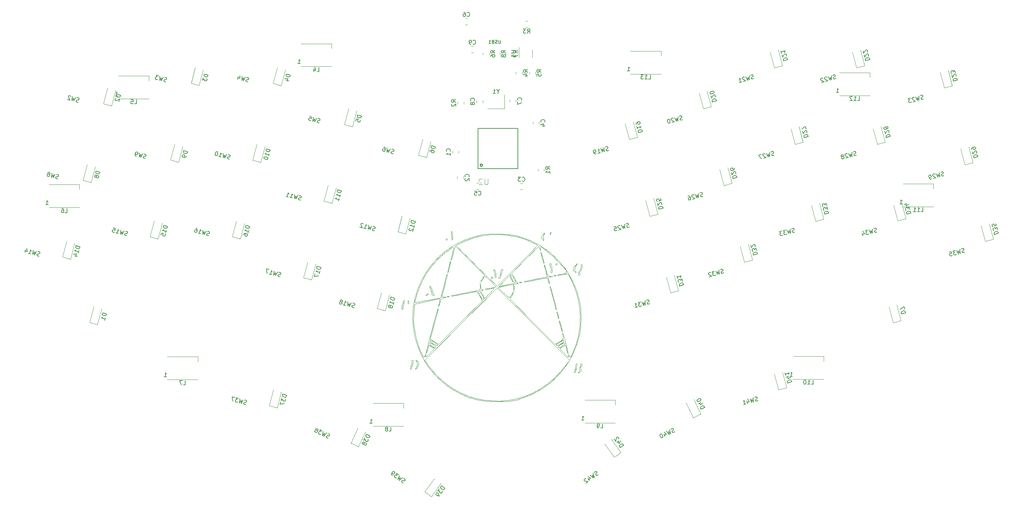
<source format=gbr>
G04 #@! TF.GenerationSoftware,KiCad,Pcbnew,(5.1.9)-1*
G04 #@! TF.CreationDate,2021-05-05T21:11:48-07:00*
G04 #@! TF.ProjectId,euclid36,6575636c-6964-4333-962e-6b696361645f,1.2*
G04 #@! TF.SameCoordinates,PX2faf080PY2faf080*
G04 #@! TF.FileFunction,Legend,Bot*
G04 #@! TF.FilePolarity,Positive*
%FSLAX46Y46*%
G04 Gerber Fmt 4.6, Leading zero omitted, Abs format (unit mm)*
G04 Created by KiCad (PCBNEW (5.1.9)-1) date 2021-05-05 21:11:48*
%MOMM*%
%LPD*%
G01*
G04 APERTURE LIST*
%ADD10C,0.040000*%
%ADD11C,0.120000*%
%ADD12C,0.254000*%
%ADD13C,0.203200*%
%ADD14C,0.150000*%
%ADD15C,0.050000*%
G04 APERTURE END LIST*
D10*
X90238823Y-29888520D02*
X90332364Y-30729120D01*
X90533370Y-30589244D02*
G75*
G02*
X90507071Y-30796974I-2340180J190743D01*
G01*
X90507070Y-30796974D02*
G75*
G02*
X90457272Y-30838931I-49799J8575D01*
G01*
X90457272Y-30838932D02*
G75*
G02*
X90332364Y-30729120I0J125946D01*
G01*
X90183528Y-29064171D02*
X90238823Y-29888520D01*
X90338055Y-28717972D02*
G75*
G02*
X90403330Y-28808547I-70113J-119337D01*
G01*
X113978067Y-29560326D02*
G75*
G02*
X113931739Y-29555490I-20182J30982D01*
G01*
X113931739Y-29555490D02*
G75*
G02*
X113901682Y-29496060I75503J75503D01*
G01*
X113901682Y-29496060D02*
G75*
G02*
X113896393Y-29394695I507754J77314D01*
G01*
X90260999Y-28738931D02*
G75*
G02*
X90338055Y-28717972I48772J-27182D01*
G01*
X90403330Y-28808547D02*
G75*
G02*
X90457317Y-29165935I-2977556J-632559D01*
G01*
X90542079Y-30314826D02*
X90526552Y-29988931D01*
X90183528Y-29064170D02*
G75*
G02*
X90261000Y-28738931I615973J25122D01*
G01*
X113896392Y-29394695D02*
G75*
G02*
X113912854Y-29272989I701138J-32869D01*
G01*
X113912854Y-29272989D02*
G75*
G02*
X113950863Y-29147557I886349J-200108D01*
G01*
X90526552Y-29988931D02*
X90457317Y-29165935D01*
X90542079Y-30314826D02*
G75*
G02*
X90533371Y-30589244I-2768180J-49502D01*
G01*
X120155854Y-61856416D02*
G75*
G02*
X120093687Y-62156225I-3295117J526908D01*
G01*
X119883681Y-61867360D02*
X119815972Y-62148798D01*
X120962801Y-62367208D02*
G75*
G02*
X120860527Y-62474629I-316121J198578D01*
G01*
X81699947Y-59691425D02*
G75*
G02*
X81740207Y-59679151I28639J-21772D01*
G01*
X121029273Y-62216074D02*
G75*
G02*
X120962801Y-62367209I-545270J149634D01*
G01*
X81701791Y-59730926D02*
G75*
G02*
X81699948Y-59691425I22687J20852D01*
G01*
X121052750Y-62039922D02*
G75*
G02*
X121029273Y-62216074I-658580J-1866D01*
G01*
X119815972Y-62148798D02*
G75*
G02*
X119760882Y-62321447I-1526346J391924D01*
G01*
X82256506Y-61095154D02*
G75*
G02*
X82006181Y-61518963I-1927229J852496D01*
G01*
X121029303Y-61859602D02*
G75*
G02*
X121052750Y-62039921I-697347J-182361D01*
G01*
X120007841Y-61221447D02*
G75*
G02*
X120070008Y-60921638I3295117J-526908D01*
G01*
X120155854Y-61856415D02*
X120212703Y-61533543D01*
X119732366Y-62545671D02*
G75*
G02*
X119728512Y-62443044I262781J61255D01*
G01*
X121029304Y-61859603D02*
G75*
G02*
X121001979Y-61689732I865710J226389D01*
G01*
X121049950Y-61394181D02*
G75*
G02*
X121118047Y-61316559I160816J-72401D01*
G01*
X121229349Y-61118982D02*
G75*
G02*
X121186809Y-61241779I-469032J93720D01*
G01*
X121240981Y-60969833D02*
G75*
G02*
X121229349Y-61118982I-627494J-26090D01*
G01*
X121217996Y-60816360D02*
G75*
G02*
X121240981Y-60969834I-702188J-183625D01*
G01*
X120347723Y-60929064D02*
G75*
G02*
X120402813Y-60756415I1526346J-391925D01*
G01*
X119728513Y-62443043D02*
G75*
G02*
X119760882Y-62321447I586333J-90980D01*
G01*
X81555055Y-61790328D02*
G75*
G02*
X81524627Y-61764751I-6595J23042D01*
G01*
X120070008Y-60921638D02*
G75*
G02*
X120153741Y-60668795I1859365J-475470D01*
G01*
X120393144Y-60464906D02*
G75*
G02*
X120431329Y-60532192I-94824J-98291D01*
G01*
X119918450Y-62591602D02*
G75*
G02*
X119834888Y-62638931I-83562J50103D01*
G01*
X120007842Y-61221447D02*
X119950992Y-61544320D01*
X82006181Y-61518962D02*
G75*
G02*
X81715971Y-61736536I-527873J401767D01*
G01*
X81715971Y-61736536D02*
G75*
G02*
X81555056Y-61790328I-694138J1808896D01*
G01*
X121001979Y-61689732D02*
G75*
G02*
X121010037Y-61526721I724849J45874D01*
G01*
X120245244Y-60486260D02*
G75*
G02*
X120328807Y-60438931I83563J-50104D01*
G01*
X119834888Y-62638931D02*
G75*
G02*
X119770551Y-62612956I0J92664D01*
G01*
X81924234Y-59745558D02*
X81740207Y-59679151D01*
X81924234Y-59745558D02*
G75*
G02*
X82063661Y-59821775I-207615J-545439D01*
G01*
X82380417Y-60234426D02*
G75*
G02*
X82404150Y-60618051I-753541J-239164D01*
G01*
X82404151Y-60618051D02*
G75*
G02*
X82256506Y-61095154I-2114774J393042D01*
G01*
X121010036Y-61526721D02*
G75*
G02*
X121049950Y-61394181I524808J-85763D01*
G01*
X120093686Y-62156224D02*
G75*
G02*
X120009954Y-62409067I-1859364J475469D01*
G01*
X120431329Y-60532192D02*
G75*
G02*
X120435183Y-60634819I-262781J-61255D01*
G01*
X121186809Y-61241779D02*
G75*
G02*
X121118047Y-61316559I-167547J85058D01*
G01*
X120009954Y-62409068D02*
G75*
G02*
X119918450Y-62591603I-1253289J514064D01*
G01*
X120328807Y-60438932D02*
G75*
G02*
X120393144Y-60464907I0J-92664D01*
G01*
X81524627Y-61764752D02*
G75*
G02*
X81554988Y-61694667I127326J-13539D01*
G01*
X120153741Y-60668795D02*
G75*
G02*
X120245245Y-60486260I1253289J-514064D01*
G01*
X82063662Y-59821774D02*
G75*
G02*
X82199473Y-59942922I-591703J-800023D01*
G01*
X120435183Y-60634819D02*
G75*
G02*
X120402813Y-60756415I-586334J90979D01*
G01*
X120280014Y-61210503D02*
X120347723Y-60929064D01*
X120212703Y-61533543D02*
X120280014Y-61210503D01*
X82199473Y-59942923D02*
G75*
G02*
X82311675Y-60087603I-734965J-685826D01*
G01*
X82311675Y-60087603D02*
G75*
G02*
X82380418Y-60234426I-524738J-335187D01*
G01*
X119950992Y-61544320D02*
X119883681Y-61867360D01*
X81701791Y-59730926D02*
X81831848Y-59867082D01*
X119770551Y-62612956D02*
G75*
G02*
X119732367Y-62545670I94824J98290D01*
G01*
X79825911Y-46037848D02*
G75*
G02*
X79792470Y-45909641I470341J191144D01*
G01*
X80499950Y-61838932D02*
G75*
G02*
X80443326Y-61784503I0J56668D01*
G01*
X80759807Y-59839257D02*
X80729813Y-60120329D01*
X80070730Y-45626329D02*
G75*
G02*
X80081848Y-45738931I-564684J-112603D01*
G01*
X79781848Y-45738931D02*
G75*
G02*
X79792470Y-45568222I1377083J-1D01*
G01*
X80729813Y-60120329D02*
X80670389Y-60464315D01*
X78917747Y-45510137D02*
G75*
G02*
X78860846Y-45808078I-3100231J437688D01*
G01*
X80081847Y-45738931D02*
G75*
G02*
X80070730Y-45851533I-575801J0D01*
G01*
X78589630Y-47387012D02*
G75*
G02*
X78521600Y-47426033I-105276J104726D01*
G01*
X78521600Y-47426033D02*
G75*
G02*
X78420394Y-47438931I-101206J390601D01*
G01*
X79931848Y-46108029D02*
G75*
G02*
X79875066Y-46104335I-25796J41737D01*
G01*
X78292148Y-47381178D02*
G75*
G02*
X78241027Y-47242287I152500J134983D01*
G01*
X79931847Y-45369833D02*
G75*
G02*
X79989356Y-45425277I-99083J-160319D01*
G01*
X80727233Y-59750983D02*
G75*
G02*
X80759807Y-59839257I-79475J-79474D01*
G01*
X79989356Y-45425278D02*
G75*
G02*
X80037785Y-45516497I-421135J-282048D01*
G01*
X79875066Y-46104335D02*
G75*
G02*
X79825910Y-46037848I105273J129247D01*
G01*
X80813478Y-59646633D02*
G75*
G02*
X80924947Y-59638931I111468J-802768D01*
G01*
X80630994Y-61736119D02*
G75*
G02*
X80570081Y-61812437I-246564J134325D01*
G01*
X78764842Y-46162185D02*
X78860846Y-45808078D01*
X79875065Y-45373528D02*
G75*
G02*
X79931848Y-45369833I30987J-38043D01*
G01*
X78569514Y-45917323D02*
X78441503Y-46338931D01*
X80070730Y-45851533D02*
G75*
G02*
X80037785Y-45961366I-595305J118707D01*
G01*
X78701068Y-45562056D02*
X78569514Y-45917323D01*
X80727233Y-59750982D02*
G75*
G02*
X80713488Y-59708905I34579J34578D01*
G01*
X81075020Y-59674033D02*
G75*
G02*
X81136277Y-59766788I-48966J-98944D01*
G01*
X80967059Y-60388931D02*
X81112447Y-59956540D01*
X80578668Y-60850983D02*
X80491761Y-61229876D01*
X80670389Y-60464315D02*
X80578668Y-60850983D01*
X79825910Y-45440014D02*
G75*
G02*
X79875066Y-45373528I154429J-62761D01*
G01*
X80037785Y-45961366D02*
G75*
G02*
X79989356Y-46052585I-469564J190829D01*
G01*
X78666399Y-46528684D02*
X78764842Y-46162185D01*
X78596220Y-47262184D02*
G75*
G02*
X78567985Y-47144770I164478J101653D01*
G01*
X80037785Y-45516497D02*
G75*
G02*
X80070730Y-45626330I-562360J-228540D01*
G01*
X78567985Y-47144770D02*
X78600692Y-46866152D01*
X78895187Y-45238930D02*
G75*
G02*
X78939151Y-45285124I-1J-44019D01*
G01*
X78614342Y-47329247D02*
G75*
G02*
X78589630Y-47387012I-84976J2184D01*
G01*
X78241028Y-47242287D02*
G75*
G02*
X78279057Y-46955076I1290606J-24767D01*
G01*
X81743061Y-61481790D02*
X81554988Y-61694667D01*
X81972410Y-61105916D02*
G75*
G02*
X81743061Y-61481790I-1104168J415826D01*
G01*
X82069831Y-60643290D02*
G75*
G02*
X81972410Y-61105916I-1552547J85369D01*
G01*
X82022381Y-60196662D02*
G75*
G02*
X82069831Y-60643290I-1353272J-369608D01*
G01*
X78939150Y-45285124D02*
G75*
G02*
X78917747Y-45510137I-2486126J122955D01*
G01*
X78596219Y-47262185D02*
G75*
G02*
X78614342Y-47329247I-103453J-63937D01*
G01*
X81831848Y-59867083D02*
G75*
G02*
X82022381Y-60196663I-530369J-526474D01*
G01*
X80443326Y-61784503D02*
G75*
G02*
X80448041Y-61548722I1980759J78333D01*
G01*
X78420394Y-47438932D02*
G75*
G02*
X78292148Y-47381179I0J171269D01*
G01*
X78824281Y-45283794D02*
G75*
G02*
X78895187Y-45238931I70905J-33600D01*
G01*
X80713487Y-59708905D02*
G75*
G02*
X80739090Y-59671847I51099J-7929D01*
G01*
X80924946Y-59638932D02*
G75*
G02*
X81075019Y-59674034I1J-338350D01*
G01*
X81136277Y-59766788D02*
G75*
G02*
X81112447Y-59956540I-530297J-29776D01*
G01*
X79989357Y-46052585D02*
G75*
G02*
X79931848Y-46108030I-156593J104874D01*
G01*
X80739090Y-59671847D02*
G75*
G02*
X80813478Y-59646633I103166J-182036D01*
G01*
X80863957Y-60701746D02*
X80967059Y-60388931D01*
X80775449Y-61021431D02*
X80863957Y-60701746D01*
X80711232Y-61305423D02*
X80775449Y-61021431D01*
X80570081Y-61812437D02*
G75*
G02*
X80499950Y-61838931I-70131J79572D01*
G01*
X80448042Y-61548722D02*
G75*
G02*
X80491761Y-61229876I2827622J-225300D01*
G01*
X78824282Y-45283795D02*
X78701068Y-45562056D01*
X78600692Y-46866152D02*
X78666399Y-46528684D01*
X80690626Y-61488932D02*
G75*
G02*
X80711232Y-61305423I1065415J-26722D01*
G01*
X80690626Y-61488932D02*
G75*
G02*
X80673834Y-61622858I-678116J17009D01*
G01*
X79792470Y-45568223D02*
G75*
G02*
X79825910Y-45440015I503782J-62936D01*
G01*
X79792470Y-45909640D02*
G75*
G02*
X79781848Y-45738931I1366461J170709D01*
G01*
X80673835Y-61622858D02*
G75*
G02*
X80630994Y-61736119I-431520J98487D01*
G01*
X89255939Y-30497682D02*
G75*
G02*
X89275378Y-30562362I-251064J-110715D01*
G01*
X88956767Y-30780181D02*
G75*
G02*
X88950545Y-30715351I94822J41814D01*
G01*
X120427360Y-36438931D02*
G75*
G02*
X120447463Y-36465966I1J-20991D01*
G01*
X88981847Y-30638932D02*
G75*
G02*
X89035646Y-30562377I674995J-417170D01*
G01*
X89193650Y-30438931D02*
G75*
G02*
X89227377Y-30453823I1J-45637D01*
G01*
X89095053Y-30497681D02*
G75*
G02*
X89151506Y-30452039I324636J-343797D01*
G01*
X89151505Y-30452039D02*
G75*
G02*
X89193651Y-30438931I42146J-61201D01*
G01*
X120803588Y-38515230D02*
G75*
G02*
X121021848Y-38194732I1265504J-627243D01*
G01*
X89035647Y-30562376D02*
G75*
G02*
X89095053Y-30497681I482962J-383857D01*
G01*
X120212845Y-36804680D02*
X120331779Y-36664207D01*
X121261973Y-37730488D02*
G75*
G02*
X121152266Y-38002187I-1954441J631163D01*
G01*
X121336836Y-37428721D02*
G75*
G02*
X121261973Y-37730489I-2214470J389194D01*
G01*
X120220015Y-38567432D02*
G75*
G02*
X120033561Y-38601460I-117838J117838D01*
G01*
X119923485Y-38280858D02*
G75*
G02*
X119890269Y-37778211I1972589J382777D01*
G01*
X121033094Y-38783448D02*
G75*
G02*
X120953734Y-38709881I46167J129389D01*
G01*
X78441503Y-46338931D02*
X78279057Y-46955076D01*
X120362051Y-36463688D02*
X120223332Y-36593729D01*
X121373183Y-36888982D02*
G75*
G02*
X121408848Y-36692723I1103000J-99070D01*
G01*
X121157533Y-38890984D02*
G75*
G02*
X121168867Y-39047630I-171628J-91151D01*
G01*
X121152266Y-38002187D02*
G75*
G02*
X121021848Y-38194732I-747353J365773D01*
G01*
X120362051Y-36463688D02*
G75*
G02*
X120427361Y-36438931I65310J-73769D01*
G01*
X119737719Y-37193260D02*
G75*
G02*
X119896364Y-36965903I2061681J-1269571D01*
G01*
X120242226Y-38476679D02*
G75*
G02*
X120250019Y-38518614I-34433J-28091D01*
G01*
X89281848Y-30638932D02*
G75*
G02*
X89265635Y-30715243I-187704J1D01*
G01*
X119509981Y-37671438D02*
G75*
G02*
X119603612Y-37440460I2068452J-704012D01*
G01*
X121460763Y-36577358D02*
G75*
G02*
X121521848Y-36563653I37549J-24376D01*
G01*
X121678533Y-36813985D02*
G75*
G02*
X121661409Y-37278185I-1677748J-170523D01*
G01*
X120115181Y-38438931D02*
G75*
G02*
X119923486Y-38280858I0J195271D01*
G01*
X120693422Y-38868534D02*
G75*
G02*
X120803588Y-38515230I1164564J-169303D01*
G01*
X89227377Y-30453823D02*
G75*
G02*
X89255940Y-30497681I-119961J-109355D01*
G01*
X119556788Y-38134431D02*
G75*
G02*
X119481848Y-37841414I535383J293017D01*
G01*
X120063633Y-36764031D02*
X119896364Y-36965903D01*
X120033561Y-38601460D02*
G75*
G02*
X119776820Y-38425537I365186J808258D01*
G01*
X119481847Y-37841415D02*
G75*
G02*
X119509981Y-37671439I527538J1D01*
G01*
X89150895Y-30823706D02*
G75*
G02*
X89070044Y-30838931I-80851J207069D01*
G01*
X121361848Y-37141902D02*
G75*
G02*
X121373183Y-36888983I2827262J1D01*
G01*
X121521848Y-36563652D02*
G75*
G02*
X121678534Y-36813985I-175586J-284104D01*
G01*
X121503081Y-37791919D02*
G75*
G02*
X121231848Y-38203477I-1412080J635463D01*
G01*
X119989954Y-37203466D02*
G75*
G02*
X120212845Y-36804680I979062J-285540D01*
G01*
X119890269Y-37778212D02*
G75*
G02*
X119989953Y-37203466I2603952J-155614D01*
G01*
X120720296Y-39133770D02*
G75*
G02*
X120693422Y-38868535I516212J186283D01*
G01*
X120447463Y-36465966D02*
G75*
G02*
X120412396Y-36546370I-353265J106223D01*
G01*
X89219630Y-30780182D02*
G75*
G02*
X89150895Y-30823707I-146172J154799D01*
G01*
X120115181Y-38438931D02*
G75*
G02*
X120195814Y-38447937I0J-365479D01*
G01*
X120195814Y-38447937D02*
G75*
G02*
X120242226Y-38476678I-18475J-81677D01*
G01*
X89265634Y-30715242D02*
G75*
G02*
X89219630Y-30780181I-185102J82367D01*
G01*
X89275379Y-30562361D02*
G75*
G02*
X89281848Y-30638931I-449926J-76571D01*
G01*
X88999055Y-30823274D02*
G75*
G02*
X88956768Y-30780181I35987J77610D01*
G01*
X119603612Y-37440460D02*
G75*
G02*
X119737719Y-37193260I2316889J-1096944D01*
G01*
X121361848Y-37141902D02*
G75*
G02*
X121336835Y-37428721I-1656975J0D01*
G01*
X121408848Y-36692724D02*
G75*
G02*
X121460763Y-36577359I400220J-110739D01*
G01*
X121056016Y-39186490D02*
G75*
G02*
X120870044Y-39238931I-185972J303539D01*
G01*
X121661409Y-37278184D02*
G75*
G02*
X121503081Y-37791919I-2141472J378717D01*
G01*
X120948809Y-38598403D02*
G75*
G02*
X121037133Y-38434471I539359J-184836D01*
G01*
X121037133Y-38434471D02*
X121231848Y-38203477D01*
X120953735Y-38709881D02*
G75*
G02*
X120948810Y-38598403I139434J62007D01*
G01*
X121033093Y-38783449D02*
G75*
G02*
X121157533Y-38890984I-76435J-214219D01*
G01*
X120223332Y-36593729D02*
X120063633Y-36764031D01*
X120250019Y-38518614D02*
G75*
G02*
X120220014Y-38567432I-117272J38449D01*
G01*
X121168867Y-39047630D02*
G75*
G02*
X121056016Y-39186491I-253534J90758D01*
G01*
X120870044Y-39238931D02*
G75*
G02*
X120720296Y-39133770I0J159200D01*
G01*
X120412395Y-36546370D02*
G75*
G02*
X120331779Y-36664207I-886030J519670D01*
G01*
X119776819Y-38425537D02*
G75*
G02*
X119556788Y-38134432I876662J891331D01*
G01*
X89070044Y-30838932D02*
G75*
G02*
X88999055Y-30823274I0J168756D01*
G01*
X89837950Y-65909976D02*
G75*
G02*
X87083985Y-63643230I11881385J17241525D01*
G01*
X115559996Y-55771250D02*
G75*
G02*
X115809678Y-55564024I1639341J-1721179D01*
G01*
X83820430Y-59602066D02*
X92500565Y-50920210D01*
X86488340Y-56548699D02*
G75*
G02*
X86393280Y-56638931I-95061J4958D01*
G01*
X117023287Y-55335001D02*
X116325057Y-55753857D01*
X115809678Y-55564024D02*
X116128342Y-55354250D01*
X116325057Y-55753857D02*
X115599652Y-56118081D01*
X86755107Y-56141497D02*
X86025586Y-55746274D01*
X92500565Y-50920210D02*
X101180700Y-42238355D01*
X107985797Y-68262407D02*
G75*
G02*
X104075734Y-69251891I-6756952J18480625D01*
G01*
X102277510Y-69402241D02*
X100101765Y-69372103D01*
X88950545Y-30715351D02*
G75*
G02*
X88981848Y-30638931I245391J-55894D01*
G01*
X117418228Y-55492318D02*
G75*
G02*
X117481848Y-55619176I-94668J-126858D01*
G01*
X117002898Y-55565192D02*
G75*
G02*
X117275237Y-55462142I510998J-939062D01*
G01*
X117275237Y-55462142D02*
G75*
G02*
X117418228Y-55492319I38865J-169708D01*
G01*
X116731422Y-55009051D02*
G75*
G02*
X117072418Y-54870867I769680J-1409506D01*
G01*
X116531848Y-55836739D02*
X117002898Y-55565193D01*
X116175362Y-56093140D02*
G75*
G02*
X116531848Y-55836739I1861901J-2212663D01*
G01*
X115928660Y-56362807D02*
G75*
G02*
X116175362Y-56093141I1152156J-806362D01*
G01*
X116224156Y-56567463D02*
G75*
G02*
X115970416Y-56638931I-253741J414711D01*
G01*
X86393279Y-56638932D02*
G75*
G02*
X86139539Y-56567464I1J486180D01*
G01*
X101180700Y-42238355D02*
X109862221Y-50919876D01*
X92937590Y-67677038D02*
G75*
G02*
X89837951Y-65909976I8789266J19019522D01*
G01*
X84962929Y-55778020D02*
G75*
G02*
X84881848Y-55619176I115054J158844D01*
G01*
X116128342Y-55354250D02*
X116731422Y-55009052D01*
X86836175Y-55845803D02*
G75*
G02*
X86952179Y-55997107I-864911J-783240D01*
G01*
X96252564Y-68865547D02*
G75*
G02*
X92937589Y-67677039I5029532J19245630D01*
G01*
X84795770Y-60970499D02*
X83820430Y-59602066D01*
X115392086Y-56055498D02*
G75*
G02*
X115397561Y-55951253I77944J48172D01*
G01*
X109862221Y-50919876D02*
X118543742Y-59601398D01*
X104075735Y-69251891D02*
G75*
G02*
X102277510Y-69402241I-2114499J14461090D01*
G01*
X86953007Y-56085594D02*
G75*
G02*
X86755107Y-56141497I-129444J80000D01*
G01*
X86952179Y-55997107D02*
G75*
G02*
X86953008Y-56085595I-69697J-44901D01*
G01*
X115875355Y-56548700D02*
G75*
G02*
X115928660Y-56362807I296792J15483D01*
G01*
X115970416Y-56638932D02*
G75*
G02*
X115875354Y-56548700I0J95191D01*
G01*
X85831847Y-55836740D02*
G75*
G02*
X86188333Y-56093141I-1505415J-2469063D01*
G01*
X116813970Y-56188318D02*
X116224156Y-56567464D01*
X117400766Y-55778021D02*
X116813970Y-56188318D01*
X117481848Y-55619176D02*
G75*
G02*
X117400766Y-55778021I-196136J0D01*
G01*
X117246660Y-55044494D02*
G75*
G02*
X117023287Y-55335001I-530634J176878D01*
G01*
X85325276Y-55303274D02*
G75*
G02*
X85106412Y-55012624I323757J471524D01*
G01*
X85839270Y-55127108D02*
X86416752Y-55493423D01*
X86025586Y-55746274D02*
X85325276Y-55303274D01*
X85088459Y-55462142D02*
G75*
G02*
X85360797Y-55565193I-238660J-1042112D01*
G01*
X85360797Y-55565193D02*
X85831848Y-55836739D01*
X84945467Y-55492319D02*
G75*
G02*
X85088458Y-55462142I104126J-139531D01*
G01*
X86435036Y-56362807D02*
G75*
G02*
X86488341Y-56548700I-243488J-170410D01*
G01*
X87083986Y-63643231D02*
G75*
G02*
X84795770Y-60970499I13862496J14184023D01*
G01*
X117213491Y-54907237D02*
G75*
G02*
X117246660Y-55044494I-93158J-95148D01*
G01*
X100101765Y-69372103D02*
X97954725Y-69189413D01*
X86652909Y-55670748D02*
G75*
G02*
X86836175Y-55845803I-1114825J-1350575D01*
G01*
X85404236Y-54921193D02*
G75*
G02*
X85839270Y-55127108I-918113J-2502176D01*
G01*
X97954724Y-69189413D02*
G75*
G02*
X96252564Y-68865546I1540871J12733393D01*
G01*
X86188334Y-56093141D02*
G75*
G02*
X86435036Y-56362807I-905455J-1076028D01*
G01*
X84881848Y-55619176D02*
G75*
G02*
X84945467Y-55492319I158287J0D01*
G01*
X85549725Y-56188318D02*
X84962929Y-55778021D01*
X86416752Y-55493422D02*
G75*
G02*
X86652909Y-55670747I-1807924J-2653671D01*
G01*
X85173473Y-54900389D02*
G75*
G02*
X85404237Y-54921192I76560J-441062D01*
G01*
X85106411Y-55012625D02*
G75*
G02*
X85173473Y-54900390I81810J27270D01*
G01*
X118543742Y-59601398D02*
X117580135Y-60951772D01*
X115397562Y-55951253D02*
G75*
G02*
X115559996Y-55771249I1269263J-982084D01*
G01*
X115599651Y-56118081D02*
G75*
G02*
X115392086Y-56055498I-68419J148580D01*
G01*
X86139539Y-56567464D02*
X85549725Y-56188318D01*
X117072418Y-54870866D02*
G75*
G02*
X117213491Y-54907236I38961J-140663D01*
G01*
X105055465Y-40681439D02*
G75*
G02*
X105080942Y-40838931I-480198J-158486D01*
G01*
X105831848Y-41232850D02*
X106146140Y-41224861D01*
X105652198Y-40411166D02*
G75*
G02*
X105681848Y-40556903I-343339J-145737D01*
G01*
X105784660Y-40801931D02*
G75*
G02*
X105707150Y-40672117I571820J429471D01*
G01*
X111179192Y-32237038D02*
X111432325Y-32887985D01*
X111432325Y-32887985D02*
X111587375Y-33283557D01*
X104547438Y-39069334D02*
G75*
G02*
X104680324Y-39186169I-905457J-1163846D01*
G01*
X104338376Y-39084095D02*
G75*
G02*
X104458845Y-39038931I120469J-138087D01*
G01*
X104306916Y-39186473D02*
G75*
G02*
X104338377Y-39084095I98239J25834D01*
G01*
X104394830Y-39400676D02*
G75*
G02*
X104306916Y-39186473I760783J437386D01*
G01*
X104681100Y-39884097D02*
X104394830Y-39400676D01*
X104833969Y-40156810D02*
X104681100Y-39884097D01*
X107914798Y-35505936D02*
X111179192Y-32237038D01*
X104489750Y-39963216D02*
X104660789Y-40288931D01*
X105512924Y-41268351D02*
G75*
G02*
X105831848Y-41232850I336730J-1574739D01*
G01*
X104963245Y-40434699D02*
X104833969Y-40156810D01*
X105055466Y-40681440D02*
X104963245Y-40434699D01*
X105382991Y-40304682D02*
X105477101Y-40526448D01*
X101581848Y-41878644D02*
X102775587Y-40658788D01*
X105477101Y-40526447D02*
G75*
G02*
X105537041Y-40816520I-871322J-331277D01*
G01*
X102775587Y-40658788D02*
X103242886Y-40191272D01*
X104176135Y-39475187D02*
X104323878Y-39688619D01*
X104018005Y-39471965D02*
G75*
G02*
X104104686Y-39438931I86681J-97209D01*
G01*
X105080941Y-40838932D02*
G75*
G02*
X105039235Y-40865893I-29530J-58D01*
G01*
X105039235Y-40865893D02*
G75*
G02*
X104957766Y-40801119I87864J194131D01*
G01*
X104660789Y-40288931D02*
X104822775Y-40595923D01*
X102640594Y-41668105D02*
X102281848Y-41740847D01*
X111622218Y-33327224D02*
G75*
G02*
X111587375Y-33283557I53862J78711D01*
G01*
X105707151Y-40672117D02*
G75*
G02*
X105681848Y-40556903I249658J115215D01*
G01*
X104323878Y-39688619D02*
X104489750Y-39963216D01*
X104104686Y-39438931D02*
G75*
G02*
X104176135Y-39475187I0J-88529D01*
G01*
X103658427Y-39797264D02*
X104018006Y-39471965D01*
X105530354Y-40148520D02*
X105363575Y-39844970D01*
X106220384Y-41191286D02*
G75*
G02*
X106146140Y-41224861I-78558J74838D01*
G01*
X103242886Y-40191272D02*
X103658427Y-39797264D01*
X105250385Y-40036646D02*
X105382991Y-40304682D01*
X102281848Y-41740847D02*
X101581848Y-41878644D01*
X105452032Y-40985482D02*
G75*
G02*
X105174951Y-41108391I-482522J714009D01*
G01*
X104650404Y-38774833D02*
X107914798Y-35505936D01*
X105652197Y-40411166D02*
X105530354Y-40148520D01*
X105282054Y-41609389D02*
G75*
G02*
X105357832Y-41378184I526466J-44531D01*
G01*
X105357833Y-41378184D02*
G75*
G02*
X105512924Y-41268351I205455J-125700D01*
G01*
X103757384Y-41430617D02*
X103169799Y-41556643D01*
X105103479Y-39767378D02*
X105250385Y-40036646D01*
X105166126Y-39534792D02*
X104650404Y-38774833D01*
X111640706Y-33315247D02*
G75*
G02*
X111622217Y-33327225I-11747J-2126D01*
G01*
X105363575Y-39844970D02*
X105166126Y-39534792D01*
X106031847Y-41022912D02*
G75*
G02*
X105897966Y-40925490I410644J705032D01*
G01*
X104957766Y-40801119D02*
G75*
G02*
X104822775Y-40595923I1386111J1058872D01*
G01*
X103169799Y-41556643D02*
X102640594Y-41668105D01*
X105897966Y-40925491D02*
G75*
G02*
X105784660Y-40801931I571994J638261D01*
G01*
X105537041Y-40816520D02*
G75*
G02*
X105452032Y-40985482I-193409J-8558D01*
G01*
X104321682Y-41307272D02*
X103757384Y-41430617D01*
X105174951Y-41108391D02*
X104321682Y-41307272D01*
X106214909Y-41138841D02*
G75*
G02*
X106220383Y-41191286I-19604J-28554D01*
G01*
X104964265Y-39540166D02*
X105103479Y-39767378D01*
X106214909Y-41138839D02*
X106031848Y-41022912D01*
X111644923Y-66491176D02*
G75*
G02*
X107985797Y-68262407I-10630497J17295933D01*
G01*
X114891412Y-64018179D02*
G75*
G02*
X111644924Y-66491176I-13962772J14962524D01*
G01*
X117580135Y-60951771D02*
G75*
G02*
X114891412Y-64018179I-16612904J11854738D01*
G01*
X104680324Y-39186168D02*
G75*
G02*
X104825551Y-39348249I-1300640J-1311500D01*
G01*
X104458846Y-39038932D02*
G75*
G02*
X104547438Y-39069335I0J-144276D01*
G01*
X111640706Y-33315246D02*
X111579843Y-32988931D01*
X104825551Y-39348249D02*
G75*
G02*
X104964265Y-39540166I-2023697J-1608782D01*
G01*
X116352612Y-56669952D02*
X116832270Y-56369140D01*
X117662493Y-55458286D02*
X117409512Y-54535089D01*
X117035970Y-53870178D02*
G75*
G02*
X117115875Y-54291302I-2587073J-709020D01*
G01*
X116930862Y-53373536D02*
X116971769Y-53607940D01*
X104248707Y-44903095D02*
X104664530Y-44221013D01*
X104664530Y-44221013D02*
X104823157Y-43945199D01*
X104319590Y-41533185D02*
X105057333Y-41407914D01*
X117371824Y-58029032D02*
X116954134Y-57605540D01*
X103961603Y-41597963D02*
X104319590Y-41533185D01*
X103482834Y-41692228D02*
X103961603Y-41597963D01*
X102972534Y-41797541D02*
X103482834Y-41692228D01*
X109685067Y-50342153D02*
X104248707Y-44903095D01*
X118216770Y-57970676D02*
G75*
G02*
X118170664Y-57961798I-20047J20049D01*
G01*
X117983880Y-57431135D02*
X118082086Y-57737208D01*
X117902943Y-56393455D02*
X117662493Y-55458286D01*
X102507039Y-41898694D02*
X102972534Y-41797541D01*
X118082086Y-57737208D02*
X118170664Y-57961798D01*
X104816948Y-43622385D02*
X104661626Y-43901804D01*
X101432230Y-42138931D02*
X102507039Y-41898694D01*
X104661626Y-43901804D02*
X104494152Y-44189561D01*
X102663279Y-43338931D02*
X101432230Y-42138931D01*
X103148184Y-43803259D02*
X102663279Y-43338931D01*
X103961565Y-44535363D02*
X103586281Y-44204900D01*
X104323757Y-44422114D02*
G75*
G02*
X104170937Y-44582189I-1284733J1073524D01*
G01*
X104816948Y-43622385D02*
G75*
G02*
X104948299Y-43421775I2047819J-1197516D01*
G01*
X104948299Y-43421776D02*
G75*
G02*
X105036964Y-43323965I503439J-367275D01*
G01*
X104955828Y-43680543D02*
X105052720Y-43454253D01*
X104823157Y-43945199D02*
X104955828Y-43680543D01*
X116971769Y-53607940D02*
X117035970Y-53870177D01*
X117315121Y-56097472D02*
G75*
G02*
X117551967Y-56038931I236846J-449849D01*
G01*
X118241045Y-57888767D02*
G75*
G02*
X118216771Y-57970675I-87589J-18593D01*
G01*
X117973732Y-58611735D02*
X117371824Y-58029032D01*
X117056366Y-54532637D02*
G75*
G02*
X116834932Y-54749785I-635236J426298D01*
G01*
X117409512Y-54535089D02*
X117183245Y-53771701D01*
X115121428Y-55781211D02*
X109685067Y-50342153D01*
X116170339Y-55160071D02*
X115121428Y-55781211D01*
X116834932Y-54749785D02*
X116170339Y-55160071D01*
X117115874Y-54291302D02*
G75*
G02*
X117056365Y-54532637I-361050J-38975D01*
G01*
X118091014Y-57195598D02*
X117902943Y-56393455D01*
X118241045Y-57888767D02*
X118091014Y-57195598D01*
X117884437Y-57049727D02*
X117983880Y-57431135D01*
X117686749Y-56335853D02*
X117784992Y-56662234D01*
X117595311Y-56069461D02*
X117686749Y-56335853D01*
X116602028Y-57224238D02*
X116316860Y-56896082D01*
X117551968Y-56038931D02*
G75*
G02*
X117595311Y-56069461I-1J-46033D01*
G01*
X116832270Y-56369140D02*
X117315122Y-56097472D01*
X116281848Y-56800900D02*
G75*
G02*
X116352612Y-56669952I156540J0D01*
G01*
X116911548Y-53182622D02*
G75*
G02*
X116935528Y-53118584I82344J5674D01*
G01*
X103586281Y-44204900D02*
X103148184Y-43803259D01*
X104076706Y-44601804D02*
G75*
G02*
X103961565Y-44535363I113885J330352D01*
G01*
X116911548Y-53182621D02*
X116930862Y-53373536D01*
X104494152Y-44189561D02*
G75*
G02*
X104323757Y-44422114I-1907289J1218799D01*
G01*
X104170937Y-44582189D02*
G75*
G02*
X104076706Y-44601804I-63581J69293D01*
G01*
X105036964Y-43323966D02*
G75*
G02*
X105072261Y-43338931I14112J-15823D01*
G01*
X117183245Y-53771701D02*
X116980935Y-53129604D01*
X116935528Y-53118585D02*
G75*
G02*
X116980935Y-53129604I19346J-19345D01*
G01*
X116954134Y-57605540D02*
X116602028Y-57224238D01*
X105246906Y-42188931D02*
X105282054Y-41609389D01*
X105211965Y-43138931D02*
X105246906Y-42188931D01*
X105134649Y-42273423D02*
X105211965Y-43138931D01*
X116316860Y-56896081D02*
G75*
G02*
X116281848Y-56800899I111871J95181D01*
G01*
X105057333Y-41407914D02*
X105134649Y-42273423D01*
X105072261Y-43338932D02*
G75*
G02*
X105052720Y-43454253I-282590J-11432D01*
G01*
X117784992Y-56662234D02*
X117884437Y-57049727D01*
X90676092Y-33917214D02*
X91132193Y-32190685D01*
X119153308Y-40670607D02*
G75*
G02*
X120638420Y-44872473I-18563179J-8924369D01*
G01*
X98115475Y-39173968D02*
X97699409Y-39856449D01*
X117818474Y-38911043D02*
G75*
G02*
X118090318Y-38938792I97417J-391084D01*
G01*
X117590831Y-38959831D02*
X117818474Y-38911043D01*
X82450938Y-45604934D02*
X81577653Y-45756338D01*
X117688876Y-38665168D02*
X117390306Y-38769344D01*
X111579843Y-32988931D02*
G75*
G02*
X111558480Y-32592108I1439888J276500D01*
G01*
X84335355Y-38679579D02*
G75*
G02*
X85738330Y-36768730I16634837J-10743091D01*
G01*
X90603060Y-33372909D02*
X90351938Y-34367368D01*
X90139711Y-35563461D02*
G75*
G02*
X90103231Y-35436821I96320J96320D01*
G01*
X90778074Y-32547770D02*
G75*
G02*
X90807055Y-32745362I-161292J-124578D01*
G01*
X90135161Y-32769906D02*
G75*
G02*
X90607688Y-32503761I1494561J-2100972D01*
G01*
X118239754Y-58813358D02*
G75*
G02*
X117973732Y-58611735I774095J1297656D01*
G01*
X118342617Y-58784390D02*
G75*
G02*
X118239755Y-58813358I-65154J34244D01*
G01*
X120762012Y-53667972D02*
G75*
G02*
X119393947Y-57738931I-17853590J3734434D01*
G01*
X118366182Y-58622200D02*
G75*
G02*
X118342617Y-58784390I-241314J-47745D01*
G01*
X83175290Y-40738931D02*
G75*
G02*
X84335355Y-38679578I17600816J-8558390D01*
G01*
X118270564Y-58138931D02*
X118366182Y-58622200D01*
X118500827Y-58638931D02*
X118270564Y-58138931D01*
X121183576Y-49292476D02*
G75*
G02*
X120762013Y-53667973I-19992200J-281880D01*
G01*
X111558480Y-32592109D02*
G75*
G02*
X111699546Y-32479922I123211J-10145D01*
G01*
X90495402Y-34573705D02*
X90676092Y-33917214D01*
X81577653Y-45756338D02*
G75*
G02*
X81515152Y-45736986I-12228J71113D01*
G01*
X118333283Y-39137160D02*
G75*
G02*
X118625262Y-39603093I-2458672J-1865190D01*
G01*
X116222497Y-36342346D02*
X117807893Y-38132056D01*
X90330389Y-35112992D02*
X90495402Y-34573705D01*
X94623834Y-35682326D02*
X98115475Y-39173968D01*
X117791969Y-38598331D02*
G75*
G02*
X117688876Y-38665168I-200663J196588D01*
G01*
X111699546Y-32479922D02*
G75*
G02*
X112023368Y-32607514I-110062J-754052D01*
G01*
X90351938Y-34367368D02*
X90103231Y-35436821D01*
X83442485Y-45423875D02*
X82450938Y-45604934D01*
X117807893Y-38132055D02*
G75*
G02*
X117791969Y-38598331I-262776J-224436D01*
G01*
X118790411Y-58878382D02*
G75*
G02*
X118656309Y-58875113I-65506J65006D01*
G01*
X90607687Y-32503761D02*
G75*
G02*
X90778074Y-32547771I56862J-131694D01*
G01*
X117245732Y-39018316D02*
X117590831Y-38959831D01*
X84607150Y-45196482D02*
X83442485Y-45423875D01*
X116858440Y-39075819D02*
X117245732Y-39018316D01*
X117024948Y-38879300D02*
X116618035Y-38983062D01*
X117390306Y-38769344D02*
X117024948Y-38879300D01*
X87382148Y-35011887D02*
G75*
G02*
X89261674Y-33412603I15557685J-16379772D01*
G01*
X81515152Y-45736986D02*
G75*
G02*
X81443010Y-45452399I195128J200902D01*
G01*
X82590213Y-42083989D02*
X83175290Y-40738931D01*
X118656309Y-58875113D02*
G75*
G02*
X118500827Y-58638931I700329J630306D01*
G01*
X118957540Y-58643812D02*
G75*
G02*
X118790412Y-58878382I-798922J392395D01*
G01*
X118625262Y-39603093D02*
X119153308Y-40670606D01*
X118090318Y-38938793D02*
G75*
G02*
X118333283Y-39137160I-288947J-601885D01*
G01*
X91132193Y-32190685D02*
X94623834Y-35682326D01*
X116481848Y-39123499D02*
X116858440Y-39075819D01*
X90183231Y-35553377D02*
G75*
G02*
X90139711Y-35563461I-24905J8531D01*
G01*
X114452188Y-34549899D02*
X116222497Y-36342346D01*
X87632452Y-44591200D02*
X84607150Y-45196482D01*
X90183231Y-35553377D02*
X90330389Y-35112992D01*
X81987711Y-43763968D02*
X82590213Y-42083989D01*
X81443010Y-45452399D02*
X81987711Y-43763968D01*
X115581848Y-39227193D02*
X116481848Y-39123499D01*
X112803087Y-33167475D02*
G75*
G02*
X114452188Y-34549899I-11125384J-14946358D01*
G01*
X116618035Y-38983062D02*
X115581848Y-39227193D01*
X90603060Y-33372909D02*
G75*
G02*
X90807055Y-32745362I6117430J-1641647D01*
G01*
X112023368Y-32607514D02*
X112803087Y-33167476D01*
X89261674Y-33412603D02*
X90135160Y-32769906D01*
X85738330Y-36768729D02*
G75*
G02*
X87382148Y-35011887I15703511J-13045790D01*
G01*
X119393947Y-57738931D02*
X118957540Y-58643811D01*
X120638419Y-44872473D02*
G75*
G02*
X121183576Y-49292476I-19993316J-4709566D01*
G01*
X81898498Y-54793535D02*
X81518781Y-53160837D01*
X83573282Y-58878382D02*
G75*
G02*
X83406155Y-58643811I631795J626965D01*
G01*
X87429710Y-44920127D02*
G75*
G02*
X87452737Y-44985052I-56632J-56632D01*
G01*
X86081847Y-56800899D02*
G75*
G02*
X86046835Y-56896082I-146883J-1D01*
G01*
X87424420Y-45203364D02*
X87373439Y-45469712D01*
X81478860Y-46243766D02*
G75*
G02*
X81770733Y-46034659I396328J-244944D01*
G01*
X81185154Y-48391133D02*
X81283040Y-46836478D01*
X82969748Y-57738932D02*
G75*
G02*
X82387094Y-56337828I14261708J6752484D01*
G01*
X84093131Y-58138931D02*
X83862868Y-58638931D01*
X85048573Y-56097472D02*
X85531425Y-56369140D01*
X81262648Y-51494257D02*
G75*
G02*
X81166738Y-50064592I14883774J1716537D01*
G01*
X84123940Y-58813358D02*
G75*
G02*
X84021078Y-58784390I-37708J63212D01*
G01*
X84021078Y-58784390D02*
G75*
G02*
X83997513Y-58622200I217749J114445D01*
G01*
X84676946Y-56335853D02*
X84768384Y-56069461D01*
X81518781Y-53160837D02*
X81262648Y-51494257D01*
X89224721Y-38915138D02*
G75*
G02*
X89257147Y-39030651I-86625J-86625D01*
G01*
X85761667Y-57224238D02*
X85409561Y-57605540D01*
X88139860Y-44435156D02*
G75*
G02*
X87994064Y-44370576I47254J303546D01*
G01*
X82387094Y-56337828D02*
X81898498Y-54793535D01*
X83997513Y-58622200D02*
X84093131Y-58138931D01*
X87452737Y-44985052D02*
X87424420Y-45203364D01*
X86046835Y-56896082D02*
X85761667Y-57224238D01*
X84280511Y-57736110D02*
X84379549Y-57430878D01*
X88385883Y-41710466D02*
X87632452Y-44591200D01*
X88680965Y-40611751D02*
X88385883Y-41710466D01*
X88943082Y-39701035D02*
X88680965Y-40611751D01*
X88418370Y-44462594D02*
G75*
G02*
X88139860Y-44435156I104466J2487585D01*
G01*
X84578703Y-56662234D02*
X84676946Y-56335853D01*
X88064211Y-44728981D02*
G75*
G02*
X88390874Y-44612995I607182J-1192067D01*
G01*
X83862868Y-58638931D02*
G75*
G02*
X83707386Y-58875113I-855811J394124D01*
G01*
X87148043Y-44837187D02*
G75*
G02*
X87429710Y-44920127I64748J-299859D01*
G01*
X81770733Y-46034659D02*
X84446449Y-45429315D01*
X87955834Y-44088931D02*
X88384103Y-42536070D01*
X88390874Y-44612995D02*
X88981848Y-44486257D01*
X84991872Y-58029032D02*
X84389963Y-58611735D01*
X87668205Y-45232136D02*
G75*
G02*
X87844605Y-44912618I1185389J-445978D01*
G01*
X87297542Y-45770177D02*
X87065717Y-46624981D01*
X88384103Y-42536070D02*
X88826305Y-40796748D01*
X84811727Y-56038932D02*
G75*
G02*
X85048573Y-56097472I1J-508389D01*
G01*
X84768384Y-56069460D02*
G75*
G02*
X84811728Y-56038931I43344J-15504D01*
G01*
X87937057Y-44260232D02*
G75*
G02*
X87955834Y-44088931I503585J31480D01*
G01*
X87844604Y-44912618D02*
G75*
G02*
X88064211Y-44728981I510366J-387203D01*
G01*
X87195472Y-46679637D02*
G75*
G02*
X87111319Y-46718121I-59664J19217D01*
G01*
X84479258Y-57049727D02*
X84578703Y-56662234D01*
X84446449Y-45429315D02*
X87148043Y-44837187D01*
X81283041Y-46836478D02*
G75*
G02*
X81478860Y-46243766I1338515J-113514D01*
G01*
X84379549Y-57430878D02*
X84479258Y-57049727D01*
X83707386Y-58875114D02*
G75*
G02*
X83573283Y-58878382I-68596J61738D01*
G01*
X86011083Y-56669951D02*
G75*
G02*
X86081848Y-56800899I-85776J-130949D01*
G01*
X84389963Y-58611736D02*
G75*
G02*
X84123940Y-58813358I-1040117J1096034D01*
G01*
X89177930Y-38926785D02*
X88943082Y-39701035D01*
X83406155Y-58643811D02*
X82969748Y-57738931D01*
X89177931Y-38926785D02*
G75*
G02*
X89224721Y-38915138I26897J-8246D01*
G01*
X81166738Y-50064592D02*
X81185154Y-48391133D01*
X88826305Y-40796748D02*
X89257147Y-39030651D01*
X87994064Y-44370576D02*
G75*
G02*
X87937057Y-44260232I96915J119966D01*
G01*
X88981848Y-44486257D02*
X88418370Y-44462594D01*
X85409561Y-57605540D02*
X84991872Y-58029032D01*
X84191074Y-57957968D02*
X84280511Y-57736110D01*
X87460482Y-45839332D02*
X87668205Y-45232137D01*
X87195472Y-46679637D02*
X87460482Y-45839332D01*
X87111319Y-46718120D02*
G75*
G02*
X87065717Y-46624981I30930J72877D01*
G01*
X87373439Y-45469712D02*
X87297542Y-45770177D01*
X85531425Y-56369140D02*
X86011083Y-56669952D01*
X93563742Y-43442454D02*
X92228899Y-43710023D01*
X97895055Y-42722880D02*
G75*
G02*
X97769682Y-42793558I-264190J322101D01*
G01*
X97954324Y-44715112D02*
X98023723Y-44909730D01*
X97413456Y-43417994D02*
G75*
G02*
X97542674Y-43614435I-1832103J-1345862D01*
G01*
X97693373Y-44211487D02*
X97843444Y-44476284D01*
X97514174Y-42605664D02*
G75*
G02*
X97372084Y-42483885I109455J271496D01*
G01*
X97743348Y-42654301D02*
G75*
G02*
X97885574Y-42676905I-20632J-588586D01*
G01*
X98023724Y-44909730D02*
G75*
G02*
X98005931Y-44981515I-68444J-21133D01*
G01*
X97743347Y-42654301D02*
G75*
G02*
X97514174Y-42605663I23690J675848D01*
G01*
X86977773Y-47162162D02*
X86552282Y-48635669D01*
X97695465Y-43888931D02*
X97542674Y-43614435D01*
X97067721Y-43964257D02*
X96695246Y-43138931D01*
X97310789Y-43453921D02*
G75*
G02*
X97291434Y-43338931I263824J103532D01*
G01*
X97843444Y-44476283D02*
G75*
G02*
X97954324Y-44715112I-2376348J-1248411D01*
G01*
X97885574Y-42676906D02*
G75*
G02*
X97895055Y-42722881I-7331J-25477D01*
G01*
X97291434Y-43338931D02*
G75*
G02*
X97326587Y-43323749I21226J-859D01*
G01*
X92228899Y-43710023D02*
X91140652Y-43946340D01*
X90513655Y-44215247D02*
G75*
G02*
X90255246Y-44196731I-92979J514808D01*
G01*
X85149178Y-54528348D02*
X86113123Y-50933640D01*
X97438547Y-42904302D02*
X97769682Y-42793558D01*
X97310790Y-43453921D02*
X97406166Y-43677745D01*
X97081848Y-42758047D02*
X93563742Y-43442454D01*
X97858166Y-44176270D02*
X97695465Y-43888931D01*
X92405753Y-50587297D02*
X87181848Y-55780670D01*
X96723083Y-43673528D02*
X97021098Y-44213949D01*
X97286053Y-42247369D02*
X97228289Y-41788931D01*
X90513655Y-44215248D02*
X92900504Y-43780537D01*
X98005932Y-44981514D02*
G75*
G02*
X97828182Y-45013860I-112243J112242D01*
G01*
X95080561Y-43367567D02*
X96097193Y-43123878D01*
X92900504Y-43780537D02*
X95080561Y-43367567D01*
X97151730Y-40938931D02*
X97116789Y-41848489D01*
X98019595Y-44418619D02*
X97858166Y-44176270D01*
X97828181Y-45013860D02*
G75*
G02*
X97599035Y-44848325I293310J647392D01*
G01*
X97406166Y-43677745D02*
X97536965Y-43939322D01*
X97326587Y-43323749D02*
G75*
G02*
X97413456Y-43417994I-378872J-436379D01*
G01*
X91140652Y-43946340D02*
X90257244Y-44151798D01*
X84191074Y-57957968D02*
G75*
G02*
X84143185Y-57966935I-27014J11908D01*
G01*
X84143184Y-57966935D02*
G75*
G02*
X84118395Y-57878365I66317J66315D01*
G01*
X84505085Y-56301501D02*
X84118395Y-57878365D01*
X84954715Y-54523005D02*
X84505085Y-56301501D01*
X85506607Y-52428791D02*
X84954715Y-54523005D01*
X86069517Y-50353177D02*
X85506607Y-52428791D01*
X97021098Y-44213949D02*
X97629658Y-45393924D01*
X86552282Y-48635669D02*
X86069517Y-50353177D01*
X87181848Y-55780670D02*
X86165513Y-55154509D01*
X97629658Y-45393924D02*
X92405753Y-50587297D01*
X97336807Y-44490869D02*
G75*
G02*
X97067721Y-43964257I5295734J3038050D01*
G01*
X96276414Y-43151485D02*
G75*
G02*
X96481717Y-43333581I-533516J-808292D01*
G01*
X97116789Y-41848489D02*
X97081848Y-42758047D01*
X97228289Y-41788931D02*
X97151730Y-40938931D01*
X98164088Y-44602381D02*
X98019595Y-44418619D01*
X86977771Y-47162162D02*
G75*
G02*
X87020342Y-47161583I21374J-6201D01*
G01*
X87020341Y-47161583D02*
G75*
G02*
X87025718Y-47299079I-245243J-78443D01*
G01*
X86777246Y-48342781D02*
X87025718Y-47299079D01*
X97372084Y-42483885D02*
G75*
G02*
X97286053Y-42247369I578560J344352D01*
G01*
X86478509Y-49542967D02*
X86777246Y-48342781D01*
X96695246Y-43138931D02*
X97438547Y-42904302D01*
X97599035Y-44848326D02*
G75*
G02*
X97336807Y-44490869I1456874J1343667D01*
G01*
X86113123Y-50933640D02*
X86478509Y-49542967D01*
X86165513Y-55154509D02*
X85149178Y-54528348D01*
X96481716Y-43333581D02*
G75*
G02*
X96723083Y-43673528I-1858659J-1575330D01*
G01*
X96097192Y-43123877D02*
G75*
G02*
X96276414Y-43151485I59557J-208903D01*
G01*
X97536965Y-43939322D02*
X97693373Y-44211487D01*
X90255246Y-44196731D02*
G75*
G02*
X90257244Y-44151798I7394J22182D01*
G01*
X92902743Y-33670980D02*
X91540316Y-32267559D01*
X110881847Y-32020070D02*
G75*
G02*
X110847631Y-32104211I-120563J0D01*
G01*
X91480520Y-32118539D02*
G75*
G02*
X91643862Y-31856711I294360J-1772D01*
G01*
X106238006Y-30099377D02*
X106856213Y-30268789D01*
X103991741Y-29652964D02*
X104677356Y-29764036D01*
X92857101Y-31279161D02*
X94225934Y-30708961D01*
X91643862Y-31856711D02*
X92857101Y-31279161D01*
X100457417Y-42294663D02*
G75*
G02*
X100026864Y-42401062I-802200J2321837D01*
G01*
X94225934Y-30708961D02*
X95581848Y-30250875D01*
X98338836Y-39475123D02*
X98721887Y-39815115D01*
X98395165Y-42603249D02*
X99165896Y-42520163D01*
X98395165Y-42603249D02*
G75*
G02*
X98381848Y-42551355I-2485J27018D01*
G01*
X97326586Y-40754114D02*
G75*
G02*
X97291434Y-40738931I-13926J16041D01*
G01*
X98019453Y-39659244D02*
X98163824Y-39475416D01*
X99165896Y-42520163D02*
X100026864Y-42401062D01*
X99756868Y-42232225D02*
X99292253Y-42327452D01*
X104677356Y-29764036D02*
X105467950Y-29922151D01*
X106856213Y-30268789D02*
X108041356Y-30675372D01*
X98868260Y-42421687D02*
X98514750Y-42506364D01*
X100931889Y-42000184D02*
X99756868Y-42232225D01*
X97595857Y-29773845D02*
G75*
G02*
X99709130Y-29511964I3557224J-20047803D01*
G01*
X98065726Y-29427981D02*
G75*
G02*
X98587877Y-29367073I726432J-3958966D01*
G01*
X97542674Y-40463428D02*
G75*
G02*
X97413456Y-40659869I-1961321J1149421D01*
G01*
X96323993Y-37093956D02*
X94466747Y-35255149D01*
X101861325Y-29470621D02*
G75*
G02*
X103991741Y-29652964I-659266J-20239281D01*
G01*
X97858131Y-39901592D02*
X98019453Y-39659244D01*
X97291435Y-40738931D02*
G75*
G02*
X97310983Y-40623596I282564J11432D01*
G01*
X108041356Y-30675372D02*
X109416080Y-31238060D01*
X97540688Y-40132417D02*
X97407939Y-40397203D01*
X91540315Y-32267559D02*
G75*
G02*
X91480521Y-32118539I152609J147741D01*
G01*
X97699409Y-39856449D02*
X97540688Y-40132417D01*
X110762896Y-31835683D02*
G75*
G02*
X110881848Y-32020070I-83432J-184387D01*
G01*
X109416080Y-31238060D02*
X110762896Y-31835683D01*
X100642688Y-29317950D02*
X99535237Y-29331025D01*
X107887334Y-35125860D02*
X106025319Y-36995487D01*
X105467950Y-29922151D02*
X106238006Y-30099377D01*
X98242886Y-44638932D02*
G75*
G02*
X98164088Y-44602381I0J103214D01*
G01*
X100495246Y-42340699D02*
G75*
G02*
X100335885Y-42576276I-1835742J1070137D01*
G01*
X98242404Y-39438931D02*
G75*
G02*
X98338836Y-39475123I-1J-146567D01*
G01*
X98163824Y-39475416D02*
G75*
G02*
X98242403Y-39438931I78579J-66377D01*
G01*
X98381847Y-42551356D02*
G75*
G02*
X98514750Y-42506364I332786J-764245D01*
G01*
X99165288Y-40228766D02*
X99662646Y-40719558D01*
X106025319Y-36995487D02*
X101168791Y-41848981D01*
X97695465Y-40188931D02*
X97858131Y-39901592D01*
X97542674Y-40463428D02*
X97695465Y-40188931D01*
X101168791Y-41848981D02*
X96323993Y-37093956D01*
X94466747Y-35255149D02*
X92902743Y-33670980D01*
X110847631Y-32104211D02*
X109455242Y-33531892D01*
X99709130Y-29511964D02*
G75*
G02*
X101861324Y-29470622I1475022J-20746695D01*
G01*
X99535237Y-29331025D02*
X98587877Y-29367073D01*
X98338785Y-44602695D02*
G75*
G02*
X98242886Y-44638931I-95899J108783D01*
G01*
X100024312Y-42946519D02*
X99588108Y-43410751D01*
X98700532Y-44278153D02*
X98338786Y-44602696D01*
X99119660Y-43881432D02*
X98700532Y-44278153D01*
X99588108Y-43410751D02*
X99119660Y-43881432D01*
X100335885Y-42576276D02*
X100024312Y-42946519D01*
X100457417Y-42294662D02*
G75*
G02*
X100495246Y-42340699I10377J-30034D01*
G01*
X99292253Y-42327452D02*
X98868260Y-42421687D01*
X97413456Y-40659869D02*
G75*
G02*
X97326587Y-40754114I-465741J342134D01*
G01*
X99662646Y-40719558D02*
X100931889Y-42000184D01*
X98721887Y-39815115D02*
X99165288Y-40228766D01*
X97407939Y-40397203D02*
X97310983Y-40623596D01*
X95581848Y-30250875D02*
G75*
G02*
X97595857Y-29773845I5189843J-17421332D01*
G01*
X109455242Y-33531892D02*
X107887334Y-35125860D01*
X83083896Y-58478354D02*
X83823757Y-59866536D01*
X98503123Y-69448625D02*
G75*
G02*
X96486260Y-69178919I785064J13546633D01*
G01*
X90700216Y-66743497D02*
X92381848Y-67647136D01*
X111971066Y-29853499D02*
G75*
G02*
X112193188Y-29483433I2733944J-1389281D01*
G01*
X90700216Y-66743497D02*
G75*
G02*
X89209910Y-65758613I9107007J15400519D01*
G01*
X111955290Y-30402541D02*
G75*
G02*
X111899077Y-30133476I523664J249809D01*
G01*
X93308888Y-30837246D02*
G75*
G02*
X98065726Y-29427980I8966473J-21532695D01*
G01*
X85372228Y-62076483D02*
G75*
G02*
X84542122Y-60999849I11406326J9652837D01*
G01*
X112332412Y-30492774D02*
G75*
G02*
X112314846Y-30229021I1652240J242498D01*
G01*
X112384228Y-30869086D02*
X112332412Y-30492774D01*
X112151740Y-30731580D02*
G75*
G02*
X111955290Y-30402541I1663247J1216193D01*
G01*
X112364197Y-30944421D02*
G75*
G02*
X112315243Y-30945104I-24743J18720D01*
G01*
X96486260Y-69178919D02*
G75*
G02*
X94625985Y-68625629I2473223J11719445D01*
G01*
X114202420Y-28943551D02*
G75*
G02*
X114137723Y-29246864I-3353943J556841D01*
G01*
X114089735Y-29396399D02*
G75*
G02*
X114033211Y-29505795I-516271J197451D01*
G01*
X84542122Y-60999849D02*
G75*
G02*
X83823757Y-59866536I11853518J8307835D01*
G01*
X119199917Y-40294782D02*
G75*
G02*
X121107449Y-45738931I-19767548J-9982454D01*
G01*
X98503123Y-69448625D02*
X101281848Y-69525361D01*
X112460363Y-29122589D02*
X112193188Y-29483433D01*
X89209910Y-65758612D02*
G75*
G02*
X87824436Y-64629450I10610390J14433432D01*
G01*
X81480802Y-54052436D02*
G75*
G02*
X80936215Y-49428553I19396231J4628442D01*
G01*
X111899077Y-30133476D02*
G75*
G02*
X111971067Y-29853498I666511J-22134D01*
G01*
X80936215Y-49428553D02*
G75*
G02*
X81478902Y-44819733I19803263J4532D01*
G01*
X103271831Y-29395288D02*
X101781848Y-29333976D01*
X121107450Y-53138932D02*
G75*
G02*
X119232985Y-58539040I-21964879J4598980D01*
G01*
X119232986Y-58539040D02*
G75*
G02*
X116097232Y-63101749I-17720036J8819327D01*
G01*
X101281848Y-69525361D02*
X103382145Y-69503094D01*
X86457816Y-63292230D02*
X87824436Y-64629450D01*
X112460363Y-29122590D02*
G75*
G02*
X112591282Y-29052347I145242J-113578D01*
G01*
X112389084Y-29667571D02*
G75*
G02*
X112469555Y-29461899I904357J-235259D01*
G01*
X113950863Y-29147557D02*
G75*
G02*
X114070977Y-28876377I2740001J-1051438D01*
G01*
X114155910Y-28849414D02*
G75*
G02*
X114202420Y-28943551I-42202J-79408D01*
G01*
X92381848Y-67647136D02*
X94625985Y-68625629D01*
X112469555Y-29461899D02*
X112637321Y-29117251D01*
X85716887Y-36416390D02*
G75*
G02*
X89153500Y-33184032I14993335J-12497708D01*
G01*
X112314846Y-30229021D02*
G75*
G02*
X112335894Y-29939193I2432316J-30959D01*
G01*
X112151740Y-30731580D02*
X112315243Y-30945104D01*
X101781848Y-29333976D02*
X100642688Y-29317950D01*
X104382497Y-29495645D02*
X103271831Y-29395288D01*
X105358355Y-29658447D02*
X104382497Y-29495645D01*
X106403356Y-29912014D02*
X105358355Y-29658447D01*
X89153500Y-33184033D02*
G75*
G02*
X93308888Y-30837246I11847665J-16126019D01*
G01*
X112335894Y-29939193D02*
G75*
G02*
X112389085Y-29667571I2245829J-298776D01*
G01*
X121295862Y-51670025D02*
X121350249Y-49438931D01*
X112384228Y-30869086D02*
G75*
G02*
X112364197Y-30944420I-102224J-13150D01*
G01*
X114137723Y-29246864D02*
G75*
G02*
X114089735Y-29396399I-1388090J362994D01*
G01*
X83079764Y-40438035D02*
G75*
G02*
X85716887Y-36416391I18807697J-9457374D01*
G01*
X114070978Y-28876377D02*
G75*
G02*
X114155910Y-28849414I55667J-28103D01*
G01*
X106403357Y-29912014D02*
G75*
G02*
X111634190Y-32152415I-5646906J-20410867D01*
G01*
X111634190Y-32152416D02*
G75*
G02*
X115984715Y-35676217I-10204992J-17046700D01*
G01*
X85372229Y-62076483D02*
X86457816Y-63292230D01*
X115984715Y-35676217D02*
G75*
G02*
X119199917Y-40294783I-14720000J-13675699D01*
G01*
X121107450Y-45738931D02*
G75*
G02*
X121295862Y-47207838I-9203752J-1927077D01*
G01*
X114033211Y-29505795D02*
G75*
G02*
X113978068Y-29560326I-160401J107055D01*
G01*
X121350249Y-49438931D02*
X121295862Y-47207838D01*
X121295861Y-51670024D02*
G75*
G02*
X121107449Y-53138931I-9392163J458169D01*
G01*
X116097232Y-63101748D02*
G75*
G02*
X111815688Y-66623015I-14626102J13420407D01*
G01*
X81478901Y-44819734D02*
G75*
G02*
X83079764Y-40438035I19661834J-4700200D01*
G01*
X112591282Y-29052347D02*
G75*
G02*
X112637321Y-29117251I3602J-46226D01*
G01*
X111815689Y-66623016D02*
G75*
G02*
X106581848Y-68969524I-11826811J19369223D01*
G01*
X105440284Y-69276937D02*
X106581848Y-68969524D01*
X103382145Y-69503094D02*
X104519305Y-69433056D01*
X83083896Y-58478354D02*
G75*
G02*
X81480802Y-54052436I18653107J9259551D01*
G01*
X105440284Y-69276937D02*
G75*
G02*
X104519305Y-69433056I-1689583J7172610D01*
G01*
X101597312Y-40026401D02*
G75*
G02*
X101546509Y-39981537I12227J65042D01*
G01*
X120860527Y-62474629D02*
X120699300Y-62589276D01*
X121319622Y-61692475D02*
G75*
G02*
X121210902Y-61626243I109435J301983D01*
G01*
X121441072Y-61858119D02*
G75*
G02*
X121380163Y-62141543I-576566J-24350D01*
G01*
X121589636Y-60651534D02*
G75*
G02*
X121615980Y-60759547I-152935J-94519D01*
G01*
X121431027Y-60470295D02*
G75*
G02*
X121589636Y-60651534I-463790J-565902D01*
G01*
X102431898Y-37838932D02*
G75*
G02*
X102566382Y-37851462I0J-727953D01*
G01*
X102566383Y-37851462D02*
G75*
G02*
X102617186Y-37896326I-12227J-65042D01*
G01*
X102232338Y-38858181D02*
X102323298Y-38529198D01*
X102617186Y-37896326D02*
G75*
G02*
X102607638Y-37971367I-85227J-27284D01*
G01*
X102423136Y-38252698D02*
G75*
G02*
X102515109Y-38098854I541853J-219523D01*
G01*
X102165058Y-39198854D02*
X102232338Y-38858181D01*
X121615980Y-60759547D02*
G75*
G02*
X121584963Y-60909390I-593110J44641D01*
G01*
X102165058Y-39198855D02*
G75*
G02*
X102088505Y-39565321I-3903580J624206D01*
G01*
X101931357Y-39019682D02*
X101840397Y-39348665D01*
X102088506Y-39565321D02*
G75*
G02*
X101988995Y-39825947I-1214388J314359D01*
G01*
X101988995Y-39825947D02*
G75*
G02*
X101869537Y-39984345I-521104J268754D01*
G01*
X100666688Y-38962682D02*
G75*
G02*
X100681848Y-39225783I-2275421J-263102D01*
G01*
X100641459Y-37971118D02*
G75*
G02*
X100715850Y-38116702I-635941J-416756D01*
G01*
X100694341Y-39460731D02*
G75*
G02*
X100681848Y-39225783I2203093J234950D01*
G01*
X100555515Y-37871225D02*
G75*
G02*
X100641459Y-37971119I-338018J-377732D01*
G01*
X100474810Y-38225783D02*
G75*
G02*
X100393488Y-38052956I1632838J873866D01*
G01*
X100369706Y-37935047D02*
G75*
G02*
X100399015Y-37867114I91297J900D01*
G01*
X101731797Y-40038931D02*
G75*
G02*
X101597313Y-40026401I0J727953D01*
G01*
X101869536Y-39984344D02*
G75*
G02*
X101731797Y-40038931I-137739J146486D01*
G01*
X101546509Y-39981537D02*
G75*
G02*
X101556057Y-39906496I85227J27284D01*
G01*
X100900750Y-39008604D02*
X100765902Y-38288931D01*
X121282366Y-60450170D02*
G75*
G02*
X121431028Y-60470295I57992J-130757D01*
G01*
X121319621Y-61692476D02*
G75*
G02*
X121441072Y-61858118I-62848J-173426D01*
G01*
X101556058Y-39906497D02*
G75*
G02*
X101648587Y-39779009I1027111J-648148D01*
G01*
X101840397Y-39348665D02*
X101740559Y-39625165D01*
X100399014Y-37867113D02*
G75*
G02*
X100471000Y-37838931I71986J-77845D01*
G01*
X121180987Y-61540934D02*
G75*
G02*
X121231471Y-61421174I260413J-39254D01*
G01*
X120684859Y-62619760D02*
G75*
G02*
X120699300Y-62589276I34982J2091D01*
G01*
X101998637Y-38679009D02*
X101931357Y-39019682D01*
X100621031Y-38679109D02*
G75*
G02*
X100666687Y-38962682I-3160088J-654252D01*
G01*
X100393488Y-38052956D02*
G75*
G02*
X100369706Y-37935046I296014J121059D01*
G01*
X100471000Y-37838932D02*
G75*
G02*
X100555514Y-37871225I0J-126737D01*
G01*
X100715850Y-38116702D02*
G75*
G02*
X100765902Y-38288931I-1024696J-391179D01*
G01*
X100787643Y-39798531D02*
G75*
G02*
X100732451Y-39658819I652684J338592D01*
G01*
X121210901Y-61626243D02*
G75*
G02*
X121180987Y-61540935I65616J70908D01*
G01*
X121584962Y-60909390D02*
G75*
G02*
X121506448Y-61074785I-787301J272407D01*
G01*
X100953588Y-39473538D02*
G75*
G02*
X100943828Y-39759786I-1574485J-89603D01*
G01*
X100554331Y-38417467D02*
G75*
G02*
X100621031Y-38679109I-2842241J-863900D01*
G01*
X121506448Y-61074785D02*
G75*
G02*
X121389214Y-61230792I-912273J563492D01*
G01*
X121195327Y-60574394D02*
G75*
G02*
X121282366Y-60450170I146625J-10129D01*
G01*
X121231471Y-61421174D02*
G75*
G02*
X121389214Y-61230792I2258214J-1710520D01*
G01*
X121159751Y-62432180D02*
G75*
G02*
X120867559Y-62592254I-476718J523466D01*
G01*
X101740560Y-39625165D02*
G75*
G02*
X101648587Y-39779009I-541854J219523D01*
G01*
X100900750Y-39008605D02*
G75*
G02*
X100953589Y-39473538I-4097179J-701110D01*
G01*
X121380163Y-62141542D02*
G75*
G02*
X121159751Y-62432179I-894257J449287D01*
G01*
X100732450Y-39658819D02*
G75*
G02*
X100694340Y-39460731I1159762J325837D01*
G01*
X100943827Y-39759786D02*
G75*
G02*
X100854113Y-39838931I-89714J11275D01*
G01*
X100854113Y-39838931D02*
G75*
G02*
X100787642Y-39798531I0J74883D01*
G01*
X120704304Y-62634126D02*
G75*
G02*
X120684859Y-62619760I-3721J15306D01*
G01*
X100474811Y-38225783D02*
G75*
G02*
X100554330Y-38417468I-933481J-499585D01*
G01*
X120704304Y-62634126D02*
X120867559Y-62592254D01*
X101998637Y-38679008D02*
G75*
G02*
X102075190Y-38312542I3903580J-624206D01*
G01*
X102294158Y-37893518D02*
G75*
G02*
X102431898Y-37838931I137740J-146487D01*
G01*
X102075189Y-38312542D02*
G75*
G02*
X102174700Y-38051916I1214388J-314359D01*
G01*
X102607639Y-37971366D02*
G75*
G02*
X102515109Y-38098854I-1027113J648148D01*
G01*
X102323298Y-38529198D02*
X102423136Y-38252698D01*
X121217995Y-60816359D02*
G75*
G02*
X121195328Y-60574395I727198J190166D01*
G01*
X102174700Y-38051916D02*
G75*
G02*
X102294158Y-37893518I521104J-268754D01*
G01*
X115956887Y-49238931D02*
X115895467Y-48941612D01*
X115980054Y-49677916D02*
G75*
G02*
X115908780Y-49538931I1095579J649598D01*
G01*
X116377221Y-51362232D02*
X116490033Y-51775989D01*
X115451553Y-47481993D02*
G75*
G02*
X115429452Y-47557994I-80215J-17888D01*
G01*
X116813543Y-52725224D02*
G75*
G02*
X116785439Y-52686735I46544J63491D01*
G01*
X116601178Y-52134631D02*
X116785439Y-52686735D01*
X115815824Y-48627056D02*
X115730956Y-48340700D01*
X116010709Y-49556275D02*
G75*
G02*
X116010571Y-49672108I-364011J-57483D01*
G01*
X115668228Y-48736251D02*
X115747872Y-49050806D01*
X113943272Y-42385855D02*
X114627521Y-44898973D01*
X115552986Y-48121588D02*
G75*
G02*
X115553124Y-48005755I364011J57483D01*
G01*
X113947754Y-41905384D02*
G75*
G02*
X114081920Y-42213196I-1472121J-824797D01*
G01*
X113881848Y-41922589D02*
G75*
G02*
X113947755Y-41905384I35199J0D01*
G01*
X106589971Y-40933930D02*
G75*
G02*
X106602160Y-40900143I21205J11442D01*
G01*
X115272028Y-46686721D02*
X115053416Y-45774636D01*
X115654916Y-48138932D02*
G75*
G02*
X115730956Y-48340700I-1897172J-830201D01*
G01*
X116010709Y-49556275D02*
X115956887Y-49238931D01*
X115606808Y-48438931D02*
X115668228Y-48736251D01*
X116490033Y-51775989D02*
X116601178Y-52134631D01*
X115451553Y-47481993D02*
X115272028Y-46686721D01*
X106602160Y-40900143D02*
G75*
G02*
X106703560Y-40876749I124692J-309019D01*
G01*
X116150152Y-50152639D02*
G75*
G02*
X116178256Y-50191127I-46544J-63491D01*
G01*
X115747872Y-49050806D02*
X115832739Y-49337163D01*
X116279107Y-50958611D02*
X116377221Y-51362232D01*
X115552986Y-48121588D02*
X115606808Y-48438931D01*
X116134285Y-50162414D02*
G75*
G02*
X116150152Y-50152639I9920J1663D01*
G01*
X114778130Y-44707369D02*
X114340683Y-43082801D01*
X116473662Y-51101873D02*
X116362517Y-50743232D01*
X116829410Y-52715449D02*
G75*
G02*
X116813543Y-52725224I-9920J-1663D01*
G01*
X115895467Y-48941612D02*
X115815824Y-48627056D01*
X113943272Y-42385855D02*
G75*
G02*
X113881848Y-41922589I1716279J463265D01*
G01*
X106631847Y-40971388D02*
G75*
G02*
X106589971Y-40933931I30978J76770D01*
G01*
X116362517Y-50743232D02*
X116178256Y-50191127D01*
X106881848Y-40870510D02*
X106703560Y-40876749D01*
X116749321Y-52243232D02*
X116684588Y-51919252D01*
X115553124Y-48005754D02*
G75*
G02*
X115583642Y-47999946I16310J-2616D01*
G01*
X116214374Y-50634631D02*
X116279107Y-50958611D01*
X115908779Y-49538931D02*
G75*
G02*
X115832739Y-49337163I1897172J830201D01*
G01*
X115429452Y-47557995D02*
G75*
G02*
X115354266Y-47538154I-31815J31816D01*
G01*
X114340683Y-43082801D02*
X114081920Y-42213196D01*
X116010570Y-49672108D02*
G75*
G02*
X115980054Y-49677917I-16309J2615D01*
G01*
X115053416Y-45774636D02*
X114778130Y-44707369D01*
X116134285Y-50162415D02*
X116214374Y-50634631D01*
X116586474Y-51515631D02*
X116473662Y-51101873D01*
X116684588Y-51919252D02*
X116586474Y-51515631D01*
X116829410Y-52715448D02*
X116749321Y-52243232D01*
X115583642Y-47999945D02*
G75*
G02*
X115654916Y-48138931I-1095580J-649600D01*
G01*
X114627521Y-44898973D02*
X115354266Y-47538154D01*
X112708958Y-37755404D02*
X112850009Y-38275291D01*
X113563934Y-40153944D02*
G75*
G02*
X113522767Y-39888763I1545028J375638D01*
G01*
X111503999Y-40140338D02*
X112371170Y-39988564D01*
X113249449Y-39962463D02*
X113350922Y-40213610D01*
X113123728Y-39868125D02*
G75*
G02*
X113203787Y-39894205I14389J-91750D01*
G01*
X109241326Y-40386200D02*
X108357223Y-40583042D01*
X115297073Y-36569884D02*
G75*
G02*
X115340598Y-36501149I198323J-77437D01*
G01*
X115405537Y-36455143D02*
G75*
G02*
X115481848Y-36438931I76311J-171492D01*
G01*
X113203787Y-39894204D02*
G75*
G02*
X113249449Y-39962463I-149228J-149229D01*
G01*
X107060135Y-40876749D02*
X106881848Y-40870510D01*
X107060135Y-40876749D02*
G75*
G02*
X107161535Y-40900143I-23292J-332413D01*
G01*
X107173724Y-40933931D02*
G75*
G02*
X107131848Y-40971388I-72854J39313D01*
G01*
X107131848Y-40971388D02*
G75*
G02*
X107017846Y-41002654I-191351J474219D01*
G01*
X108575166Y-40690682D02*
X109469552Y-40534979D01*
X112371170Y-39988564D02*
X113123728Y-39868124D01*
X106881847Y-41012999D02*
G75*
G02*
X106745849Y-41002654I0J899102D01*
G01*
X113522766Y-39888764D02*
G75*
G02*
X113568554Y-39740413I214765J14956D01*
G01*
X114013934Y-39583911D02*
X114581848Y-39498864D01*
X106745850Y-41002654D02*
G75*
G02*
X106631848Y-40971388I77348J505485D01*
G01*
X110491004Y-40337085D02*
X111503999Y-40140338D01*
X114802160Y-39300143D02*
G75*
G02*
X114903560Y-39276749I124692J-309019D01*
G01*
X113738237Y-40905683D02*
X113563934Y-40153944D01*
X114831847Y-39371388D02*
G75*
G02*
X114789971Y-39333931I30978J76770D01*
G01*
X114945850Y-39402654D02*
G75*
G02*
X114831848Y-39371388I77348J505485D01*
G01*
X115331848Y-39371388D02*
G75*
G02*
X115217846Y-39402654I-191351J474219D01*
G01*
X113464622Y-40516828D02*
X113583014Y-40859886D01*
X114581848Y-39498864D02*
X113953391Y-39468898D01*
X108357223Y-40583042D02*
X107658487Y-40752878D01*
X112618696Y-36774545D02*
G75*
G02*
X112774315Y-37237710I-3940785J-1581789D01*
G01*
X113218170Y-39602994D02*
X110333442Y-40165440D01*
X113576079Y-39404692D02*
G75*
G02*
X113364341Y-39249746I111565J374603D01*
G01*
X115340597Y-36501149D02*
G75*
G02*
X115405536Y-36455144I147307J-139098D01*
G01*
X113953391Y-39468897D02*
G75*
G02*
X113576079Y-39404692I75568J1584839D01*
G01*
X113779511Y-41242034D02*
G75*
G02*
X113731621Y-41252479I-24937J-675D01*
G01*
X107656785Y-40797244D02*
G75*
G02*
X107658487Y-40752878I7312J21935D01*
G01*
X113568554Y-39740412D02*
G75*
G02*
X113707794Y-39648324I209400J-165307D01*
G01*
X107161536Y-40900143D02*
G75*
G02*
X107173724Y-40933931I-9017J-22345D01*
G01*
X107017846Y-41002654D02*
G75*
G02*
X106881848Y-41012999I-135998J888757D01*
G01*
X114789971Y-39333930D02*
G75*
G02*
X114802160Y-39300143I21205J11442D01*
G01*
X115081847Y-39412999D02*
G75*
G02*
X114945849Y-39402654I0J899102D01*
G01*
X112481847Y-36793260D02*
G75*
G02*
X112539342Y-36727947I65845J0D01*
G01*
X112539342Y-36727947D02*
G75*
G02*
X112618696Y-36774545I9540J-74621D01*
G01*
X107812301Y-40810569D02*
X108575166Y-40690682D01*
X112494458Y-36900258D02*
G75*
G02*
X112481848Y-36793260I447652J106998D01*
G01*
X110333442Y-40165440D02*
X109241326Y-40386200D01*
X112850009Y-38275291D02*
X113218170Y-39602994D01*
X112589995Y-37292267D02*
X112708958Y-37755404D01*
X113211638Y-38919763D02*
X112981848Y-38038931D01*
X113738237Y-40905682D02*
G75*
G02*
X113779511Y-41242035I-1742812J-384573D01*
G01*
X113583014Y-40859886D02*
X113731621Y-41252479D01*
X115081848Y-39270510D02*
X114903560Y-39276749D01*
X115260136Y-39276749D02*
X115081848Y-39270510D01*
X115260135Y-39276749D02*
G75*
G02*
X115361535Y-39300143I-23292J-332413D01*
G01*
X115361536Y-39300143D02*
G75*
G02*
X115373724Y-39333931I-9017J-22345D01*
G01*
X113350922Y-40213610D02*
X113464622Y-40516828D01*
X109469552Y-40534979D02*
X110491004Y-40337085D01*
X115281847Y-36650735D02*
G75*
G02*
X115297072Y-36569884I222295J0D01*
G01*
X107812302Y-40810569D02*
G75*
G02*
X107656785Y-40797244I-50088J329614D01*
G01*
X115373724Y-39333931D02*
G75*
G02*
X115331848Y-39371388I-72854J39313D01*
G01*
X115217846Y-39402654D02*
G75*
G02*
X115081848Y-39412999I-135998J888757D01*
G01*
X112494457Y-36900258D02*
X112589995Y-37292267D01*
X112981848Y-38038931D02*
X112774315Y-37237710D01*
X113364342Y-39249746D02*
G75*
G02*
X113211638Y-38919763I924624J628206D01*
G01*
X113707794Y-39648324D02*
G75*
G02*
X114013934Y-39583911I700798J-2570992D01*
G01*
X112186474Y-35115631D02*
X112073662Y-34701873D01*
X113851995Y-36478530D02*
G75*
G02*
X113958720Y-36438931I106724J-124016D01*
G01*
X111750152Y-33752639D02*
G75*
G02*
X111778256Y-33791127I-46544J-63491D01*
G01*
X113958720Y-36438931D02*
G75*
G02*
X114059422Y-36457859I-1J-277356D01*
G01*
X112429410Y-36315448D02*
X112349321Y-35843232D01*
X89345850Y-44402654D02*
G75*
G02*
X89231848Y-44371388I77348J505485D01*
G01*
X114279528Y-38638931D02*
G75*
G02*
X114187484Y-38607014I0J148679D01*
G01*
X111734285Y-33762414D02*
G75*
G02*
X111750152Y-33752639I9920J1663D01*
G01*
X89660136Y-44276749D02*
X89481848Y-44270510D01*
X112090033Y-35375989D02*
X112201178Y-35734631D01*
X112413543Y-36325224D02*
G75*
G02*
X112385439Y-36286735I46544J63491D01*
G01*
X111879107Y-34558611D02*
X111977221Y-34962232D01*
X89231847Y-44371388D02*
G75*
G02*
X89189971Y-44333931I30978J76770D01*
G01*
X115481847Y-36438931D02*
G75*
G02*
X115558417Y-36445400I0J-456395D01*
G01*
X115558418Y-36445400D02*
G75*
G02*
X115623098Y-36464839I-46036J-270504D01*
G01*
X115481848Y-36738931D02*
G75*
G02*
X115405428Y-36770234I-132314J214088D01*
G01*
X115623098Y-36464840D02*
G75*
G02*
X115666956Y-36493402I-65497J-148523D01*
G01*
X89660135Y-44276749D02*
G75*
G02*
X89761535Y-44300143I-23292J-332413D01*
G01*
X115405428Y-36770233D02*
G75*
G02*
X115340598Y-36764011I-23016J101043D01*
G01*
X111734285Y-33762415D02*
X111814374Y-34234631D01*
X112284588Y-35519252D02*
X112186474Y-35115631D01*
X112349321Y-35843232D02*
X112284588Y-35519252D01*
X112429410Y-36315449D02*
G75*
G02*
X112413543Y-36325224I-9920J-1663D01*
G01*
X89481847Y-44412999D02*
G75*
G02*
X89345849Y-44402654I0J899102D01*
G01*
X113846053Y-36759284D02*
G75*
G02*
X113810284Y-36573715I571105J206313D01*
G01*
X114116529Y-38387866D02*
G75*
G02*
X114148038Y-38207418I1101498J-99361D01*
G01*
X114187485Y-38607013D02*
G75*
G02*
X114130560Y-38523719I104417J132458D01*
G01*
X111962517Y-34343232D02*
X111778256Y-33791127D01*
X114130559Y-38523719D02*
G75*
G02*
X114116530Y-38387866I340792J103845D01*
G01*
X113981569Y-37107418D02*
G75*
G02*
X114080169Y-37395039I-2142317J-895121D01*
G01*
X112201178Y-35734631D02*
X112385439Y-36286735D01*
X84534412Y-43680845D02*
X84281848Y-43838931D01*
X84669457Y-43694765D02*
G75*
G02*
X84681848Y-43838931I-832483J-144167D01*
G01*
X115668740Y-36569273D02*
G75*
G02*
X115623098Y-36625726I-389439J268183D01*
G01*
X111814374Y-34234631D02*
X111879107Y-34558611D01*
X114059422Y-36457859D02*
G75*
G02*
X114150560Y-36512369I-115667J-296831D01*
G01*
X84534411Y-43680845D02*
G75*
G02*
X84623388Y-43655990I88977J-146834D01*
G01*
X114150559Y-36512369D02*
G75*
G02*
X114218296Y-36593463I-204586J-239723D01*
G01*
X114446563Y-38316085D02*
G75*
G02*
X114404350Y-38553161I-635795J-9088D01*
G01*
X114404350Y-38553161D02*
G75*
G02*
X114279528Y-38638931I-124822J47942D01*
G01*
X89202160Y-44300143D02*
G75*
G02*
X89303560Y-44276749I124692J-309019D01*
G01*
X89617846Y-44402654D02*
G75*
G02*
X89481848Y-44412999I-135998J888757D01*
G01*
X89761536Y-44300143D02*
G75*
G02*
X89773724Y-44333931I-9017J-22345D01*
G01*
X115666956Y-36493401D02*
G75*
G02*
X115681848Y-36527128I-30745J-33727D01*
G01*
X115681848Y-36527128D02*
G75*
G02*
X115668740Y-36569273I-74309J0D01*
G01*
X115623097Y-36625727D02*
G75*
G02*
X115558402Y-36685133I-448551J423557D01*
G01*
X115558403Y-36685132D02*
G75*
G02*
X115481848Y-36738931I-493726J621195D01*
G01*
X112073662Y-34701873D02*
X111962517Y-34343232D01*
X113846052Y-36759284D02*
X113981570Y-37107418D01*
X113810283Y-36573714D02*
G75*
G02*
X113851995Y-36478531I120092J4104D01*
G01*
X114171970Y-37995032D02*
G75*
G02*
X114148038Y-38207418I-746534J-23422D01*
G01*
X84623388Y-43655989D02*
G75*
G02*
X84669457Y-43694766I0J-46755D01*
G01*
X114218296Y-36593463D02*
G75*
G02*
X114251655Y-36688931I-229809J-133864D01*
G01*
X89773724Y-44333931D02*
G75*
G02*
X89731848Y-44371388I-72854J39313D01*
G01*
X89731848Y-44371388D02*
G75*
G02*
X89617846Y-44402654I-191351J474219D01*
G01*
X114410648Y-37827791D02*
X114251655Y-36688931D01*
X114145686Y-37706294D02*
G75*
G02*
X114171970Y-37995032I-2413857J-365300D01*
G01*
X114410648Y-37827791D02*
G75*
G02*
X114446564Y-38316085I-4106445J-547508D01*
G01*
X111977221Y-34962232D02*
X112090033Y-35375989D01*
X114080169Y-37395039D02*
G75*
G02*
X114145686Y-37706294I-2681780J-727016D01*
G01*
X89189971Y-44333930D02*
G75*
G02*
X89202160Y-44300143I21205J11442D01*
G01*
X89481848Y-44270510D02*
X89303560Y-44276749D01*
X115340597Y-36764012D02*
G75*
G02*
X115297505Y-36721724I34518J78275D01*
G01*
X115297506Y-36721724D02*
G75*
G02*
X115281848Y-36650735I153097J70989D01*
G01*
X99891586Y-39697681D02*
G75*
G02*
X99944507Y-39651503I365783J-365784D01*
G01*
X89503696Y-38237863D02*
X89629958Y-37826386D01*
X89972851Y-35916528D02*
G75*
G02*
X90016451Y-35906868I24878J-9062D01*
G01*
X100128922Y-39762362D02*
G75*
G02*
X100181848Y-39838931I-720153J-554359D01*
G01*
X85592944Y-43998510D02*
G75*
G02*
X85535365Y-43961428I34057J116127D01*
G01*
X100019189Y-39651503D02*
G75*
G02*
X100072110Y-39697681I-312863J-411962D01*
G01*
X84136064Y-44029479D02*
X84331848Y-44035869D01*
X99761445Y-39914811D02*
G75*
G02*
X99781848Y-39838931I136921J3867D01*
G01*
X84136065Y-44029479D02*
G75*
G02*
X84098539Y-43998551I2321J41045D01*
G01*
X84098538Y-43998551D02*
G75*
G02*
X84115765Y-43951620I42882J10887D01*
G01*
X85535365Y-43961427D02*
G75*
G02*
X85536997Y-43917116I24666J21277D01*
G01*
X89477198Y-37673090D02*
X89387372Y-38121539D01*
X99781848Y-39838932D02*
G75*
G02*
X99834774Y-39762362I773078J-477789D01*
G01*
X100096775Y-40024341D02*
G75*
G02*
X99981848Y-40038931I-114928J445347D01*
G01*
X89390843Y-38561335D02*
X89503696Y-38237863D01*
X85136068Y-42441891D02*
X85273249Y-42817116D01*
X89599495Y-37156578D02*
X89477198Y-37673090D01*
X86036245Y-43854355D02*
G75*
G02*
X85955285Y-43781780I270650J383361D01*
G01*
X99789610Y-39980181D02*
G75*
G02*
X99761445Y-39914812I68089J68088D01*
G01*
X85955286Y-43781779D02*
G75*
G02*
X85900254Y-43700707I288703J255184D01*
G01*
X84281848Y-43838931D02*
X84115765Y-43951620D01*
X100072109Y-39697681D02*
G75*
G02*
X100128921Y-39762362I-470905J-470906D01*
G01*
X85136068Y-42441891D02*
G75*
G02*
X85044977Y-42126273I3493401J1179186D01*
G01*
X84997260Y-41886087D02*
X85044977Y-42126273D01*
X85037585Y-41838932D02*
G75*
G02*
X85181581Y-41926971I1J-161777D01*
G01*
X85814516Y-43282166D02*
G75*
G02*
X85881848Y-43623637I-832202J-341470D01*
G01*
X86131848Y-43906475D02*
G75*
G02*
X86036245Y-43854355I176617J437704D01*
G01*
X85898514Y-44023143D02*
G75*
G02*
X85721066Y-44020794I-63155J1933230D01*
G01*
X89972852Y-35916528D02*
X89860000Y-36240000D01*
X89387372Y-38121539D02*
X89323938Y-38499375D01*
X100181848Y-39838931D02*
G75*
G02*
X100202250Y-39914812I-116519J-72013D01*
G01*
X100174085Y-39980181D02*
G75*
G02*
X100096775Y-40024341I-119560J119560D01*
G01*
X85273249Y-42817116D02*
X85412148Y-43200765D01*
X89629958Y-37826386D02*
X89764201Y-37321284D01*
X86131848Y-43906475D02*
G75*
G02*
X86177293Y-43945621I-34884J-86449D01*
G01*
X85898514Y-44023142D02*
X86070290Y-44010773D01*
X85566900Y-43823397D02*
G75*
G02*
X85536997Y-43917116I-105725J-17897D01*
G01*
X85509770Y-43543741D02*
X85566899Y-43823397D01*
X85412148Y-43200765D02*
X85509770Y-43543741D01*
X89733737Y-36651477D02*
X89599495Y-37156578D01*
X89347244Y-38570995D02*
G75*
G02*
X89323938Y-38499375I58705J58706D01*
G01*
X89390844Y-38561335D02*
G75*
G02*
X89347244Y-38570995I-24878J9062D01*
G01*
X99981847Y-39638932D02*
G75*
G02*
X100019188Y-39651503I1J-61740D01*
G01*
X99834773Y-39762361D02*
G75*
G02*
X99891585Y-39697681I527718J-406226D01*
G01*
X99944507Y-39651502D02*
G75*
G02*
X99981848Y-39638931I37340J-49170D01*
G01*
X99981847Y-40038931D02*
G75*
G02*
X99866920Y-40024341I1J459937D01*
G01*
X89976323Y-36356324D02*
X90039757Y-35978488D01*
X100202250Y-39914812D02*
G75*
G02*
X100174085Y-39980182I-96254J2719D01*
G01*
X84681847Y-43838931D02*
G75*
G02*
X84654999Y-43914994I-121168J-1D01*
G01*
X84997260Y-41886087D02*
G75*
G02*
X85037586Y-41838931I40326J6335D01*
G01*
X90016451Y-35906868D02*
G75*
G02*
X90039757Y-35978488I-58705J-58706D01*
G01*
X85900254Y-43700707D02*
G75*
G02*
X85881848Y-43623637I152153J77070D01*
G01*
X85517495Y-42609145D02*
X85181581Y-41926971D01*
X85814515Y-43282166D02*
X85517495Y-42609145D01*
X89764201Y-37321284D02*
X89886497Y-36804773D01*
X86177292Y-43945621D02*
G75*
G02*
X86166431Y-43982358I-22581J-13298D01*
G01*
X89886497Y-36804773D02*
X89976323Y-36356324D01*
X84654999Y-43914994D02*
G75*
G02*
X84579035Y-43979282I-205290J165552D01*
G01*
X84579035Y-43979282D02*
G75*
G02*
X84465737Y-44022218I-198424J352641D01*
G01*
X84465737Y-44022218D02*
G75*
G02*
X84331848Y-44035869I-128543J597334D01*
G01*
X86166431Y-43982357D02*
G75*
G02*
X86070290Y-44010773I-127835J255671D01*
G01*
X85721066Y-44020794D02*
G75*
G02*
X85592944Y-43998510I34050J575240D01*
G01*
X99866921Y-40024341D02*
G75*
G02*
X99789610Y-39980182I42249J163720D01*
G01*
X89860000Y-36240000D02*
X89733737Y-36651477D01*
D11*
X198168269Y-50094514D02*
X197158874Y-46327403D01*
X196236417Y-50612152D02*
X195227023Y-46845041D01*
X198168269Y-50094514D02*
X196236417Y-50612152D01*
X102940000Y770000D02*
X98940000Y770000D01*
X102940000Y4070000D02*
X102940000Y770000D01*
D12*
X97702700Y-12810000D02*
G75*
G03*
X97702700Y-12810000I-282700J0D01*
G01*
D13*
X96620000Y-4010000D02*
X96620000Y-13610000D01*
X106220000Y-4010000D02*
X96620000Y-4010000D01*
X106220000Y-13610000D02*
X106220000Y-4010000D01*
X96620000Y-13610000D02*
X106220000Y-13610000D01*
D11*
X106470000Y13030000D02*
X106470000Y15480000D01*
X109690000Y14830000D02*
X109690000Y13030000D01*
X100405000Y13712936D02*
X100405000Y14167064D01*
X101875000Y13712936D02*
X101875000Y14167064D01*
X103315000Y13702936D02*
X103315000Y14157064D01*
X104785000Y13702936D02*
X104785000Y14157064D01*
X97825000Y13712936D02*
X97825000Y14167064D01*
X99295000Y13712936D02*
X99295000Y14167064D01*
X108945000Y9072936D02*
X108945000Y9527064D01*
X110415000Y9072936D02*
X110415000Y9527064D01*
X105705000Y9092936D02*
X105705000Y9547064D01*
X107175000Y9092936D02*
X107175000Y9547064D01*
X108092936Y21725000D02*
X108547064Y21725000D01*
X108092936Y20255000D02*
X108547064Y20255000D01*
X93225000Y2337064D02*
X93225000Y1882936D01*
X91755000Y2337064D02*
X91755000Y1882936D01*
X111025000Y-14207064D02*
X111025000Y-13752936D01*
X112495000Y-14207064D02*
X112495000Y-13752936D01*
X5303583Y-51042152D02*
X6312977Y-47275041D01*
X3371731Y-50524514D02*
X4381126Y-46757403D01*
X5303583Y-51042152D02*
X3371731Y-50524514D01*
X95541252Y14245000D02*
X95018748Y14245000D01*
X95541252Y15715000D02*
X95018748Y15715000D01*
X97775000Y2741252D02*
X97775000Y2218748D01*
X96305000Y2741252D02*
X96305000Y2218748D01*
X104245000Y2328748D02*
X104245000Y2851252D01*
X105715000Y2328748D02*
X105715000Y2851252D01*
X94101252Y20935000D02*
X93578748Y20935000D01*
X94101252Y22405000D02*
X93578748Y22405000D01*
X96288748Y-17145000D02*
X96811252Y-17145000D01*
X96288748Y-18615000D02*
X96811252Y-18615000D01*
X109825000Y-2921252D02*
X109825000Y-2398748D01*
X111295000Y-2921252D02*
X111295000Y-2398748D01*
X107331252Y-18625000D02*
X106808748Y-18625000D01*
X107331252Y-17155000D02*
X106808748Y-17155000D01*
X91655000Y-16031252D02*
X91655000Y-15508748D01*
X93125000Y-16031252D02*
X93125000Y-15508748D01*
X91985000Y-9398748D02*
X91985000Y-9921252D01*
X90515000Y-9398748D02*
X90515000Y-9921252D01*
X140540000Y14590000D02*
X140540000Y13440000D01*
X133240000Y14590000D02*
X140540000Y14590000D01*
X133240000Y9090000D02*
X140540000Y9090000D01*
X190690000Y9420000D02*
X190690000Y8270000D01*
X183390000Y9420000D02*
X190690000Y9420000D01*
X183390000Y3920000D02*
X190690000Y3920000D01*
X8654754Y1443666D02*
X9664148Y5210777D01*
X6722902Y1961304D02*
X7732297Y5728415D01*
X8654754Y1443666D02*
X6722902Y1961304D01*
X29685240Y6326970D02*
X27753388Y6844608D01*
X27753388Y6844608D02*
X28762783Y10611719D01*
X29685240Y6326970D02*
X30694634Y10094081D01*
X49400927Y6303371D02*
X50410321Y10070482D01*
X47469075Y6821009D02*
X48478470Y10588120D01*
X49400927Y6303371D02*
X47469075Y6821009D01*
X66487012Y-3534034D02*
X64555160Y-3016396D01*
X64555160Y-3016396D02*
X65564555Y750715D01*
X66487012Y-3534034D02*
X67496406Y233077D01*
X84230498Y-10917988D02*
X85239892Y-7150877D01*
X82298646Y-10400350D02*
X83308041Y-6633239D01*
X84230498Y-10917988D02*
X82298646Y-10400350D01*
X3724252Y-16957220D02*
X1792400Y-16439582D01*
X1792400Y-16439582D02*
X2801795Y-12672471D01*
X3724252Y-16957220D02*
X4733646Y-13190109D01*
X24754738Y-12073916D02*
X25764132Y-8306805D01*
X22822886Y-11556278D02*
X23832281Y-7789167D01*
X24754738Y-12073916D02*
X22822886Y-11556278D01*
X44470425Y-12097515D02*
X42538573Y-11579877D01*
X42538573Y-11579877D02*
X43547968Y-7812766D01*
X44470425Y-12097515D02*
X45479819Y-8330404D01*
X61556510Y-21934920D02*
X62565904Y-18167809D01*
X59624658Y-21417282D02*
X60634053Y-17650171D01*
X61556510Y-21934920D02*
X59624658Y-21417282D01*
X79299996Y-29318874D02*
X77368144Y-28801236D01*
X77368144Y-28801236D02*
X78377539Y-25034125D01*
X79299996Y-29318874D02*
X80309390Y-25551763D01*
X-1206250Y-35358106D02*
X-196856Y-31590995D01*
X-3138102Y-34840468D02*
X-2128707Y-31073357D01*
X-1206250Y-35358106D02*
X-3138102Y-34840468D01*
X19824236Y-30474802D02*
X17892384Y-29957164D01*
X17892384Y-29957164D02*
X18901779Y-26190053D01*
X19824236Y-30474802D02*
X20833630Y-26707691D01*
X39539923Y-30498401D02*
X40549317Y-26731290D01*
X37608071Y-29980763D02*
X38617466Y-26213652D01*
X39539923Y-30498401D02*
X37608071Y-29980763D01*
X56626008Y-40335806D02*
X54694156Y-39818168D01*
X54694156Y-39818168D02*
X55703551Y-36051057D01*
X56626008Y-40335806D02*
X57635402Y-36568695D01*
X74369494Y-47719760D02*
X75378888Y-43952649D01*
X72437642Y-47202122D02*
X73447037Y-43435011D01*
X74369494Y-47719760D02*
X72437642Y-47202122D01*
X134880384Y-6127248D02*
X133870989Y-2360137D01*
X132948532Y-6644886D02*
X131939138Y-2877775D01*
X134880384Y-6127248D02*
X132948532Y-6644886D01*
X152623870Y1256706D02*
X150692018Y739068D01*
X150692018Y739068D02*
X149682624Y4506179D01*
X152623870Y1256706D02*
X151614475Y5023817D01*
X169709955Y11094111D02*
X168700560Y14861222D01*
X167778103Y10576473D02*
X166768709Y14343584D01*
X169709955Y11094111D02*
X167778103Y10576473D01*
X189425642Y11117710D02*
X187493790Y10600072D01*
X187493790Y10600072D02*
X186484396Y14367183D01*
X189425642Y11117710D02*
X188416247Y14884821D01*
X210456128Y6234407D02*
X208524276Y5716769D01*
X208524276Y5716769D02*
X207514882Y9483880D01*
X210456128Y6234407D02*
X209446733Y10001518D01*
X139810886Y-24528134D02*
X137879034Y-25045772D01*
X137879034Y-25045772D02*
X136869640Y-21278661D01*
X139810886Y-24528134D02*
X138801491Y-20761023D01*
X157554372Y-17144180D02*
X156544977Y-13377069D01*
X155622520Y-17661818D02*
X154613126Y-13894707D01*
X157554372Y-17144180D02*
X155622520Y-17661818D01*
X174640457Y-7306775D02*
X172708605Y-7824413D01*
X172708605Y-7824413D02*
X171699211Y-4057302D01*
X174640457Y-7306775D02*
X173631062Y-3539664D01*
X194356144Y-7283176D02*
X193346749Y-3516065D01*
X192424292Y-7800814D02*
X191414898Y-4033703D01*
X194356144Y-7283176D02*
X192424292Y-7800814D01*
X215386630Y-12166479D02*
X214377235Y-8399368D01*
X213454778Y-12684117D02*
X212445384Y-8917006D01*
X215386630Y-12166479D02*
X213454778Y-12684117D01*
X144741388Y-42929020D02*
X143731993Y-39161909D01*
X142809536Y-43446658D02*
X141800142Y-39679547D01*
X144741388Y-42929020D02*
X142809536Y-43446658D01*
X162484874Y-35545066D02*
X160553022Y-36062704D01*
X160553022Y-36062704D02*
X159543628Y-32295593D01*
X162484874Y-35545066D02*
X161475479Y-31777955D01*
X179570959Y-25707661D02*
X178561564Y-21940550D01*
X177639107Y-26225299D02*
X176629713Y-22458188D01*
X179570959Y-25707661D02*
X177639107Y-26225299D01*
X199286646Y-25684062D02*
X197354794Y-26201700D01*
X197354794Y-26201700D02*
X196345400Y-22434589D01*
X199286646Y-25684062D02*
X198277251Y-21916951D01*
X220317132Y-30567365D02*
X218385280Y-31085003D01*
X218385280Y-31085003D02*
X217375886Y-27317892D01*
X220317132Y-30567365D02*
X219307737Y-26800254D01*
X48408504Y-71003950D02*
X49417898Y-67236839D01*
X46476652Y-70486312D02*
X47486047Y-66719201D01*
X48408504Y-71003950D02*
X46476652Y-70486312D01*
X67935852Y-80369227D02*
X69584063Y-76834626D01*
X66123236Y-79523990D02*
X67771447Y-75989390D01*
X67935852Y-80369227D02*
X66123236Y-79523990D01*
X85487058Y-92365244D02*
X83848754Y-91218091D01*
X83848754Y-91218091D02*
X86085702Y-88023398D01*
X85487058Y-92365244D02*
X87724006Y-89170551D01*
X150071500Y-72546564D02*
X148258884Y-73391801D01*
X148258884Y-73391801D02*
X146610673Y-69857200D01*
X150071500Y-72546564D02*
X148423289Y-69011964D01*
X170702378Y-66213210D02*
X169692983Y-62446099D01*
X168770526Y-66730848D02*
X167761132Y-62963737D01*
X170702378Y-66213210D02*
X168770526Y-66730848D01*
X130907042Y-81748345D02*
X129268738Y-82895498D01*
X129268738Y-82895498D02*
X127031790Y-79700805D01*
X130907042Y-81748345D02*
X128670094Y-78553652D01*
X61460000Y16380000D02*
X61460000Y15230000D01*
X54160000Y16380000D02*
X61460000Y16380000D01*
X54160000Y10880000D02*
X61460000Y10880000D01*
X10340000Y3140000D02*
X17640000Y3140000D01*
X10340000Y8640000D02*
X17640000Y8640000D01*
X17640000Y8640000D02*
X17640000Y7490000D01*
X-6320000Y-22980000D02*
X980000Y-22980000D01*
X-6320000Y-17480000D02*
X980000Y-17480000D01*
X980000Y-17480000D02*
X980000Y-18630000D01*
X22070000Y-64300000D02*
X29370000Y-64300000D01*
X22070000Y-58800000D02*
X29370000Y-58800000D01*
X29370000Y-58800000D02*
X29370000Y-59950000D01*
X71440000Y-75450000D02*
X78740000Y-75450000D01*
X71440000Y-69950000D02*
X78740000Y-69950000D01*
X78740000Y-69950000D02*
X78740000Y-71100000D01*
X122260000Y-74700000D02*
X129560000Y-74700000D01*
X122260000Y-69200000D02*
X129560000Y-69200000D01*
X129560000Y-69200000D02*
X129560000Y-70350000D01*
X179600000Y-58690000D02*
X179600000Y-59840000D01*
X172300000Y-58690000D02*
X179600000Y-58690000D01*
X172300000Y-64190000D02*
X179600000Y-64190000D01*
X205960000Y-17280000D02*
X205960000Y-18430000D01*
X198660000Y-17280000D02*
X205960000Y-17280000D01*
X198660000Y-22780000D02*
X205960000Y-22780000D01*
D14*
X198305918Y-48492392D02*
X199271844Y-48233573D01*
X199210220Y-48003590D01*
X199127250Y-47877925D01*
X199010607Y-47810582D01*
X198906290Y-47789235D01*
X198709979Y-47792537D01*
X198571990Y-47829511D01*
X198400329Y-47924807D01*
X198320660Y-47995453D01*
X198253317Y-48112095D01*
X198244295Y-48262409D01*
X198305918Y-48492392D01*
X199037674Y-47359640D02*
X198865128Y-46715689D01*
X198010125Y-47388476D01*
X101416190Y4893810D02*
X101416190Y4417620D01*
X101749523Y5417620D02*
X101416190Y4893810D01*
X101082857Y5417620D01*
X100225714Y4417620D02*
X100797142Y4417620D01*
X100511428Y4417620D02*
X100511428Y5417620D01*
X100606666Y5274762D01*
X100701904Y5179524D01*
X100797142Y5131905D01*
X102050476Y17208096D02*
X102050476Y16560477D01*
X102012380Y16484286D01*
X101974285Y16446191D01*
X101898095Y16408096D01*
X101745714Y16408096D01*
X101669523Y16446191D01*
X101631428Y16484286D01*
X101593333Y16560477D01*
X101593333Y17208096D01*
X101250476Y16446191D02*
X101136190Y16408096D01*
X100945714Y16408096D01*
X100869523Y16446191D01*
X100831428Y16484286D01*
X100793333Y16560477D01*
X100793333Y16636667D01*
X100831428Y16712858D01*
X100869523Y16750953D01*
X100945714Y16789048D01*
X101098095Y16827143D01*
X101174285Y16865239D01*
X101212380Y16903334D01*
X101250476Y16979524D01*
X101250476Y17055715D01*
X101212380Y17131905D01*
X101174285Y17170000D01*
X101098095Y17208096D01*
X100907619Y17208096D01*
X100793333Y17170000D01*
X100183809Y16827143D02*
X100069523Y16789048D01*
X100031428Y16750953D01*
X99993333Y16674762D01*
X99993333Y16560477D01*
X100031428Y16484286D01*
X100069523Y16446191D01*
X100145714Y16408096D01*
X100450476Y16408096D01*
X100450476Y17208096D01*
X100183809Y17208096D01*
X100107619Y17170000D01*
X100069523Y17131905D01*
X100031428Y17055715D01*
X100031428Y16979524D01*
X100069523Y16903334D01*
X100107619Y16865239D01*
X100183809Y16827143D01*
X100450476Y16827143D01*
X99231428Y16408096D02*
X99688571Y16408096D01*
X99460000Y16408096D02*
X99460000Y17208096D01*
X99536190Y17093810D01*
X99612380Y17017620D01*
X99688571Y16979524D01*
D15*
X99012666Y-16057333D02*
X99012666Y-17190666D01*
X98946000Y-17324000D01*
X98879333Y-17390666D01*
X98746000Y-17457333D01*
X98479333Y-17457333D01*
X98346000Y-17390666D01*
X98279333Y-17324000D01*
X98212666Y-17190666D01*
X98212666Y-16057333D01*
X97612666Y-16190666D02*
X97546000Y-16124000D01*
X97412666Y-16057333D01*
X97079333Y-16057333D01*
X96946000Y-16124000D01*
X96879333Y-16190666D01*
X96812666Y-16324000D01*
X96812666Y-16457333D01*
X96879333Y-16657333D01*
X97679333Y-17457333D01*
X96812666Y-17457333D01*
D14*
X104632380Y14691905D02*
X105441904Y14691905D01*
X105537142Y14644286D01*
X105584761Y14596667D01*
X105632380Y14501429D01*
X105632380Y14310953D01*
X105584761Y14215715D01*
X105537142Y14168096D01*
X105441904Y14120477D01*
X104632380Y14120477D01*
X105632380Y13120477D02*
X105632380Y13691905D01*
X105632380Y13406191D02*
X104632380Y13406191D01*
X104775238Y13501429D01*
X104870476Y13596667D01*
X104918095Y13691905D01*
X103242380Y14106667D02*
X102766190Y14440000D01*
X103242380Y14678096D02*
X102242380Y14678096D01*
X102242380Y14297143D01*
X102290000Y14201905D01*
X102337619Y14154286D01*
X102432857Y14106667D01*
X102575714Y14106667D01*
X102670952Y14154286D01*
X102718571Y14201905D01*
X102766190Y14297143D01*
X102766190Y14678096D01*
X102670952Y13535239D02*
X102623333Y13630477D01*
X102575714Y13678096D01*
X102480476Y13725715D01*
X102432857Y13725715D01*
X102337619Y13678096D01*
X102290000Y13630477D01*
X102242380Y13535239D01*
X102242380Y13344762D01*
X102290000Y13249524D01*
X102337619Y13201905D01*
X102432857Y13154286D01*
X102480476Y13154286D01*
X102575714Y13201905D01*
X102623333Y13249524D01*
X102670952Y13344762D01*
X102670952Y13535239D01*
X102718571Y13630477D01*
X102766190Y13678096D01*
X102861428Y13725715D01*
X103051904Y13725715D01*
X103147142Y13678096D01*
X103194761Y13630477D01*
X103242380Y13535239D01*
X103242380Y13344762D01*
X103194761Y13249524D01*
X103147142Y13201905D01*
X103051904Y13154286D01*
X102861428Y13154286D01*
X102766190Y13201905D01*
X102718571Y13249524D01*
X102670952Y13344762D01*
X106152380Y14096667D02*
X105676190Y14430000D01*
X106152380Y14668096D02*
X105152380Y14668096D01*
X105152380Y14287143D01*
X105200000Y14191905D01*
X105247619Y14144286D01*
X105342857Y14096667D01*
X105485714Y14096667D01*
X105580952Y14144286D01*
X105628571Y14191905D01*
X105676190Y14287143D01*
X105676190Y14668096D01*
X105152380Y13763334D02*
X105152380Y13096667D01*
X106152380Y13525239D01*
X100662380Y14106667D02*
X100186190Y14440000D01*
X100662380Y14678096D02*
X99662380Y14678096D01*
X99662380Y14297143D01*
X99710000Y14201905D01*
X99757619Y14154286D01*
X99852857Y14106667D01*
X99995714Y14106667D01*
X100090952Y14154286D01*
X100138571Y14201905D01*
X100186190Y14297143D01*
X100186190Y14678096D01*
X99662380Y13249524D02*
X99662380Y13440000D01*
X99710000Y13535239D01*
X99757619Y13582858D01*
X99900476Y13678096D01*
X100090952Y13725715D01*
X100471904Y13725715D01*
X100567142Y13678096D01*
X100614761Y13630477D01*
X100662380Y13535239D01*
X100662380Y13344762D01*
X100614761Y13249524D01*
X100567142Y13201905D01*
X100471904Y13154286D01*
X100233809Y13154286D01*
X100138571Y13201905D01*
X100090952Y13249524D01*
X100043333Y13344762D01*
X100043333Y13535239D01*
X100090952Y13630477D01*
X100138571Y13678096D01*
X100233809Y13725715D01*
X111782380Y9466667D02*
X111306190Y9800000D01*
X111782380Y10038096D02*
X110782380Y10038096D01*
X110782380Y9657143D01*
X110830000Y9561905D01*
X110877619Y9514286D01*
X110972857Y9466667D01*
X111115714Y9466667D01*
X111210952Y9514286D01*
X111258571Y9561905D01*
X111306190Y9657143D01*
X111306190Y10038096D01*
X110782380Y8561905D02*
X110782380Y9038096D01*
X111258571Y9085715D01*
X111210952Y9038096D01*
X111163333Y8942858D01*
X111163333Y8704762D01*
X111210952Y8609524D01*
X111258571Y8561905D01*
X111353809Y8514286D01*
X111591904Y8514286D01*
X111687142Y8561905D01*
X111734761Y8609524D01*
X111782380Y8704762D01*
X111782380Y8942858D01*
X111734761Y9038096D01*
X111687142Y9085715D01*
X108542380Y9486667D02*
X108066190Y9820000D01*
X108542380Y10058096D02*
X107542380Y10058096D01*
X107542380Y9677143D01*
X107590000Y9581905D01*
X107637619Y9534286D01*
X107732857Y9486667D01*
X107875714Y9486667D01*
X107970952Y9534286D01*
X108018571Y9581905D01*
X108066190Y9677143D01*
X108066190Y10058096D01*
X107875714Y8629524D02*
X108542380Y8629524D01*
X107494761Y8867620D02*
X108209047Y9105715D01*
X108209047Y8486667D01*
X108486666Y18887620D02*
X108820000Y19363810D01*
X109058095Y18887620D02*
X109058095Y19887620D01*
X108677142Y19887620D01*
X108581904Y19840000D01*
X108534285Y19792381D01*
X108486666Y19697143D01*
X108486666Y19554286D01*
X108534285Y19459048D01*
X108581904Y19411429D01*
X108677142Y19363810D01*
X109058095Y19363810D01*
X108153333Y19887620D02*
X107534285Y19887620D01*
X107867619Y19506667D01*
X107724761Y19506667D01*
X107629523Y19459048D01*
X107581904Y19411429D01*
X107534285Y19316191D01*
X107534285Y19078096D01*
X107581904Y18982858D01*
X107629523Y18935239D01*
X107724761Y18887620D01*
X108010476Y18887620D01*
X108105714Y18935239D01*
X108153333Y18982858D01*
X91292380Y2276667D02*
X90816190Y2610000D01*
X91292380Y2848096D02*
X90292380Y2848096D01*
X90292380Y2467143D01*
X90340000Y2371905D01*
X90387619Y2324286D01*
X90482857Y2276667D01*
X90625714Y2276667D01*
X90720952Y2324286D01*
X90768571Y2371905D01*
X90816190Y2467143D01*
X90816190Y2848096D01*
X90387619Y1895715D02*
X90340000Y1848096D01*
X90292380Y1752858D01*
X90292380Y1514762D01*
X90340000Y1419524D01*
X90387619Y1371905D01*
X90482857Y1324286D01*
X90578095Y1324286D01*
X90720952Y1371905D01*
X91292380Y1943334D01*
X91292380Y1324286D01*
X113862380Y-13813333D02*
X113386190Y-13480000D01*
X113862380Y-13241904D02*
X112862380Y-13241904D01*
X112862380Y-13622857D01*
X112910000Y-13718095D01*
X112957619Y-13765714D01*
X113052857Y-13813333D01*
X113195714Y-13813333D01*
X113290952Y-13765714D01*
X113338571Y-13718095D01*
X113386190Y-13622857D01*
X113386190Y-13241904D01*
X113862380Y-14765714D02*
X113862380Y-14194285D01*
X113862380Y-14480000D02*
X112862380Y-14480000D01*
X113005238Y-14384761D01*
X113100476Y-14289523D01*
X113148095Y-14194285D01*
X7479851Y-48531777D02*
X6513925Y-48272958D01*
X6452302Y-48502940D01*
X6461324Y-48653254D01*
X6528667Y-48769897D01*
X6608336Y-48840543D01*
X6779997Y-48935838D01*
X6917986Y-48972812D01*
X7114297Y-48976115D01*
X7218614Y-48954768D01*
X7335257Y-48887424D01*
X7418227Y-48761759D01*
X7479851Y-48531777D01*
X7085460Y-50003664D02*
X7233357Y-49451706D01*
X7159408Y-49727685D02*
X6193483Y-49468866D01*
X6356121Y-49413847D01*
X6472764Y-49346504D01*
X6543410Y-49266836D01*
X95446666Y16302858D02*
X95494285Y16255239D01*
X95637142Y16207620D01*
X95732380Y16207620D01*
X95875238Y16255239D01*
X95970476Y16350477D01*
X96018095Y16445715D01*
X96065714Y16636191D01*
X96065714Y16779048D01*
X96018095Y16969524D01*
X95970476Y17064762D01*
X95875238Y17160000D01*
X95732380Y17207620D01*
X95637142Y17207620D01*
X95494285Y17160000D01*
X95446666Y17112381D01*
X94970476Y16207620D02*
X94780000Y16207620D01*
X94684761Y16255239D01*
X94637142Y16302858D01*
X94541904Y16445715D01*
X94494285Y16636191D01*
X94494285Y17017143D01*
X94541904Y17112381D01*
X94589523Y17160000D01*
X94684761Y17207620D01*
X94875238Y17207620D01*
X94970476Y17160000D01*
X95018095Y17112381D01*
X95065714Y17017143D01*
X95065714Y16779048D01*
X95018095Y16683810D01*
X94970476Y16636191D01*
X94875238Y16588572D01*
X94684761Y16588572D01*
X94589523Y16636191D01*
X94541904Y16683810D01*
X94494285Y16779048D01*
X95717142Y2646667D02*
X95764761Y2694286D01*
X95812380Y2837143D01*
X95812380Y2932381D01*
X95764761Y3075239D01*
X95669523Y3170477D01*
X95574285Y3218096D01*
X95383809Y3265715D01*
X95240952Y3265715D01*
X95050476Y3218096D01*
X94955238Y3170477D01*
X94860000Y3075239D01*
X94812380Y2932381D01*
X94812380Y2837143D01*
X94860000Y2694286D01*
X94907619Y2646667D01*
X95240952Y2075239D02*
X95193333Y2170477D01*
X95145714Y2218096D01*
X95050476Y2265715D01*
X95002857Y2265715D01*
X94907619Y2218096D01*
X94860000Y2170477D01*
X94812380Y2075239D01*
X94812380Y1884762D01*
X94860000Y1789524D01*
X94907619Y1741905D01*
X95002857Y1694286D01*
X95050476Y1694286D01*
X95145714Y1741905D01*
X95193333Y1789524D01*
X95240952Y1884762D01*
X95240952Y2075239D01*
X95288571Y2170477D01*
X95336190Y2218096D01*
X95431428Y2265715D01*
X95621904Y2265715D01*
X95717142Y2218096D01*
X95764761Y2170477D01*
X95812380Y2075239D01*
X95812380Y1884762D01*
X95764761Y1789524D01*
X95717142Y1741905D01*
X95621904Y1694286D01*
X95431428Y1694286D01*
X95336190Y1741905D01*
X95288571Y1789524D01*
X95240952Y1884762D01*
X107017142Y2756667D02*
X107064761Y2804286D01*
X107112380Y2947143D01*
X107112380Y3042381D01*
X107064761Y3185239D01*
X106969523Y3280477D01*
X106874285Y3328096D01*
X106683809Y3375715D01*
X106540952Y3375715D01*
X106350476Y3328096D01*
X106255238Y3280477D01*
X106160000Y3185239D01*
X106112380Y3042381D01*
X106112380Y2947143D01*
X106160000Y2804286D01*
X106207619Y2756667D01*
X106112380Y2423334D02*
X106112380Y1756667D01*
X107112380Y2185239D01*
X94006666Y22992858D02*
X94054285Y22945239D01*
X94197142Y22897620D01*
X94292380Y22897620D01*
X94435238Y22945239D01*
X94530476Y23040477D01*
X94578095Y23135715D01*
X94625714Y23326191D01*
X94625714Y23469048D01*
X94578095Y23659524D01*
X94530476Y23754762D01*
X94435238Y23850000D01*
X94292380Y23897620D01*
X94197142Y23897620D01*
X94054285Y23850000D01*
X94006666Y23802381D01*
X93149523Y23897620D02*
X93340000Y23897620D01*
X93435238Y23850000D01*
X93482857Y23802381D01*
X93578095Y23659524D01*
X93625714Y23469048D01*
X93625714Y23088096D01*
X93578095Y22992858D01*
X93530476Y22945239D01*
X93435238Y22897620D01*
X93244761Y22897620D01*
X93149523Y22945239D01*
X93101904Y22992858D01*
X93054285Y23088096D01*
X93054285Y23326191D01*
X93101904Y23421429D01*
X93149523Y23469048D01*
X93244761Y23516667D01*
X93435238Y23516667D01*
X93530476Y23469048D01*
X93578095Y23421429D01*
X93625714Y23326191D01*
X96716666Y-19917142D02*
X96764285Y-19964761D01*
X96907142Y-20012380D01*
X97002380Y-20012380D01*
X97145238Y-19964761D01*
X97240476Y-19869523D01*
X97288095Y-19774285D01*
X97335714Y-19583809D01*
X97335714Y-19440952D01*
X97288095Y-19250476D01*
X97240476Y-19155238D01*
X97145238Y-19060000D01*
X97002380Y-19012380D01*
X96907142Y-19012380D01*
X96764285Y-19060000D01*
X96716666Y-19107619D01*
X95811904Y-19012380D02*
X96288095Y-19012380D01*
X96335714Y-19488571D01*
X96288095Y-19440952D01*
X96192857Y-19393333D01*
X95954761Y-19393333D01*
X95859523Y-19440952D01*
X95811904Y-19488571D01*
X95764285Y-19583809D01*
X95764285Y-19821904D01*
X95811904Y-19917142D01*
X95859523Y-19964761D01*
X95954761Y-20012380D01*
X96192857Y-20012380D01*
X96288095Y-19964761D01*
X96335714Y-19917142D01*
X112597142Y-2493333D02*
X112644761Y-2445714D01*
X112692380Y-2302857D01*
X112692380Y-2207619D01*
X112644761Y-2064761D01*
X112549523Y-1969523D01*
X112454285Y-1921904D01*
X112263809Y-1874285D01*
X112120952Y-1874285D01*
X111930476Y-1921904D01*
X111835238Y-1969523D01*
X111740000Y-2064761D01*
X111692380Y-2207619D01*
X111692380Y-2302857D01*
X111740000Y-2445714D01*
X111787619Y-2493333D01*
X112025714Y-3350476D02*
X112692380Y-3350476D01*
X111644761Y-3112380D02*
X112359047Y-2874285D01*
X112359047Y-3493333D01*
X107236666Y-16567142D02*
X107284285Y-16614761D01*
X107427142Y-16662380D01*
X107522380Y-16662380D01*
X107665238Y-16614761D01*
X107760476Y-16519523D01*
X107808095Y-16424285D01*
X107855714Y-16233809D01*
X107855714Y-16090952D01*
X107808095Y-15900476D01*
X107760476Y-15805238D01*
X107665238Y-15710000D01*
X107522380Y-15662380D01*
X107427142Y-15662380D01*
X107284285Y-15710000D01*
X107236666Y-15757619D01*
X106903333Y-15662380D02*
X106284285Y-15662380D01*
X106617619Y-16043333D01*
X106474761Y-16043333D01*
X106379523Y-16090952D01*
X106331904Y-16138571D01*
X106284285Y-16233809D01*
X106284285Y-16471904D01*
X106331904Y-16567142D01*
X106379523Y-16614761D01*
X106474761Y-16662380D01*
X106760476Y-16662380D01*
X106855714Y-16614761D01*
X106903333Y-16567142D01*
X94427142Y-15603333D02*
X94474761Y-15555714D01*
X94522380Y-15412857D01*
X94522380Y-15317619D01*
X94474761Y-15174761D01*
X94379523Y-15079523D01*
X94284285Y-15031904D01*
X94093809Y-14984285D01*
X93950952Y-14984285D01*
X93760476Y-15031904D01*
X93665238Y-15079523D01*
X93570000Y-15174761D01*
X93522380Y-15317619D01*
X93522380Y-15412857D01*
X93570000Y-15555714D01*
X93617619Y-15603333D01*
X93617619Y-15984285D02*
X93570000Y-16031904D01*
X93522380Y-16127142D01*
X93522380Y-16365238D01*
X93570000Y-16460476D01*
X93617619Y-16508095D01*
X93712857Y-16555714D01*
X93808095Y-16555714D01*
X93950952Y-16508095D01*
X94522380Y-15936666D01*
X94522380Y-16555714D01*
X89927142Y-9493333D02*
X89974761Y-9445714D01*
X90022380Y-9302857D01*
X90022380Y-9207619D01*
X89974761Y-9064761D01*
X89879523Y-8969523D01*
X89784285Y-8921904D01*
X89593809Y-8874285D01*
X89450952Y-8874285D01*
X89260476Y-8921904D01*
X89165238Y-8969523D01*
X89070000Y-9064761D01*
X89022380Y-9207619D01*
X89022380Y-9302857D01*
X89070000Y-9445714D01*
X89117619Y-9493333D01*
X90022380Y-10445714D02*
X90022380Y-9874285D01*
X90022380Y-10160000D02*
X89022380Y-10160000D01*
X89165238Y-10064761D01*
X89260476Y-9969523D01*
X89308095Y-9874285D01*
X137532857Y7887620D02*
X138009047Y7887620D01*
X138009047Y8887620D01*
X136675714Y7887620D02*
X137247142Y7887620D01*
X136961428Y7887620D02*
X136961428Y8887620D01*
X137056666Y8744762D01*
X137151904Y8649524D01*
X137247142Y8601905D01*
X136342380Y8887620D02*
X135723333Y8887620D01*
X136056666Y8506667D01*
X135913809Y8506667D01*
X135818571Y8459048D01*
X135770952Y8411429D01*
X135723333Y8316191D01*
X135723333Y8078096D01*
X135770952Y7982858D01*
X135818571Y7935239D01*
X135913809Y7887620D01*
X136199523Y7887620D01*
X136294761Y7935239D01*
X136342380Y7982858D01*
X132454285Y9787620D02*
X133025714Y9787620D01*
X132740000Y9787620D02*
X132740000Y10787620D01*
X132835238Y10644762D01*
X132930476Y10549524D01*
X133025714Y10501905D01*
X187682857Y2717620D02*
X188159047Y2717620D01*
X188159047Y3717620D01*
X186825714Y2717620D02*
X187397142Y2717620D01*
X187111428Y2717620D02*
X187111428Y3717620D01*
X187206666Y3574762D01*
X187301904Y3479524D01*
X187397142Y3431905D01*
X186444761Y3622381D02*
X186397142Y3670000D01*
X186301904Y3717620D01*
X186063809Y3717620D01*
X185968571Y3670000D01*
X185920952Y3622381D01*
X185873333Y3527143D01*
X185873333Y3431905D01*
X185920952Y3289048D01*
X186492380Y2717620D01*
X185873333Y2717620D01*
X182604285Y4617620D02*
X183175714Y4617620D01*
X182890000Y4617620D02*
X182890000Y5617620D01*
X182985238Y5474762D01*
X183080476Y5379524D01*
X183175714Y5331905D01*
X125497941Y-87004138D02*
X125408232Y-87125085D01*
X125213196Y-87261650D01*
X125107868Y-87277269D01*
X125041548Y-87265575D01*
X124947914Y-87214874D01*
X124893288Y-87136860D01*
X124877669Y-87031532D01*
X124889363Y-86965212D01*
X124940064Y-86871578D01*
X125068780Y-86723318D01*
X125119481Y-86629685D01*
X125131175Y-86563364D01*
X125115556Y-86458036D01*
X125060930Y-86380022D01*
X124967296Y-86329321D01*
X124900976Y-86317627D01*
X124795648Y-86333246D01*
X124600612Y-86469811D01*
X124510904Y-86590758D01*
X124210540Y-86742943D02*
X124589080Y-87698661D01*
X124023354Y-87222805D01*
X124277022Y-87917166D01*
X123508409Y-87234580D01*
X123036478Y-87971955D02*
X123418863Y-88518056D01*
X123013009Y-87523331D02*
X123617743Y-87971874D01*
X123110649Y-88326945D01*
X122509840Y-88050050D02*
X122443520Y-88038356D01*
X122338192Y-88053975D01*
X122143156Y-88190541D01*
X122092455Y-88284174D01*
X122080761Y-88350495D01*
X122096380Y-88455822D01*
X122151006Y-88533837D01*
X122271953Y-88623545D01*
X123067798Y-88763874D01*
X122560703Y-89118946D01*
X163821897Y-69302019D02*
X163696233Y-69384990D01*
X163466250Y-69446613D01*
X163361933Y-69425266D01*
X163303612Y-69391595D01*
X163232966Y-69311926D01*
X163208316Y-69219934D01*
X163229663Y-69115616D01*
X163263335Y-69057295D01*
X163343003Y-68986649D01*
X163514664Y-68891353D01*
X163594333Y-68820708D01*
X163628004Y-68762386D01*
X163649351Y-68658069D01*
X163624702Y-68566076D01*
X163554056Y-68486408D01*
X163495735Y-68452736D01*
X163391417Y-68431389D01*
X163161435Y-68493012D01*
X163035770Y-68575983D01*
X162701470Y-68616260D02*
X162730307Y-69643809D01*
X162361450Y-69003161D01*
X162362335Y-69742407D01*
X161873534Y-68838104D01*
X161177867Y-69369600D02*
X161350413Y-70013550D01*
X161309251Y-68940005D02*
X161724104Y-69568328D01*
X161126150Y-69728549D01*
X160338491Y-70284694D02*
X160890448Y-70136798D01*
X160614469Y-70210746D02*
X160355650Y-69244820D01*
X160484617Y-69358160D01*
X160601260Y-69425504D01*
X160705577Y-69446851D01*
X143831916Y-76783230D02*
X143722568Y-76886761D01*
X143506780Y-76987385D01*
X143400341Y-76984476D01*
X143337058Y-76961444D01*
X143253652Y-76895253D01*
X143213402Y-76808938D01*
X143216310Y-76702498D01*
X143239343Y-76639216D01*
X143305534Y-76555809D01*
X143458039Y-76432153D01*
X143524229Y-76348746D01*
X143547262Y-76285464D01*
X143550170Y-76179024D01*
X143509921Y-76092709D01*
X143426514Y-76026519D01*
X143363232Y-76003486D01*
X143256792Y-76000578D01*
X143041005Y-76101201D01*
X142931657Y-76204733D01*
X142609429Y-76302448D02*
X142816260Y-77309379D01*
X142341760Y-76742515D01*
X142471000Y-77470377D01*
X141832594Y-76664692D01*
X141239789Y-77308915D02*
X141521535Y-77913120D01*
X141294579Y-76863031D02*
X141812237Y-77409770D01*
X141251189Y-77671391D01*
X140451554Y-77308682D02*
X140365239Y-77348932D01*
X140299048Y-77432338D01*
X140276016Y-77495621D01*
X140273107Y-77602060D01*
X140310449Y-77794815D01*
X140411072Y-78010603D01*
X140534728Y-78163108D01*
X140618135Y-78229298D01*
X140681417Y-78252331D01*
X140787857Y-78255239D01*
X140874172Y-78214990D01*
X140940362Y-78131583D01*
X140963395Y-78068301D01*
X140966303Y-77961861D01*
X140928962Y-77769106D01*
X140828339Y-77553319D01*
X140704683Y-77400813D01*
X140621276Y-77334623D01*
X140557993Y-77311590D01*
X140451554Y-77308682D01*
X78698205Y-89079938D02*
X78553870Y-89037006D01*
X78358834Y-88900440D01*
X78308132Y-88806807D01*
X78296438Y-88740486D01*
X78312057Y-88635159D01*
X78366684Y-88557144D01*
X78460317Y-88506443D01*
X78526638Y-88494749D01*
X78631965Y-88510368D01*
X78815307Y-88580613D01*
X78920635Y-88596232D01*
X78986955Y-88584538D01*
X79080589Y-88533837D01*
X79135215Y-88455822D01*
X79150834Y-88350495D01*
X79139140Y-88284174D01*
X79088439Y-88190541D01*
X78893403Y-88053975D01*
X78749068Y-88011043D01*
X78503330Y-87780843D02*
X77734718Y-88463430D01*
X77988386Y-87769068D01*
X77422660Y-88244924D01*
X77801200Y-87289206D01*
X77567157Y-87125327D02*
X77060063Y-86770256D01*
X77114608Y-87273506D01*
X76997586Y-87191567D01*
X76892259Y-87175948D01*
X76825938Y-87187642D01*
X76732305Y-87238343D01*
X76595739Y-87433379D01*
X76580120Y-87538707D01*
X76591814Y-87605027D01*
X76642515Y-87698661D01*
X76876559Y-87862540D01*
X76981886Y-87878159D01*
X77048207Y-87866465D01*
X76096414Y-87316277D02*
X75940385Y-87207024D01*
X75889683Y-87113390D01*
X75877989Y-87047070D01*
X75881914Y-86875422D01*
X75952160Y-86692080D01*
X76170665Y-86380022D01*
X76264299Y-86329321D01*
X76330619Y-86317627D01*
X76435947Y-86333246D01*
X76591976Y-86442498D01*
X76642677Y-86536132D01*
X76654371Y-86602452D01*
X76638752Y-86707780D01*
X76502186Y-86902816D01*
X76408553Y-86953517D01*
X76342232Y-86965212D01*
X76236905Y-86949592D01*
X76080876Y-86840340D01*
X76030174Y-86746706D01*
X76018480Y-86680386D01*
X76034099Y-86575058D01*
X60679650Y-78312705D02*
X60530053Y-78295489D01*
X60314265Y-78194865D01*
X60248075Y-78111458D01*
X60225042Y-78048176D01*
X60222134Y-77941736D01*
X60262383Y-77855421D01*
X60345790Y-77789231D01*
X60409073Y-77766198D01*
X60515512Y-77763290D01*
X60708267Y-77800631D01*
X60814707Y-77797723D01*
X60877989Y-77774690D01*
X60961396Y-77708500D01*
X61001645Y-77622185D01*
X60998737Y-77515745D01*
X60975704Y-77452463D01*
X60909514Y-77369056D01*
X60693726Y-77268433D01*
X60544129Y-77251216D01*
X60262151Y-77067186D02*
X59623745Y-77872870D01*
X59752985Y-77145009D01*
X59278485Y-77711873D01*
X59485316Y-76704942D01*
X59226371Y-76584194D02*
X58665323Y-76322573D01*
X58806428Y-76808706D01*
X58676956Y-76748332D01*
X58570516Y-76751240D01*
X58507234Y-76774273D01*
X58423827Y-76840463D01*
X58323204Y-77056251D01*
X58326112Y-77162690D01*
X58349145Y-77225973D01*
X58415335Y-77309379D01*
X58674280Y-77430127D01*
X58780720Y-77427219D01*
X58844002Y-77404186D01*
X57966311Y-76469494D02*
X58072750Y-76466586D01*
X58136033Y-76443553D01*
X58219440Y-76377363D01*
X58239564Y-76334205D01*
X58236656Y-76227766D01*
X58213623Y-76164484D01*
X58147433Y-76081077D01*
X57974803Y-76000578D01*
X57868363Y-76003486D01*
X57805081Y-76026519D01*
X57721674Y-76092709D01*
X57701549Y-76135867D01*
X57704458Y-76242307D01*
X57727490Y-76305589D01*
X57793681Y-76388996D01*
X57966311Y-76469494D01*
X58032501Y-76552901D01*
X58055534Y-76616183D01*
X58058442Y-76722623D01*
X57977943Y-76895253D01*
X57894537Y-76961444D01*
X57831254Y-76984476D01*
X57724815Y-76987385D01*
X57552185Y-76906886D01*
X57485994Y-76823479D01*
X57462961Y-76760197D01*
X57460053Y-76653757D01*
X57540552Y-76481127D01*
X57623959Y-76414937D01*
X57687241Y-76391904D01*
X57793681Y-76388996D01*
X40905429Y-70238698D02*
X40755115Y-70247720D01*
X40525133Y-70186096D01*
X40445465Y-70115451D01*
X40411793Y-70057129D01*
X40390446Y-69952812D01*
X40415095Y-69860819D01*
X40485741Y-69781151D01*
X40544062Y-69747479D01*
X40648380Y-69726132D01*
X40844690Y-69729434D01*
X40949008Y-69708087D01*
X41007329Y-69674415D01*
X41077975Y-69594747D01*
X41102625Y-69502754D01*
X41081278Y-69398437D01*
X41047606Y-69340115D01*
X40967938Y-69269469D01*
X40737955Y-69207846D01*
X40587641Y-69216868D01*
X40277991Y-69084599D02*
X39789189Y-69988901D01*
X39790074Y-69249655D01*
X39421218Y-69890303D01*
X39450054Y-68862754D01*
X39174075Y-68788806D02*
X38576121Y-68628584D01*
X38799499Y-69082829D01*
X38661509Y-69045855D01*
X38557192Y-69067202D01*
X38498871Y-69100874D01*
X38428225Y-69180542D01*
X38366601Y-69410524D01*
X38387948Y-69514842D01*
X38421620Y-69573163D01*
X38501288Y-69643809D01*
X38777267Y-69717757D01*
X38881585Y-69696410D01*
X38939906Y-69662738D01*
X38254146Y-68542311D02*
X37610195Y-68369765D01*
X37765345Y-69446613D01*
X213436651Y-33656174D02*
X213310987Y-33739145D01*
X213081004Y-33800768D01*
X212976687Y-33779421D01*
X212918366Y-33745750D01*
X212847720Y-33666081D01*
X212823070Y-33574089D01*
X212844417Y-33469771D01*
X212878089Y-33411450D01*
X212957757Y-33340804D01*
X213129418Y-33245508D01*
X213209087Y-33174863D01*
X213242758Y-33116541D01*
X213264105Y-33012224D01*
X213239456Y-32920231D01*
X213168810Y-32840563D01*
X213110489Y-32806891D01*
X213006171Y-32785544D01*
X212776189Y-32847167D01*
X212650524Y-32930138D01*
X212316224Y-32970415D02*
X212345061Y-33997964D01*
X211976204Y-33357316D01*
X211977089Y-34096562D01*
X211488288Y-33192259D01*
X211212309Y-33266208D02*
X210614355Y-33426429D01*
X211034928Y-33708128D01*
X210896938Y-33745102D01*
X210817270Y-33815748D01*
X210783598Y-33874069D01*
X210762251Y-33978387D01*
X210823875Y-34208369D01*
X210894521Y-34288037D01*
X210952842Y-34321709D01*
X211057160Y-34343056D01*
X211333139Y-34269108D01*
X211412807Y-34198462D01*
X211446479Y-34140141D01*
X209740422Y-33660599D02*
X210200387Y-33537351D01*
X210369630Y-33984991D01*
X210311309Y-33951320D01*
X210206991Y-33929973D01*
X209977009Y-33991596D01*
X209897341Y-34062242D01*
X209863669Y-34120563D01*
X209842322Y-34224881D01*
X209903946Y-34454863D01*
X209974592Y-34534532D01*
X210032913Y-34568203D01*
X210137230Y-34589550D01*
X210367213Y-34527927D01*
X210446881Y-34457281D01*
X210480553Y-34398960D01*
X192406165Y-28772871D02*
X192280501Y-28855842D01*
X192050518Y-28917465D01*
X191946201Y-28896118D01*
X191887880Y-28862447D01*
X191817234Y-28782778D01*
X191792584Y-28690786D01*
X191813931Y-28586468D01*
X191847603Y-28528147D01*
X191927271Y-28457501D01*
X192098932Y-28362205D01*
X192178601Y-28291560D01*
X192212272Y-28233238D01*
X192233619Y-28128921D01*
X192208970Y-28036928D01*
X192138324Y-27957260D01*
X192080003Y-27923588D01*
X191975685Y-27902241D01*
X191745703Y-27963864D01*
X191620038Y-28046835D01*
X191285738Y-28087112D02*
X191314575Y-29114661D01*
X190945718Y-28474013D01*
X190946603Y-29213259D01*
X190457802Y-28308956D01*
X190181823Y-28382905D02*
X189583869Y-28543126D01*
X190004442Y-28824825D01*
X189866452Y-28861799D01*
X189786784Y-28932445D01*
X189753112Y-28990766D01*
X189731765Y-29095084D01*
X189793389Y-29325066D01*
X189864035Y-29404734D01*
X189922356Y-29438406D01*
X190026674Y-29459753D01*
X190302653Y-29385805D01*
X190382321Y-29315159D01*
X190415993Y-29256838D01*
X188842205Y-29086946D02*
X189014751Y-29730897D01*
X188973590Y-28657351D02*
X189388443Y-29285674D01*
X188790489Y-29445896D01*
X172690478Y-28796470D02*
X172564814Y-28879441D01*
X172334831Y-28941064D01*
X172230514Y-28919717D01*
X172172193Y-28886046D01*
X172101547Y-28806377D01*
X172076897Y-28714385D01*
X172098244Y-28610067D01*
X172131916Y-28551746D01*
X172211584Y-28481100D01*
X172383245Y-28385804D01*
X172462914Y-28315159D01*
X172496585Y-28256837D01*
X172517932Y-28152520D01*
X172493283Y-28060527D01*
X172422637Y-27980859D01*
X172364316Y-27947187D01*
X172259998Y-27925840D01*
X172030016Y-27987463D01*
X171904351Y-28070434D01*
X171570051Y-28110711D02*
X171598888Y-29138260D01*
X171230031Y-28497612D01*
X171230916Y-29236858D01*
X170742115Y-28332555D01*
X170466136Y-28406504D02*
X169868182Y-28566725D01*
X170288755Y-28848424D01*
X170150765Y-28885398D01*
X170071097Y-28956044D01*
X170037425Y-29014365D01*
X170016078Y-29118683D01*
X170077702Y-29348665D01*
X170148348Y-29428333D01*
X170206669Y-29462005D01*
X170310987Y-29483352D01*
X170586966Y-29409404D01*
X170666634Y-29338758D01*
X170700306Y-29280437D01*
X169546207Y-28652998D02*
X168948252Y-28813219D01*
X169368825Y-29094918D01*
X169230836Y-29131892D01*
X169151168Y-29202538D01*
X169117496Y-29260859D01*
X169096149Y-29365177D01*
X169157773Y-29595159D01*
X169228419Y-29674828D01*
X169286740Y-29708499D01*
X169391057Y-29729846D01*
X169667036Y-29655898D01*
X169746704Y-29585252D01*
X169780376Y-29526931D01*
X155604393Y-38633875D02*
X155478729Y-38716846D01*
X155248746Y-38778469D01*
X155144429Y-38757122D01*
X155086108Y-38723451D01*
X155015462Y-38643782D01*
X154990812Y-38551790D01*
X155012159Y-38447472D01*
X155045831Y-38389151D01*
X155125499Y-38318505D01*
X155297160Y-38223209D01*
X155376829Y-38152564D01*
X155410500Y-38094242D01*
X155431847Y-37989925D01*
X155407198Y-37897932D01*
X155336552Y-37818264D01*
X155278231Y-37784592D01*
X155173913Y-37763245D01*
X154943931Y-37824868D01*
X154818266Y-37907839D01*
X154483966Y-37948116D02*
X154512803Y-38975665D01*
X154143946Y-38335017D01*
X154144831Y-39074263D01*
X153656030Y-38169960D01*
X153380051Y-38243909D02*
X152782097Y-38404130D01*
X153202670Y-38685829D01*
X153064680Y-38722803D01*
X152985012Y-38793449D01*
X152951340Y-38851770D01*
X152929993Y-38956088D01*
X152991617Y-39186070D01*
X153062263Y-39265738D01*
X153120584Y-39299410D01*
X153224902Y-39320757D01*
X153500881Y-39246809D01*
X153580549Y-39176163D01*
X153614221Y-39117842D01*
X152438775Y-38594721D02*
X152380453Y-38561049D01*
X152276136Y-38539702D01*
X152046153Y-38601325D01*
X151966485Y-38671971D01*
X151932813Y-38730293D01*
X151911466Y-38834610D01*
X151936116Y-38926603D01*
X152019086Y-39052268D01*
X152718941Y-39456329D01*
X152120987Y-39616550D01*
X137860907Y-46017829D02*
X137735243Y-46100800D01*
X137505260Y-46162423D01*
X137400943Y-46141076D01*
X137342622Y-46107405D01*
X137271976Y-46027736D01*
X137247326Y-45935744D01*
X137268673Y-45831426D01*
X137302345Y-45773105D01*
X137382013Y-45702459D01*
X137553674Y-45607163D01*
X137633343Y-45536518D01*
X137667014Y-45478196D01*
X137688361Y-45373879D01*
X137663712Y-45281886D01*
X137593066Y-45202218D01*
X137534745Y-45168546D01*
X137430427Y-45147199D01*
X137200445Y-45208822D01*
X137074780Y-45291793D01*
X136740480Y-45332070D02*
X136769317Y-46359619D01*
X136400460Y-45718971D01*
X136401345Y-46458217D01*
X135912544Y-45553914D01*
X135636565Y-45627863D02*
X135038611Y-45788084D01*
X135459184Y-46069783D01*
X135321194Y-46106757D01*
X135241526Y-46177403D01*
X135207854Y-46235724D01*
X135186507Y-46340042D01*
X135248131Y-46570024D01*
X135318777Y-46649692D01*
X135377098Y-46683364D01*
X135481416Y-46704711D01*
X135757395Y-46630763D01*
X135837063Y-46560117D01*
X135870735Y-46501796D01*
X134377501Y-47000504D02*
X134929458Y-46852608D01*
X134653479Y-46926556D02*
X134394660Y-45960630D01*
X134523627Y-46073970D01*
X134640270Y-46141314D01*
X134744587Y-46162661D01*
X208506149Y-15255288D02*
X208380485Y-15338259D01*
X208150502Y-15399882D01*
X208046185Y-15378535D01*
X207987864Y-15344864D01*
X207917218Y-15265195D01*
X207892568Y-15173203D01*
X207913915Y-15068885D01*
X207947587Y-15010564D01*
X208027255Y-14939918D01*
X208198916Y-14844622D01*
X208278585Y-14773977D01*
X208312256Y-14715655D01*
X208333603Y-14611338D01*
X208308954Y-14519345D01*
X208238308Y-14439677D01*
X208179987Y-14406005D01*
X208075669Y-14384658D01*
X207845687Y-14446281D01*
X207720022Y-14529252D01*
X207385722Y-14569529D02*
X207414559Y-15597078D01*
X207045702Y-14956430D01*
X207046587Y-15695676D01*
X206557786Y-14791373D01*
X206260460Y-14969639D02*
X206202139Y-14935968D01*
X206097821Y-14914621D01*
X205867839Y-14976244D01*
X205788170Y-15046890D01*
X205754499Y-15105211D01*
X205733152Y-15209529D01*
X205757801Y-15301522D01*
X205840772Y-15427187D01*
X206540626Y-15831248D01*
X205942672Y-15991469D01*
X205482707Y-16114716D02*
X205298721Y-16164015D01*
X205194404Y-16142668D01*
X205136082Y-16108996D01*
X205007115Y-15995656D01*
X204911820Y-15823995D01*
X204813222Y-15456023D01*
X204834569Y-15351706D01*
X204868241Y-15293384D01*
X204947909Y-15222738D01*
X205131895Y-15173440D01*
X205236213Y-15194787D01*
X205294534Y-15228458D01*
X205365180Y-15308127D01*
X205426804Y-15538109D01*
X205405457Y-15642427D01*
X205371785Y-15700748D01*
X205292117Y-15771394D01*
X205108131Y-15820693D01*
X205003813Y-15799346D01*
X204945492Y-15765674D01*
X204874846Y-15686006D01*
X187475663Y-10371985D02*
X187349999Y-10454956D01*
X187120016Y-10516579D01*
X187015699Y-10495232D01*
X186957378Y-10461561D01*
X186886732Y-10381892D01*
X186862082Y-10289900D01*
X186883429Y-10185582D01*
X186917101Y-10127261D01*
X186996769Y-10056615D01*
X187168430Y-9961319D01*
X187248099Y-9890674D01*
X187281770Y-9832352D01*
X187303117Y-9728035D01*
X187278468Y-9636042D01*
X187207822Y-9556374D01*
X187149501Y-9522702D01*
X187045183Y-9501355D01*
X186815201Y-9562978D01*
X186689536Y-9645949D01*
X186355236Y-9686226D02*
X186384073Y-10713775D01*
X186015216Y-10073127D01*
X186016101Y-10812373D01*
X185527300Y-9908070D01*
X185229974Y-10086336D02*
X185171653Y-10052665D01*
X185067335Y-10031318D01*
X184837353Y-10092941D01*
X184757684Y-10163587D01*
X184724013Y-10221908D01*
X184702666Y-10326226D01*
X184727315Y-10418219D01*
X184810286Y-10543884D01*
X185510140Y-10947945D01*
X184912186Y-11108166D01*
X184212332Y-10704105D02*
X184292000Y-10633459D01*
X184325672Y-10575138D01*
X184347019Y-10470820D01*
X184334694Y-10424824D01*
X184264048Y-10345155D01*
X184205727Y-10311484D01*
X184101409Y-10290137D01*
X183917423Y-10339435D01*
X183837755Y-10410081D01*
X183804083Y-10468403D01*
X183782736Y-10572720D01*
X183795061Y-10618717D01*
X183865707Y-10698385D01*
X183924028Y-10732057D01*
X184028346Y-10753404D01*
X184212332Y-10704105D01*
X184316649Y-10725452D01*
X184374971Y-10759124D01*
X184445616Y-10838792D01*
X184494915Y-11022778D01*
X184473568Y-11127095D01*
X184439896Y-11185417D01*
X184360228Y-11256062D01*
X184176242Y-11305361D01*
X184071925Y-11284014D01*
X184013604Y-11250343D01*
X183942958Y-11170674D01*
X183893659Y-10986688D01*
X183915006Y-10882371D01*
X183948678Y-10824050D01*
X184028346Y-10753404D01*
X167759976Y-10395584D02*
X167634312Y-10478555D01*
X167404329Y-10540178D01*
X167300012Y-10518831D01*
X167241691Y-10485160D01*
X167171045Y-10405491D01*
X167146395Y-10313499D01*
X167167742Y-10209181D01*
X167201414Y-10150860D01*
X167281082Y-10080214D01*
X167452743Y-9984918D01*
X167532412Y-9914273D01*
X167566083Y-9855951D01*
X167587430Y-9751634D01*
X167562781Y-9659641D01*
X167492135Y-9579973D01*
X167433814Y-9546301D01*
X167329496Y-9524954D01*
X167099514Y-9586577D01*
X166973849Y-9669548D01*
X166639549Y-9709825D02*
X166668386Y-10737374D01*
X166299529Y-10096726D01*
X166300414Y-10835972D01*
X165811613Y-9931669D01*
X165514287Y-10109935D02*
X165455966Y-10076264D01*
X165351648Y-10054917D01*
X165121666Y-10116540D01*
X165041997Y-10187186D01*
X165008326Y-10245507D01*
X164986979Y-10349825D01*
X165011628Y-10441818D01*
X165094599Y-10567483D01*
X165794453Y-10971544D01*
X165196499Y-11131765D01*
X164615705Y-10252112D02*
X163971754Y-10424658D01*
X164644541Y-11279661D01*
X150673891Y-20232989D02*
X150548227Y-20315960D01*
X150318244Y-20377583D01*
X150213927Y-20356236D01*
X150155606Y-20322565D01*
X150084960Y-20242896D01*
X150060310Y-20150904D01*
X150081657Y-20046586D01*
X150115329Y-19988265D01*
X150194997Y-19917619D01*
X150366658Y-19822323D01*
X150446327Y-19751678D01*
X150479998Y-19693356D01*
X150501345Y-19589039D01*
X150476696Y-19497046D01*
X150406050Y-19417378D01*
X150347729Y-19383706D01*
X150243411Y-19362359D01*
X150013429Y-19423982D01*
X149887764Y-19506953D01*
X149553464Y-19547230D02*
X149582301Y-20574779D01*
X149213444Y-19934131D01*
X149214329Y-20673377D01*
X148725528Y-19769074D01*
X148428202Y-19947340D02*
X148369881Y-19913669D01*
X148265563Y-19892322D01*
X148035581Y-19953945D01*
X147955912Y-20024591D01*
X147922241Y-20082912D01*
X147900894Y-20187230D01*
X147925543Y-20279223D01*
X148008514Y-20404888D01*
X148708368Y-20808949D01*
X148110414Y-20969170D01*
X147023658Y-20225089D02*
X147207644Y-20175790D01*
X147311962Y-20197137D01*
X147370283Y-20230809D01*
X147499250Y-20344149D01*
X147594546Y-20515810D01*
X147693143Y-20883782D01*
X147671796Y-20988099D01*
X147638124Y-21046421D01*
X147558456Y-21117066D01*
X147374470Y-21166365D01*
X147270153Y-21145018D01*
X147211832Y-21111347D01*
X147141186Y-21031678D01*
X147079562Y-20801696D01*
X147100909Y-20697378D01*
X147134581Y-20639057D01*
X147214249Y-20568411D01*
X147398235Y-20519112D01*
X147502553Y-20540459D01*
X147560874Y-20574131D01*
X147631520Y-20653799D01*
X132930405Y-27616943D02*
X132804741Y-27699914D01*
X132574758Y-27761537D01*
X132470441Y-27740190D01*
X132412120Y-27706519D01*
X132341474Y-27626850D01*
X132316824Y-27534858D01*
X132338171Y-27430540D01*
X132371843Y-27372219D01*
X132451511Y-27301573D01*
X132623172Y-27206277D01*
X132702841Y-27135632D01*
X132736512Y-27077310D01*
X132757859Y-26972993D01*
X132733210Y-26881000D01*
X132662564Y-26801332D01*
X132604243Y-26767660D01*
X132499925Y-26746313D01*
X132269943Y-26807936D01*
X132144278Y-26890907D01*
X131809978Y-26931184D02*
X131838815Y-27958733D01*
X131469958Y-27318085D01*
X131470843Y-28057331D01*
X130982042Y-27153028D01*
X130684716Y-27331294D02*
X130626395Y-27297623D01*
X130522077Y-27276276D01*
X130292095Y-27337899D01*
X130212426Y-27408545D01*
X130178755Y-27466866D01*
X130157408Y-27571184D01*
X130182057Y-27663177D01*
X130265028Y-27788842D01*
X130964882Y-28192903D01*
X130366928Y-28353124D01*
X129234176Y-27621368D02*
X129694141Y-27498120D01*
X129863384Y-27945760D01*
X129805063Y-27912089D01*
X129700745Y-27890742D01*
X129470763Y-27952365D01*
X129391095Y-28023011D01*
X129357423Y-28081332D01*
X129336076Y-28185650D01*
X129397700Y-28415632D01*
X129468346Y-28495301D01*
X129526667Y-28528972D01*
X129630984Y-28550319D01*
X129860967Y-28488696D01*
X129940635Y-28418050D01*
X129974307Y-28359729D01*
X203575647Y3145598D02*
X203449983Y3062627D01*
X203220000Y3001004D01*
X203115683Y3022351D01*
X203057362Y3056022D01*
X202986716Y3135691D01*
X202962066Y3227683D01*
X202983413Y3332001D01*
X203017085Y3390322D01*
X203096753Y3460968D01*
X203268414Y3556264D01*
X203348083Y3626909D01*
X203381754Y3685231D01*
X203403101Y3789548D01*
X203378452Y3881541D01*
X203307806Y3961209D01*
X203249485Y3994881D01*
X203145167Y4016228D01*
X202915185Y3954605D01*
X202789520Y3871634D01*
X202455220Y3831357D02*
X202484057Y2803808D01*
X202115200Y3444456D01*
X202116085Y2705210D01*
X201627284Y3609513D01*
X201329958Y3431247D02*
X201271637Y3464918D01*
X201167319Y3486265D01*
X200937337Y3424642D01*
X200857668Y3353996D01*
X200823997Y3295675D01*
X200802650Y3191357D01*
X200827299Y3099364D01*
X200910270Y2973699D01*
X201610124Y2569638D01*
X201012170Y2409417D01*
X200431376Y3289070D02*
X199833421Y3128849D01*
X200253994Y2847150D01*
X200116005Y2810176D01*
X200036337Y2739530D01*
X200002665Y2681209D01*
X199981318Y2576891D01*
X200042942Y2346909D01*
X200113588Y2267240D01*
X200171909Y2233569D01*
X200276226Y2212222D01*
X200552205Y2286170D01*
X200631873Y2356816D01*
X200665545Y2415137D01*
X182545161Y8028901D02*
X182419497Y7945930D01*
X182189514Y7884307D01*
X182085197Y7905654D01*
X182026876Y7939325D01*
X181956230Y8018994D01*
X181931580Y8110986D01*
X181952927Y8215304D01*
X181986599Y8273625D01*
X182066267Y8344271D01*
X182237928Y8439567D01*
X182317597Y8510212D01*
X182351268Y8568534D01*
X182372615Y8672851D01*
X182347966Y8764844D01*
X182277320Y8844512D01*
X182218999Y8878184D01*
X182114681Y8899531D01*
X181884699Y8837908D01*
X181759034Y8754937D01*
X181424734Y8714660D02*
X181453571Y7687111D01*
X181084714Y8327759D01*
X181085599Y7588513D01*
X180596798Y8492816D01*
X180299472Y8314550D02*
X180241151Y8348221D01*
X180136833Y8369568D01*
X179906851Y8307945D01*
X179827182Y8237299D01*
X179793511Y8178978D01*
X179772164Y8074660D01*
X179796813Y7982667D01*
X179879784Y7857002D01*
X180579638Y7452941D01*
X179981684Y7292720D01*
X179379543Y8068055D02*
X179321221Y8101727D01*
X179216904Y8123074D01*
X178986921Y8061451D01*
X178907253Y7990805D01*
X178873581Y7932483D01*
X178852234Y7828166D01*
X178876884Y7736173D01*
X178959854Y7610508D01*
X179659709Y7206447D01*
X179061755Y7046226D01*
X162829474Y8005302D02*
X162703810Y7922331D01*
X162473827Y7860708D01*
X162369510Y7882055D01*
X162311189Y7915726D01*
X162240543Y7995395D01*
X162215893Y8087387D01*
X162237240Y8191705D01*
X162270912Y8250026D01*
X162350580Y8320672D01*
X162522241Y8415968D01*
X162601910Y8486613D01*
X162635581Y8544935D01*
X162656928Y8649252D01*
X162632279Y8741245D01*
X162561633Y8820913D01*
X162503312Y8854585D01*
X162398994Y8875932D01*
X162169012Y8814309D01*
X162043347Y8731338D01*
X161709047Y8691061D02*
X161737884Y7663512D01*
X161369027Y8304160D01*
X161369912Y7564914D01*
X160881111Y8469217D01*
X160583785Y8290951D02*
X160525464Y8324622D01*
X160421146Y8345969D01*
X160191164Y8284346D01*
X160111495Y8213700D01*
X160077824Y8155379D01*
X160056477Y8051061D01*
X160081126Y7959068D01*
X160164097Y7833403D01*
X160863951Y7429342D01*
X160265997Y7269121D01*
X159346068Y7022627D02*
X159898025Y7170523D01*
X159622046Y7096575D02*
X159363227Y8062501D01*
X159492194Y7949161D01*
X159608837Y7881817D01*
X159713154Y7860470D01*
X145743389Y-1832103D02*
X145617725Y-1915074D01*
X145387742Y-1976697D01*
X145283425Y-1955350D01*
X145225104Y-1921679D01*
X145154458Y-1842010D01*
X145129808Y-1750018D01*
X145151155Y-1645700D01*
X145184827Y-1587379D01*
X145264495Y-1516733D01*
X145436156Y-1421437D01*
X145515825Y-1350792D01*
X145549496Y-1292470D01*
X145570843Y-1188153D01*
X145546194Y-1096160D01*
X145475548Y-1016492D01*
X145417227Y-982820D01*
X145312909Y-961473D01*
X145082927Y-1023096D01*
X144957262Y-1106067D01*
X144622962Y-1146344D02*
X144651799Y-2173893D01*
X144282942Y-1533245D01*
X144283827Y-2272491D01*
X143795026Y-1368188D01*
X143497700Y-1546454D02*
X143439379Y-1512783D01*
X143335061Y-1491436D01*
X143105079Y-1553059D01*
X143025410Y-1623705D01*
X142991739Y-1682026D01*
X142970392Y-1786344D01*
X142995041Y-1878337D01*
X143078012Y-2004002D01*
X143777866Y-2408063D01*
X143179912Y-2568284D01*
X142323139Y-1762579D02*
X142231146Y-1787229D01*
X142151478Y-1857875D01*
X142117806Y-1916196D01*
X142096459Y-2020513D01*
X142099761Y-2216824D01*
X142161385Y-2446806D01*
X142256680Y-2618468D01*
X142327326Y-2698136D01*
X142385647Y-2731808D01*
X142489965Y-2753155D01*
X142581958Y-2728505D01*
X142661626Y-2657859D01*
X142695298Y-2599538D01*
X142716645Y-2495220D01*
X142713342Y-2298910D01*
X142651719Y-2068927D01*
X142556423Y-1897266D01*
X142485778Y-1817598D01*
X142427456Y-1783926D01*
X142323139Y-1762579D01*
X127999903Y-9216057D02*
X127874239Y-9299028D01*
X127644256Y-9360651D01*
X127539939Y-9339304D01*
X127481618Y-9305633D01*
X127410972Y-9225964D01*
X127386322Y-9133972D01*
X127407669Y-9029654D01*
X127441341Y-8971333D01*
X127521009Y-8900687D01*
X127692670Y-8805391D01*
X127772339Y-8734746D01*
X127806010Y-8676424D01*
X127827357Y-8572107D01*
X127802708Y-8480114D01*
X127732062Y-8400446D01*
X127673741Y-8366774D01*
X127569423Y-8345427D01*
X127339441Y-8407050D01*
X127213776Y-8490021D01*
X126879476Y-8530298D02*
X126908313Y-9557847D01*
X126539456Y-8917199D01*
X126540341Y-9656445D01*
X126051540Y-8752142D01*
X125436426Y-9952238D02*
X125988383Y-9804341D01*
X125712405Y-9878290D02*
X125453586Y-8912364D01*
X125582553Y-9025704D01*
X125699195Y-9093047D01*
X125803513Y-9114394D01*
X124976461Y-10075485D02*
X124792475Y-10124784D01*
X124688158Y-10103437D01*
X124629836Y-10069765D01*
X124500869Y-9956425D01*
X124405574Y-9784764D01*
X124306976Y-9416792D01*
X124328323Y-9312475D01*
X124361995Y-9254153D01*
X124441663Y-9183507D01*
X124625649Y-9134209D01*
X124729967Y-9155556D01*
X124788288Y-9189227D01*
X124858934Y-9268896D01*
X124920558Y-9498878D01*
X124899211Y-9603196D01*
X124865539Y-9661517D01*
X124785871Y-9732163D01*
X124601885Y-9781462D01*
X124497567Y-9760115D01*
X124439246Y-9726443D01*
X124368600Y-9646775D01*
X66866419Y-46954508D02*
X66716105Y-46963530D01*
X66486123Y-46901906D01*
X66406455Y-46831261D01*
X66372783Y-46772939D01*
X66351436Y-46668622D01*
X66376085Y-46576629D01*
X66446731Y-46496961D01*
X66505052Y-46463289D01*
X66609370Y-46441942D01*
X66805680Y-46445244D01*
X66909998Y-46423897D01*
X66968319Y-46390225D01*
X67038965Y-46310557D01*
X67063615Y-46218564D01*
X67042268Y-46114247D01*
X67008596Y-46055925D01*
X66928928Y-45985279D01*
X66698945Y-45923656D01*
X66548631Y-45932678D01*
X66238981Y-45800409D02*
X65750179Y-46704711D01*
X65751064Y-45965465D01*
X65382208Y-46606113D01*
X65411044Y-45578564D01*
X64278292Y-46310320D02*
X64830250Y-46458217D01*
X64554271Y-46384268D02*
X64813090Y-45418343D01*
X64868109Y-45580981D01*
X64935452Y-45697624D01*
X65015121Y-45768270D01*
X63874231Y-45610466D02*
X63978549Y-45589119D01*
X64036870Y-45555447D01*
X64107516Y-45475779D01*
X64119841Y-45429782D01*
X64098494Y-45325465D01*
X64064822Y-45267144D01*
X63985154Y-45196498D01*
X63801168Y-45147199D01*
X63696850Y-45168546D01*
X63638529Y-45202218D01*
X63567883Y-45281886D01*
X63555558Y-45327882D01*
X63576905Y-45432200D01*
X63610577Y-45490521D01*
X63690245Y-45561167D01*
X63874231Y-45610466D01*
X63953899Y-45681112D01*
X63987571Y-45739433D01*
X64008918Y-45843751D01*
X63959619Y-46027736D01*
X63888973Y-46107405D01*
X63830652Y-46141076D01*
X63726335Y-46162423D01*
X63542349Y-46113125D01*
X63462681Y-46042479D01*
X63429009Y-45984158D01*
X63407662Y-45879840D01*
X63456961Y-45695854D01*
X63527607Y-45616186D01*
X63585928Y-45582514D01*
X63690245Y-45561167D01*
X49122933Y-39570554D02*
X48972619Y-39579576D01*
X48742637Y-39517952D01*
X48662969Y-39447307D01*
X48629297Y-39388985D01*
X48607950Y-39284668D01*
X48632599Y-39192675D01*
X48703245Y-39113007D01*
X48761566Y-39079335D01*
X48865884Y-39057988D01*
X49062194Y-39061290D01*
X49166512Y-39039943D01*
X49224833Y-39006271D01*
X49295479Y-38926603D01*
X49320129Y-38834610D01*
X49298782Y-38730293D01*
X49265110Y-38671971D01*
X49185442Y-38601325D01*
X48955459Y-38539702D01*
X48805145Y-38548724D01*
X48495495Y-38416455D02*
X48006693Y-39320757D01*
X48007578Y-38581511D01*
X47638722Y-39222159D01*
X47667558Y-38194610D01*
X46534806Y-38926366D02*
X47086764Y-39074263D01*
X46810785Y-39000314D02*
X47069604Y-38034389D01*
X47124623Y-38197027D01*
X47191966Y-38313670D01*
X47271635Y-38384316D01*
X46471650Y-37874167D02*
X45827699Y-37701621D01*
X45982849Y-38778469D01*
X32036848Y-29733149D02*
X31886534Y-29742171D01*
X31656552Y-29680547D01*
X31576884Y-29609902D01*
X31543212Y-29551580D01*
X31521865Y-29447263D01*
X31546514Y-29355270D01*
X31617160Y-29275602D01*
X31675481Y-29241930D01*
X31779799Y-29220583D01*
X31976109Y-29223885D01*
X32080427Y-29202538D01*
X32138748Y-29168866D01*
X32209394Y-29089198D01*
X32234044Y-28997205D01*
X32212697Y-28892888D01*
X32179025Y-28834566D01*
X32099357Y-28763920D01*
X31869374Y-28702297D01*
X31719060Y-28711319D01*
X31409410Y-28579050D02*
X30920608Y-29483352D01*
X30921493Y-28744106D01*
X30552637Y-29384754D01*
X30581473Y-28357205D01*
X29448721Y-29088961D02*
X30000679Y-29236858D01*
X29724700Y-29162909D02*
X29983519Y-28196984D01*
X30038538Y-28359622D01*
X30105881Y-28476265D01*
X30185550Y-28546911D01*
X28879604Y-27901190D02*
X29063590Y-27950489D01*
X29143258Y-28021135D01*
X29176930Y-28079456D01*
X29231949Y-28242095D01*
X29228646Y-28438406D01*
X29130048Y-28806377D01*
X29059402Y-28886046D01*
X29001081Y-28919717D01*
X28896764Y-28941064D01*
X28712778Y-28891766D01*
X28633110Y-28821120D01*
X28599438Y-28762799D01*
X28578091Y-28658481D01*
X28639714Y-28428499D01*
X28710360Y-28348830D01*
X28768681Y-28315159D01*
X28872999Y-28293812D01*
X29056985Y-28343110D01*
X29136653Y-28413756D01*
X29170325Y-28472077D01*
X29191672Y-28576395D01*
X12321161Y-29709550D02*
X12170847Y-29718572D01*
X11940865Y-29656948D01*
X11861197Y-29586303D01*
X11827525Y-29527981D01*
X11806178Y-29423664D01*
X11830827Y-29331671D01*
X11901473Y-29252003D01*
X11959794Y-29218331D01*
X12064112Y-29196984D01*
X12260422Y-29200286D01*
X12364740Y-29178939D01*
X12423061Y-29145267D01*
X12493707Y-29065599D01*
X12518357Y-28973606D01*
X12497010Y-28869289D01*
X12463338Y-28810967D01*
X12383670Y-28740321D01*
X12153687Y-28678698D01*
X12003373Y-28687720D01*
X11693723Y-28555451D02*
X11204921Y-29459753D01*
X11205806Y-28720507D01*
X10836950Y-29361155D01*
X10865786Y-28333606D01*
X9733034Y-29065362D02*
X10284992Y-29213259D01*
X10009013Y-29139310D02*
X10267832Y-28173385D01*
X10322851Y-28336023D01*
X10390194Y-28452666D01*
X10469863Y-28523312D01*
X9117920Y-27865267D02*
X9577885Y-27988514D01*
X9500634Y-28460803D01*
X9466963Y-28402482D01*
X9387294Y-28331836D01*
X9157312Y-28270213D01*
X9052994Y-28291560D01*
X8994673Y-28325231D01*
X8924027Y-28404900D01*
X8862404Y-28634882D01*
X8883751Y-28739200D01*
X8917423Y-28797521D01*
X8997091Y-28868167D01*
X9227073Y-28929790D01*
X9331391Y-28908443D01*
X9389712Y-28874771D01*
X-8709325Y-34592854D02*
X-8859639Y-34601876D01*
X-9089621Y-34540252D01*
X-9169289Y-34469607D01*
X-9202961Y-34411285D01*
X-9224308Y-34306968D01*
X-9199659Y-34214975D01*
X-9129013Y-34135307D01*
X-9070692Y-34101635D01*
X-8966374Y-34080288D01*
X-8770064Y-34083590D01*
X-8665746Y-34062243D01*
X-8607425Y-34028571D01*
X-8536779Y-33948903D01*
X-8512129Y-33856910D01*
X-8533476Y-33752593D01*
X-8567148Y-33694271D01*
X-8646816Y-33623625D01*
X-8876799Y-33562002D01*
X-9027113Y-33571024D01*
X-9336763Y-33438755D02*
X-9825565Y-34343057D01*
X-9824680Y-33603811D01*
X-10193536Y-34244459D01*
X-10164700Y-33216910D01*
X-11297452Y-33948666D02*
X-10745494Y-34096563D01*
X-11021473Y-34022614D02*
X-10762654Y-33056689D01*
X-10707635Y-33219327D01*
X-10640292Y-33335970D01*
X-10560623Y-33406616D01*
X-11952842Y-33082871D02*
X-12125388Y-33726821D01*
X-11624262Y-32776522D02*
X-11579150Y-33528093D01*
X-12177105Y-33367872D01*
X71796921Y-28553622D02*
X71646607Y-28562644D01*
X71416625Y-28501020D01*
X71336957Y-28430375D01*
X71303285Y-28372053D01*
X71281938Y-28267736D01*
X71306587Y-28175743D01*
X71377233Y-28096075D01*
X71435554Y-28062403D01*
X71539872Y-28041056D01*
X71736182Y-28044358D01*
X71840500Y-28023011D01*
X71898821Y-27989339D01*
X71969467Y-27909671D01*
X71994117Y-27817678D01*
X71972770Y-27713361D01*
X71939098Y-27655039D01*
X71859430Y-27584393D01*
X71629447Y-27522770D01*
X71479133Y-27531792D01*
X71169483Y-27399523D02*
X70680681Y-28303825D01*
X70681566Y-27564579D01*
X70312710Y-28205227D01*
X70341546Y-27177678D01*
X69208794Y-27909434D02*
X69760752Y-28057331D01*
X69484773Y-27983382D02*
X69743592Y-27017457D01*
X69798611Y-27180095D01*
X69865954Y-27296738D01*
X69945623Y-27367384D01*
X69074992Y-26936903D02*
X69041320Y-26878582D01*
X68961652Y-26807936D01*
X68731670Y-26746313D01*
X68627352Y-26767660D01*
X68569031Y-26801332D01*
X68498385Y-26881000D01*
X68473736Y-26972993D01*
X68482758Y-27123307D01*
X68886819Y-27823161D01*
X68288865Y-27662940D01*
X54053435Y-21169668D02*
X53903121Y-21178690D01*
X53673139Y-21117066D01*
X53593471Y-21046421D01*
X53559799Y-20988099D01*
X53538452Y-20883782D01*
X53563101Y-20791789D01*
X53633747Y-20712121D01*
X53692068Y-20678449D01*
X53796386Y-20657102D01*
X53992696Y-20660404D01*
X54097014Y-20639057D01*
X54155335Y-20605385D01*
X54225981Y-20525717D01*
X54250631Y-20433724D01*
X54229284Y-20329407D01*
X54195612Y-20271085D01*
X54115944Y-20200439D01*
X53885961Y-20138816D01*
X53735647Y-20147838D01*
X53425997Y-20015569D02*
X52937195Y-20919871D01*
X52938080Y-20180625D01*
X52569224Y-20821273D01*
X52598060Y-19793724D01*
X51465308Y-20525480D02*
X52017266Y-20673377D01*
X51741287Y-20599428D02*
X52000106Y-19633503D01*
X52055125Y-19796141D01*
X52122468Y-19912784D01*
X52202137Y-19983430D01*
X50545379Y-20278986D02*
X51097337Y-20426882D01*
X50821358Y-20352934D02*
X51080177Y-19387008D01*
X51135196Y-19549647D01*
X51202539Y-19666289D01*
X51282207Y-19736935D01*
X36967350Y-11332263D02*
X36817036Y-11341285D01*
X36587054Y-11279661D01*
X36507386Y-11209016D01*
X36473714Y-11150694D01*
X36452367Y-11046377D01*
X36477016Y-10954384D01*
X36547662Y-10874716D01*
X36605983Y-10841044D01*
X36710301Y-10819697D01*
X36906611Y-10822999D01*
X37010929Y-10801652D01*
X37069250Y-10767980D01*
X37139896Y-10688312D01*
X37164546Y-10596319D01*
X37143199Y-10492002D01*
X37109527Y-10433680D01*
X37029859Y-10363034D01*
X36799876Y-10301411D01*
X36649562Y-10310433D01*
X36339912Y-10178164D02*
X35851110Y-11082466D01*
X35851995Y-10343220D01*
X35483139Y-10983868D01*
X35511975Y-9956319D01*
X34379223Y-10688075D02*
X34931181Y-10835972D01*
X34655202Y-10762023D02*
X34914021Y-9796098D01*
X34969040Y-9958736D01*
X35036383Y-10075379D01*
X35116052Y-10146025D01*
X34040088Y-9561928D02*
X33948095Y-9537278D01*
X33843778Y-9558626D01*
X33785456Y-9592297D01*
X33714811Y-9671965D01*
X33619515Y-9843627D01*
X33557892Y-10073609D01*
X33554589Y-10269920D01*
X33575936Y-10374237D01*
X33609608Y-10432558D01*
X33689276Y-10503204D01*
X33781269Y-10527854D01*
X33885587Y-10506507D01*
X33943908Y-10472835D01*
X34014554Y-10393167D01*
X34109849Y-10221506D01*
X34171473Y-9991523D01*
X34174775Y-9795213D01*
X34153428Y-9690895D01*
X34119756Y-9632574D01*
X34040088Y-9561928D01*
X16791699Y-11185417D02*
X16641384Y-11194439D01*
X16411402Y-11132815D01*
X16331734Y-11062169D01*
X16298062Y-11003848D01*
X16276715Y-10899531D01*
X16301364Y-10807538D01*
X16372010Y-10727869D01*
X16430332Y-10694198D01*
X16534649Y-10672851D01*
X16730960Y-10676153D01*
X16835277Y-10654806D01*
X16893599Y-10621134D01*
X16964245Y-10541466D01*
X16988894Y-10449473D01*
X16967547Y-10345155D01*
X16933875Y-10286834D01*
X16854207Y-10216188D01*
X16624225Y-10154565D01*
X16473911Y-10163587D01*
X16164260Y-10031318D02*
X15675459Y-10935620D01*
X15676343Y-10196374D01*
X15307487Y-10837022D01*
X15336324Y-9809473D01*
X14663536Y-10664476D02*
X14479550Y-10615177D01*
X14399882Y-10544531D01*
X14366210Y-10486210D01*
X14311192Y-10323571D01*
X14314494Y-10127261D01*
X14413092Y-9759289D01*
X14483738Y-9679621D01*
X14542059Y-9645949D01*
X14646377Y-9624602D01*
X14830362Y-9673901D01*
X14910031Y-9744547D01*
X14943702Y-9802868D01*
X14965049Y-9907186D01*
X14903426Y-10137168D01*
X14832780Y-10216836D01*
X14774459Y-10250508D01*
X14670141Y-10271855D01*
X14486155Y-10222556D01*
X14406487Y-10151910D01*
X14372815Y-10093589D01*
X14351468Y-9989271D01*
X-4238787Y-16068721D02*
X-4389102Y-16077743D01*
X-4619084Y-16016119D01*
X-4698752Y-15945473D01*
X-4732424Y-15887152D01*
X-4753771Y-15782835D01*
X-4729122Y-15690842D01*
X-4658476Y-15611173D01*
X-4600154Y-15577502D01*
X-4495837Y-15556155D01*
X-4299526Y-15559457D01*
X-4195209Y-15538110D01*
X-4136887Y-15504438D01*
X-4066241Y-15424770D01*
X-4041592Y-15332777D01*
X-4062939Y-15228459D01*
X-4096611Y-15170138D01*
X-4176279Y-15099492D01*
X-4406261Y-15037869D01*
X-4556575Y-15046891D01*
X-4866226Y-14914622D02*
X-5355027Y-15818924D01*
X-5354143Y-15079678D01*
X-5722999Y-15720326D01*
X-5694162Y-14692777D01*
X-6311046Y-14971173D02*
X-6206728Y-14949826D01*
X-6148407Y-14916154D01*
X-6077761Y-14836486D01*
X-6065437Y-14790490D01*
X-6086784Y-14686172D01*
X-6120455Y-14627851D01*
X-6200124Y-14557205D01*
X-6384109Y-14507906D01*
X-6488427Y-14529253D01*
X-6546748Y-14562925D01*
X-6617394Y-14642593D01*
X-6629719Y-14688589D01*
X-6608372Y-14792907D01*
X-6574700Y-14851228D01*
X-6495032Y-14921874D01*
X-6311046Y-14971173D01*
X-6231378Y-15041819D01*
X-6197706Y-15100140D01*
X-6176359Y-15204458D01*
X-6225658Y-15388444D01*
X-6296304Y-15468112D01*
X-6354625Y-15501784D01*
X-6458943Y-15523131D01*
X-6642929Y-15473832D01*
X-6722597Y-15403186D01*
X-6756269Y-15344865D01*
X-6777616Y-15240547D01*
X-6728317Y-15056561D01*
X-6657671Y-14976893D01*
X-6599350Y-14943221D01*
X-6495032Y-14921874D01*
X76267459Y-10029489D02*
X76117144Y-10038511D01*
X75887162Y-9976887D01*
X75807494Y-9906241D01*
X75773822Y-9847920D01*
X75752475Y-9743603D01*
X75777124Y-9651610D01*
X75847770Y-9571941D01*
X75906092Y-9538270D01*
X76010409Y-9516923D01*
X76206720Y-9520225D01*
X76311037Y-9498878D01*
X76369359Y-9465206D01*
X76440005Y-9385538D01*
X76464654Y-9293545D01*
X76443307Y-9189227D01*
X76409635Y-9130906D01*
X76329967Y-9060260D01*
X76099985Y-8998637D01*
X75949671Y-9007659D01*
X75640020Y-8875390D02*
X75151219Y-9779692D01*
X75152103Y-9040446D01*
X74783247Y-9681094D01*
X74812084Y-8653545D01*
X74030144Y-8444024D02*
X74214129Y-8493323D01*
X74293798Y-8563969D01*
X74327469Y-8622290D01*
X74382488Y-8784929D01*
X74379186Y-8981240D01*
X74280588Y-9349212D01*
X74209942Y-9428880D01*
X74151621Y-9462552D01*
X74047303Y-9483899D01*
X73863317Y-9434600D01*
X73783649Y-9363954D01*
X73749977Y-9305633D01*
X73728630Y-9201315D01*
X73790254Y-8971333D01*
X73860900Y-8891664D01*
X73919221Y-8857993D01*
X74023539Y-8836646D01*
X74207525Y-8885945D01*
X74287193Y-8956590D01*
X74320865Y-9014912D01*
X74342212Y-9119229D01*
X58523973Y-2645535D02*
X58373658Y-2654557D01*
X58143676Y-2592933D01*
X58064008Y-2522287D01*
X58030336Y-2463966D01*
X58008989Y-2359649D01*
X58033638Y-2267656D01*
X58104284Y-2187987D01*
X58162606Y-2154316D01*
X58266923Y-2132969D01*
X58463234Y-2136271D01*
X58567551Y-2114924D01*
X58625873Y-2081252D01*
X58696519Y-2001584D01*
X58721168Y-1909591D01*
X58699821Y-1805273D01*
X58666149Y-1746952D01*
X58586481Y-1676306D01*
X58356499Y-1614683D01*
X58206185Y-1623705D01*
X57896534Y-1491436D02*
X57407733Y-2395738D01*
X57408617Y-1656492D01*
X57039761Y-2297140D01*
X57068598Y-1269591D01*
X56240661Y-1047746D02*
X56700626Y-1170993D01*
X56623375Y-1643282D01*
X56589703Y-1584961D01*
X56510035Y-1514315D01*
X56280053Y-1452692D01*
X56175735Y-1474039D01*
X56117414Y-1507710D01*
X56046768Y-1587379D01*
X55985144Y-1817361D01*
X56006491Y-1921679D01*
X56040163Y-1980000D01*
X56119831Y-2050646D01*
X56349814Y-2112269D01*
X56454131Y-2090922D01*
X56512453Y-2057251D01*
X41437888Y7191870D02*
X41287573Y7182848D01*
X41057591Y7244472D01*
X40977923Y7315118D01*
X40944251Y7373439D01*
X40922904Y7477756D01*
X40947553Y7569749D01*
X41018199Y7649418D01*
X41076521Y7683089D01*
X41180838Y7704436D01*
X41377149Y7701134D01*
X41481466Y7722481D01*
X41539788Y7756153D01*
X41610434Y7835821D01*
X41635083Y7927814D01*
X41613736Y8032132D01*
X41580064Y8090453D01*
X41500396Y8161099D01*
X41270414Y8222722D01*
X41120100Y8213700D01*
X40810449Y8345969D02*
X40321648Y7441667D01*
X40322532Y8180913D01*
X39953676Y7540265D01*
X39982513Y8567814D01*
X39114300Y8455359D02*
X38941754Y7811409D01*
X39442880Y8761707D02*
X39487991Y8010137D01*
X38890037Y8170358D01*
X21722201Y7215469D02*
X21571886Y7206447D01*
X21341904Y7268071D01*
X21262236Y7338717D01*
X21228564Y7397038D01*
X21207217Y7501355D01*
X21231866Y7593348D01*
X21302512Y7673017D01*
X21360834Y7706688D01*
X21465151Y7728035D01*
X21661462Y7724733D01*
X21765779Y7746080D01*
X21824101Y7779752D01*
X21894747Y7859420D01*
X21919396Y7951413D01*
X21898049Y8055731D01*
X21864377Y8114052D01*
X21784709Y8184698D01*
X21554727Y8246321D01*
X21404413Y8237299D01*
X21094762Y8369568D02*
X20605961Y7465266D01*
X20606845Y8204512D01*
X20237989Y7563864D01*
X20266826Y8591413D01*
X19990847Y8665362D02*
X19392893Y8825583D01*
X19616270Y8371338D01*
X19478281Y8408312D01*
X19373963Y8386965D01*
X19315642Y8353294D01*
X19244996Y8273625D01*
X19183372Y8043643D01*
X19204719Y7939325D01*
X19238391Y7881004D01*
X19318059Y7810358D01*
X19594038Y7736410D01*
X19698356Y7757757D01*
X19756677Y7791429D01*
X691715Y2332165D02*
X541400Y2323143D01*
X311418Y2384767D01*
X231750Y2455413D01*
X198078Y2513734D01*
X176731Y2618051D01*
X201380Y2710044D01*
X272026Y2789713D01*
X330348Y2823384D01*
X434665Y2844731D01*
X630976Y2841429D01*
X735293Y2862776D01*
X793615Y2896448D01*
X864261Y2976116D01*
X888910Y3068109D01*
X867563Y3172427D01*
X833891Y3230748D01*
X754223Y3301394D01*
X524241Y3363017D01*
X373927Y3353995D01*
X64276Y3486264D02*
X-424525Y2581962D01*
X-423641Y3321208D01*
X-792497Y2680560D01*
X-763660Y3708109D01*
X-1110285Y3702389D02*
X-1143957Y3760711D01*
X-1223625Y3831356D01*
X-1453607Y3892980D01*
X-1557925Y3871633D01*
X-1616246Y3837961D01*
X-1686892Y3758293D01*
X-1711542Y3666300D01*
X-1702519Y3515986D01*
X-1298458Y2816132D01*
X-1896412Y2976353D01*
X10831022Y3954041D02*
X9865096Y4212860D01*
X9803473Y3982878D01*
X9812495Y3832564D01*
X9879838Y3715921D01*
X9959507Y3645275D01*
X10131168Y3549980D01*
X10269157Y3513006D01*
X10465468Y3509703D01*
X10569785Y3531050D01*
X10686428Y3598394D01*
X10769398Y3724059D01*
X10831022Y3954041D01*
X9710595Y3268281D02*
X9652274Y3234609D01*
X9581628Y3154941D01*
X9520004Y2924959D01*
X9541351Y2820641D01*
X9575023Y2762320D01*
X9654691Y2691674D01*
X9746684Y2667025D01*
X9896998Y2676047D01*
X10596852Y3080108D01*
X10436631Y2482154D01*
X31861508Y8837345D02*
X30895582Y9096164D01*
X30833959Y8866182D01*
X30842981Y8715868D01*
X30910324Y8599225D01*
X30989993Y8528579D01*
X31161654Y8433284D01*
X31299643Y8396310D01*
X31495954Y8393007D01*
X31600271Y8414354D01*
X31716914Y8481698D01*
X31799884Y8607363D01*
X31861508Y8837345D01*
X30661413Y8222231D02*
X30501191Y7624277D01*
X30955436Y7847655D01*
X30918462Y7709665D01*
X30939809Y7605348D01*
X30973481Y7547026D01*
X31053149Y7476380D01*
X31283131Y7414757D01*
X31387449Y7436104D01*
X31445770Y7469776D01*
X31516416Y7549444D01*
X31590364Y7825423D01*
X31569017Y7929740D01*
X31535346Y7988061D01*
X51577195Y8813746D02*
X50611269Y9072565D01*
X50549646Y8842583D01*
X50558668Y8692269D01*
X50626011Y8575626D01*
X50705680Y8504980D01*
X50877341Y8409685D01*
X51015330Y8372711D01*
X51211641Y8369408D01*
X51315958Y8390755D01*
X51432601Y8458099D01*
X51515571Y8583764D01*
X51577195Y8813746D01*
X50563503Y7606398D02*
X51207454Y7433852D01*
X50257155Y7934978D02*
X51008725Y7980090D01*
X50848504Y7382136D01*
X68663280Y-1023659D02*
X67697354Y-764840D01*
X67635731Y-994822D01*
X67644753Y-1145136D01*
X67712096Y-1261779D01*
X67791765Y-1332425D01*
X67963426Y-1427720D01*
X68101415Y-1464694D01*
X68297726Y-1467997D01*
X68402043Y-1446650D01*
X68518686Y-1379306D01*
X68601656Y-1253641D01*
X68663280Y-1023659D01*
X67315288Y-2190731D02*
X67438535Y-1730766D01*
X67910825Y-1808017D01*
X67852503Y-1841688D01*
X67781857Y-1921357D01*
X67720234Y-2151339D01*
X67741581Y-2255656D01*
X67775253Y-2313978D01*
X67854921Y-2384624D01*
X68084903Y-2446247D01*
X68189221Y-2424900D01*
X68247542Y-2391228D01*
X68318188Y-2311560D01*
X68379812Y-2081578D01*
X68358465Y-1977260D01*
X68324793Y-1918939D01*
X86406766Y-8407613D02*
X85440840Y-8148794D01*
X85379217Y-8378776D01*
X85388239Y-8529090D01*
X85455582Y-8645733D01*
X85535251Y-8716379D01*
X85706912Y-8811674D01*
X85844901Y-8848648D01*
X86041212Y-8851951D01*
X86145529Y-8830604D01*
X86262172Y-8763260D01*
X86345142Y-8637595D01*
X86406766Y-8407613D01*
X85071099Y-9528688D02*
X85120398Y-9344702D01*
X85191043Y-9265034D01*
X85249365Y-9231362D01*
X85412004Y-9176343D01*
X85608314Y-9179646D01*
X85976286Y-9278244D01*
X86055954Y-9348889D01*
X86089626Y-9407211D01*
X86110973Y-9511528D01*
X86061674Y-9695514D01*
X85991028Y-9775182D01*
X85932707Y-9808854D01*
X85828389Y-9830201D01*
X85598407Y-9768578D01*
X85518739Y-9697932D01*
X85485067Y-9639610D01*
X85463720Y-9535293D01*
X85513019Y-9351307D01*
X85583665Y-9271639D01*
X85641986Y-9237967D01*
X85746304Y-9216620D01*
X5900520Y-14446845D02*
X4934594Y-14188026D01*
X4872971Y-14418008D01*
X4881993Y-14568322D01*
X4949336Y-14684965D01*
X5029005Y-14755611D01*
X5200666Y-14850906D01*
X5338655Y-14887880D01*
X5534966Y-14891183D01*
X5639283Y-14869836D01*
X5755926Y-14802492D01*
X5838896Y-14676827D01*
X5900520Y-14446845D01*
X5052769Y-15402864D02*
X5031422Y-15298546D01*
X4997750Y-15240225D01*
X4918082Y-15169579D01*
X4872086Y-15157254D01*
X4767768Y-15178601D01*
X4709447Y-15212273D01*
X4638801Y-15291941D01*
X4589502Y-15475927D01*
X4610849Y-15580245D01*
X4644521Y-15638566D01*
X4724189Y-15709212D01*
X4770186Y-15721537D01*
X4874503Y-15700190D01*
X4932824Y-15666518D01*
X5003470Y-15586850D01*
X5052769Y-15402864D01*
X5123415Y-15323195D01*
X5181736Y-15289524D01*
X5286054Y-15268177D01*
X5470040Y-15317476D01*
X5549708Y-15388121D01*
X5583380Y-15446443D01*
X5604727Y-15550760D01*
X5555428Y-15734746D01*
X5484782Y-15814414D01*
X5426461Y-15848086D01*
X5322143Y-15869433D01*
X5138157Y-15820134D01*
X5058489Y-15749488D01*
X5024817Y-15691167D01*
X5003470Y-15586850D01*
X26931006Y-9563541D02*
X25965080Y-9304722D01*
X25903457Y-9534704D01*
X25912479Y-9685018D01*
X25979822Y-9801661D01*
X26059491Y-9872307D01*
X26231152Y-9967602D01*
X26369141Y-10004576D01*
X26565452Y-10007879D01*
X26669769Y-9986532D01*
X26786412Y-9919188D01*
X26869382Y-9793523D01*
X26931006Y-9563541D01*
X26659862Y-10575463D02*
X26610563Y-10759449D01*
X26539918Y-10839117D01*
X26481596Y-10872789D01*
X26318958Y-10927808D01*
X26122647Y-10924506D01*
X25754675Y-10825908D01*
X25675007Y-10755262D01*
X25641335Y-10696941D01*
X25619988Y-10592623D01*
X25669287Y-10408637D01*
X25739933Y-10328969D01*
X25798254Y-10295297D01*
X25902572Y-10273950D01*
X26132554Y-10335574D01*
X26212222Y-10406220D01*
X26245894Y-10464541D01*
X26267241Y-10568859D01*
X26217942Y-10752844D01*
X26147296Y-10832513D01*
X26088975Y-10866184D01*
X25984658Y-10887531D01*
X46769940Y-9127175D02*
X45804014Y-8868356D01*
X45742391Y-9098339D01*
X45751413Y-9248653D01*
X45818757Y-9365295D01*
X45898425Y-9435941D01*
X46070086Y-9531236D01*
X46208075Y-9568211D01*
X46404386Y-9571513D01*
X46508704Y-9550166D01*
X46625346Y-9482822D01*
X46708317Y-9357158D01*
X46769940Y-9127175D01*
X46375549Y-10599062D02*
X46523446Y-10047105D01*
X46449498Y-10323084D02*
X45483572Y-10064264D01*
X45646211Y-10009246D01*
X45762853Y-9941902D01*
X45833499Y-9862234D01*
X45249402Y-10938197D02*
X45224753Y-11030190D01*
X45246100Y-11134508D01*
X45279772Y-11192829D01*
X45359440Y-11263475D01*
X45531101Y-11358770D01*
X45761083Y-11420394D01*
X45957394Y-11423696D01*
X46061711Y-11402349D01*
X46120033Y-11368678D01*
X46190679Y-11289009D01*
X46215328Y-11197016D01*
X46193981Y-11092699D01*
X46160309Y-11034378D01*
X46080641Y-10963732D01*
X45908980Y-10868436D01*
X45678997Y-10806813D01*
X45482687Y-10803510D01*
X45378369Y-10824857D01*
X45320048Y-10858529D01*
X45249402Y-10938197D01*
X63856025Y-18964580D02*
X62890099Y-18705761D01*
X62828476Y-18935744D01*
X62837498Y-19086058D01*
X62904842Y-19202700D01*
X62984510Y-19273346D01*
X63156171Y-19368641D01*
X63294160Y-19405616D01*
X63490471Y-19408918D01*
X63594789Y-19387571D01*
X63711431Y-19320227D01*
X63794402Y-19194563D01*
X63856025Y-18964580D01*
X63461634Y-20436467D02*
X63609531Y-19884510D01*
X63535583Y-20160489D02*
X62569657Y-19901669D01*
X62732296Y-19846651D01*
X62848938Y-19779307D01*
X62919584Y-19699639D01*
X63215140Y-21356397D02*
X63363037Y-20804439D01*
X63289088Y-21080418D02*
X62323162Y-20821599D01*
X62485801Y-20766580D01*
X62602444Y-20699237D01*
X62673090Y-20619568D01*
X81599511Y-26348534D02*
X80633585Y-26089715D01*
X80571962Y-26319698D01*
X80580984Y-26470012D01*
X80648328Y-26586654D01*
X80727996Y-26657300D01*
X80899657Y-26752595D01*
X81037646Y-26789570D01*
X81233957Y-26792872D01*
X81338275Y-26771525D01*
X81454917Y-26704181D01*
X81537888Y-26578517D01*
X81599511Y-26348534D01*
X81205120Y-27820421D02*
X81353017Y-27268464D01*
X81279069Y-27544443D02*
X80313143Y-27285623D01*
X80475782Y-27230605D01*
X80592424Y-27163261D01*
X80663070Y-27083593D01*
X80232590Y-27954223D02*
X80174268Y-27987895D01*
X80103623Y-28067563D01*
X80041999Y-28297546D01*
X80063346Y-28401863D01*
X80097018Y-28460185D01*
X80176686Y-28530831D01*
X80268679Y-28555480D01*
X80418993Y-28546458D01*
X81118847Y-28142397D01*
X80958626Y-28740351D01*
X1093265Y-32387766D02*
X127339Y-32128947D01*
X65716Y-32358930D01*
X74738Y-32509244D01*
X142082Y-32625886D01*
X221750Y-32696532D01*
X393411Y-32791827D01*
X531400Y-32828802D01*
X727711Y-32832104D01*
X832029Y-32810757D01*
X948671Y-32743413D01*
X1031642Y-32617749D01*
X1093265Y-32387766D01*
X698874Y-33859653D02*
X846771Y-33307696D01*
X772823Y-33583675D02*
X-193103Y-33324855D01*
X-30464Y-33269837D01*
X86178Y-33202493D01*
X156824Y-33122825D01*
X-166921Y-34515044D02*
X477029Y-34687590D01*
X-473269Y-34186464D02*
X278301Y-34141352D01*
X118080Y-34739306D01*
X22123751Y-27504462D02*
X21157825Y-27245643D01*
X21096202Y-27475626D01*
X21105224Y-27625940D01*
X21172568Y-27742582D01*
X21252236Y-27813228D01*
X21423897Y-27908523D01*
X21561886Y-27945498D01*
X21758197Y-27948800D01*
X21862515Y-27927453D01*
X21979157Y-27860109D01*
X22062128Y-27734445D01*
X22123751Y-27504462D01*
X21729360Y-28976349D02*
X21877257Y-28424392D01*
X21803309Y-28700371D02*
X20837383Y-28441551D01*
X21000022Y-28386533D01*
X21116664Y-28319189D01*
X21187310Y-28239521D01*
X20529265Y-29591463D02*
X20652512Y-29131499D01*
X21124801Y-29208749D01*
X21066480Y-29242421D01*
X20995834Y-29322089D01*
X20934211Y-29552072D01*
X20955558Y-29656389D01*
X20989230Y-29714710D01*
X21068898Y-29785356D01*
X21298880Y-29846980D01*
X21403198Y-29825633D01*
X21461519Y-29791961D01*
X21532165Y-29712293D01*
X21593788Y-29482310D01*
X21572441Y-29377993D01*
X21538770Y-29319672D01*
X41839438Y-27528061D02*
X40873512Y-27269242D01*
X40811889Y-27499225D01*
X40820911Y-27649539D01*
X40888255Y-27766181D01*
X40967923Y-27836827D01*
X41139584Y-27932122D01*
X41277573Y-27969097D01*
X41473884Y-27972399D01*
X41578202Y-27951052D01*
X41694844Y-27883708D01*
X41777815Y-27758044D01*
X41839438Y-27528061D01*
X41445047Y-28999948D02*
X41592944Y-28447991D01*
X41518996Y-28723970D02*
X40553070Y-28465150D01*
X40715709Y-28410132D01*
X40832351Y-28342788D01*
X40902997Y-28263120D01*
X40257277Y-29569066D02*
X40306575Y-29385080D01*
X40377221Y-29305412D01*
X40435543Y-29271740D01*
X40598181Y-29216721D01*
X40794492Y-29220023D01*
X41162464Y-29318621D01*
X41242132Y-29389267D01*
X41275804Y-29447588D01*
X41297151Y-29551906D01*
X41247852Y-29735892D01*
X41177206Y-29815560D01*
X41118885Y-29849232D01*
X41014567Y-29870579D01*
X40784585Y-29808955D01*
X40704917Y-29738309D01*
X40671245Y-29679988D01*
X40649898Y-29575671D01*
X40699197Y-29391685D01*
X40769843Y-29312016D01*
X40828164Y-29278345D01*
X40932481Y-29256998D01*
X58925523Y-37365466D02*
X57959597Y-37106647D01*
X57897974Y-37336630D01*
X57906996Y-37486944D01*
X57974340Y-37603586D01*
X58054008Y-37674232D01*
X58225669Y-37769527D01*
X58363658Y-37806502D01*
X58559969Y-37809804D01*
X58664287Y-37788457D01*
X58780929Y-37721113D01*
X58863900Y-37595449D01*
X58925523Y-37365466D01*
X58531132Y-38837353D02*
X58679029Y-38285396D01*
X58605081Y-38561375D02*
X57639155Y-38302555D01*
X57801794Y-38247537D01*
X57918436Y-38180193D01*
X57989082Y-38100525D01*
X57478933Y-38900510D02*
X57306387Y-39544460D01*
X58383236Y-39389311D01*
X76669009Y-44749420D02*
X75703083Y-44490601D01*
X75641460Y-44720584D01*
X75650482Y-44870898D01*
X75717826Y-44987540D01*
X75797494Y-45058186D01*
X75969155Y-45153481D01*
X76107144Y-45190456D01*
X76303455Y-45193758D01*
X76407773Y-45172411D01*
X76524415Y-45105067D01*
X76607386Y-44979403D01*
X76669009Y-44749420D01*
X76274618Y-46221307D02*
X76422515Y-45669350D01*
X76348567Y-45945329D02*
X75382641Y-45686509D01*
X75545280Y-45631491D01*
X75661922Y-45564147D01*
X75732568Y-45484479D01*
X75574764Y-46625368D02*
X75553417Y-46521051D01*
X75519745Y-46462730D01*
X75440077Y-46392084D01*
X75394081Y-46379759D01*
X75289763Y-46401106D01*
X75231442Y-46434778D01*
X75160796Y-46514446D01*
X75111497Y-46698432D01*
X75132844Y-46802749D01*
X75166516Y-46861071D01*
X75246184Y-46931717D01*
X75292180Y-46944041D01*
X75396498Y-46922694D01*
X75454819Y-46889022D01*
X75525465Y-46809354D01*
X75574764Y-46625368D01*
X75645410Y-46545700D01*
X75703731Y-46512028D01*
X75808049Y-46490681D01*
X75992035Y-46539980D01*
X76071703Y-46610626D01*
X76105375Y-46668947D01*
X76126722Y-46773265D01*
X76077423Y-46957251D01*
X76006777Y-47036919D01*
X75948456Y-47070591D01*
X75844138Y-47091938D01*
X75660152Y-47042639D01*
X75580484Y-46971993D01*
X75546812Y-46913672D01*
X75525465Y-46809354D01*
X135141280Y-4985090D02*
X136107206Y-4726271D01*
X136045583Y-4496289D01*
X135962612Y-4370624D01*
X135845970Y-4303281D01*
X135741652Y-4281934D01*
X135545341Y-4285236D01*
X135407352Y-4322210D01*
X135235691Y-4417506D01*
X135156023Y-4488151D01*
X135088679Y-4604794D01*
X135079657Y-4755108D01*
X135141280Y-4985090D01*
X134746889Y-3513203D02*
X134894786Y-4065161D01*
X134820838Y-3789182D02*
X135786764Y-3530363D01*
X135673424Y-3659330D01*
X135606080Y-3775972D01*
X135584733Y-3880290D01*
X134623642Y-3053239D02*
X134574343Y-2869253D01*
X134595690Y-2764935D01*
X134629362Y-2706614D01*
X134742702Y-2577647D01*
X134914363Y-2482351D01*
X135282335Y-2383754D01*
X135386653Y-2405101D01*
X135444974Y-2438773D01*
X135515620Y-2518441D01*
X135564919Y-2702427D01*
X135543572Y-2806744D01*
X135509900Y-2865065D01*
X135430232Y-2935711D01*
X135200249Y-2997335D01*
X135095932Y-2975988D01*
X135037610Y-2942316D01*
X134966965Y-2862648D01*
X134917666Y-2678662D01*
X134939013Y-2574344D01*
X134972684Y-2516023D01*
X135052353Y-2445377D01*
X152884766Y2398864D02*
X153850692Y2657683D01*
X153789069Y2887665D01*
X153706098Y3013330D01*
X153589456Y3080673D01*
X153485138Y3102020D01*
X153288827Y3098718D01*
X153150838Y3061744D01*
X152979177Y2966448D01*
X152899509Y2895803D01*
X152832165Y2779160D01*
X152823143Y2628846D01*
X152884766Y2398864D01*
X153512205Y3552963D02*
X153545877Y3611284D01*
X153567224Y3715602D01*
X153505600Y3945584D01*
X153434954Y4025252D01*
X153376633Y4058924D01*
X153272315Y4080271D01*
X153180322Y4055621D01*
X153054658Y3972651D01*
X152650597Y3272797D01*
X152490375Y3870751D01*
X153296080Y4727524D02*
X153271430Y4819517D01*
X153200785Y4899185D01*
X153142463Y4932857D01*
X153038146Y4954204D01*
X152841835Y4950901D01*
X152611853Y4889278D01*
X152440192Y4793982D01*
X152360523Y4723337D01*
X152326852Y4665015D01*
X152305505Y4560698D01*
X152330154Y4468705D01*
X152400800Y4389037D01*
X152459121Y4355365D01*
X152563439Y4334018D01*
X152759749Y4337320D01*
X152989732Y4398944D01*
X153161393Y4494239D01*
X153241061Y4564885D01*
X153274733Y4623206D01*
X153296080Y4727524D01*
X169970851Y12236269D02*
X170936777Y12495088D01*
X170875154Y12725070D01*
X170792183Y12850735D01*
X170675541Y12918078D01*
X170571223Y12939425D01*
X170374912Y12936123D01*
X170236923Y12899149D01*
X170065262Y12803853D01*
X169985594Y12733208D01*
X169918250Y12616565D01*
X169909228Y12466251D01*
X169970851Y12236269D01*
X170598290Y13390368D02*
X170631962Y13448689D01*
X170653309Y13553007D01*
X170591685Y13782989D01*
X170521039Y13862657D01*
X170462718Y13896329D01*
X170358400Y13917676D01*
X170266407Y13893026D01*
X170140743Y13810056D01*
X169736682Y13110202D01*
X169576460Y13708156D01*
X169329966Y14628085D02*
X169477863Y14076127D01*
X169403914Y14352106D02*
X170369840Y14610925D01*
X170256500Y14481958D01*
X170189157Y14365316D01*
X170167810Y14260998D01*
X189686538Y12259868D02*
X190652464Y12518687D01*
X190590841Y12748669D01*
X190507870Y12874334D01*
X190391228Y12941677D01*
X190286910Y12963024D01*
X190090599Y12959722D01*
X189952610Y12922748D01*
X189780949Y12827452D01*
X189701281Y12756807D01*
X189633937Y12640164D01*
X189624915Y12489850D01*
X189686538Y12259868D01*
X190313977Y13413967D02*
X190347649Y13472288D01*
X190368996Y13576606D01*
X190307372Y13806588D01*
X190236726Y13886256D01*
X190178405Y13919928D01*
X190074087Y13941275D01*
X189982094Y13916625D01*
X189856430Y13833655D01*
X189452369Y13133801D01*
X189292147Y13731755D01*
X190067483Y14333896D02*
X190101154Y14392217D01*
X190122501Y14496535D01*
X190060878Y14726517D01*
X189990232Y14806185D01*
X189931911Y14839857D01*
X189827593Y14861204D01*
X189735600Y14836555D01*
X189609935Y14753584D01*
X189205874Y14053730D01*
X189045653Y14651684D01*
X210717024Y7376565D02*
X211682950Y7635384D01*
X211621327Y7865366D01*
X211538356Y7991031D01*
X211421714Y8058374D01*
X211317396Y8079721D01*
X211121085Y8076419D01*
X210983096Y8039445D01*
X210811435Y7944149D01*
X210731767Y7873504D01*
X210664423Y7756861D01*
X210655401Y7606547D01*
X210717024Y7376565D01*
X211344463Y8530664D02*
X211378135Y8588985D01*
X211399482Y8693303D01*
X211337858Y8923285D01*
X211267212Y9002953D01*
X211208891Y9036625D01*
X211104573Y9057972D01*
X211012580Y9033322D01*
X210886916Y8950352D01*
X210482855Y8250498D01*
X210322633Y8848452D01*
X211202286Y9429246D02*
X211042065Y10027200D01*
X210760366Y9606627D01*
X210723392Y9744617D01*
X210652746Y9824285D01*
X210594425Y9857957D01*
X210490107Y9879304D01*
X210260125Y9817680D01*
X210180457Y9747034D01*
X210146785Y9688713D01*
X210125438Y9584395D01*
X210199386Y9308416D01*
X210270032Y9228748D01*
X210328353Y9195076D01*
X140071782Y-23385976D02*
X141037708Y-23127157D01*
X140976085Y-22897175D01*
X140893114Y-22771510D01*
X140776472Y-22704167D01*
X140672154Y-22682820D01*
X140475843Y-22686122D01*
X140337854Y-22723096D01*
X140166193Y-22818392D01*
X140086525Y-22889037D01*
X140019181Y-23005680D01*
X140010159Y-23155994D01*
X140071782Y-23385976D01*
X140699221Y-22231877D02*
X140732893Y-22173556D01*
X140754240Y-22069238D01*
X140692616Y-21839256D01*
X140621970Y-21759588D01*
X140563649Y-21725916D01*
X140459331Y-21704569D01*
X140367338Y-21729219D01*
X140241674Y-21812189D01*
X139837613Y-22512043D01*
X139677391Y-21914089D01*
X140409148Y-20781337D02*
X140532395Y-21241302D01*
X140084755Y-21410546D01*
X140118427Y-21352224D01*
X140139774Y-21247907D01*
X140078150Y-21017924D01*
X140007504Y-20938256D01*
X139949183Y-20904584D01*
X139844865Y-20883237D01*
X139614883Y-20944861D01*
X139535215Y-21015507D01*
X139501543Y-21073828D01*
X139480196Y-21178146D01*
X139541820Y-21408128D01*
X139612465Y-21487796D01*
X139670787Y-21521468D01*
X157815268Y-16002022D02*
X158781194Y-15743203D01*
X158719571Y-15513221D01*
X158636600Y-15387556D01*
X158519958Y-15320213D01*
X158415640Y-15298866D01*
X158219329Y-15302168D01*
X158081340Y-15339142D01*
X157909679Y-15434438D01*
X157830011Y-15505083D01*
X157762667Y-15621726D01*
X157753645Y-15772040D01*
X157815268Y-16002022D01*
X158442707Y-14847923D02*
X158476379Y-14789602D01*
X158497726Y-14685284D01*
X158436102Y-14455302D01*
X158365456Y-14375634D01*
X158307135Y-14341962D01*
X158202817Y-14320615D01*
X158110824Y-14345265D01*
X157985160Y-14428235D01*
X157581099Y-15128089D01*
X157420877Y-14530135D01*
X158164958Y-13443380D02*
X158214257Y-13627366D01*
X158192910Y-13731683D01*
X158159238Y-13790005D01*
X158045898Y-13918972D01*
X157874237Y-14014267D01*
X157506266Y-14112865D01*
X157401948Y-14091518D01*
X157343627Y-14057846D01*
X157272981Y-13978178D01*
X157223682Y-13794192D01*
X157245029Y-13689874D01*
X157278701Y-13631553D01*
X157358369Y-13560907D01*
X157588351Y-13499283D01*
X157692669Y-13520630D01*
X157750990Y-13554302D01*
X157821636Y-13633970D01*
X157870935Y-13817956D01*
X157849588Y-13922274D01*
X157815916Y-13980595D01*
X157736248Y-14051241D01*
X174901353Y-6164617D02*
X175867279Y-5905798D01*
X175805656Y-5675816D01*
X175722685Y-5550151D01*
X175606043Y-5482808D01*
X175501725Y-5461461D01*
X175305414Y-5464763D01*
X175167425Y-5501737D01*
X174995764Y-5597033D01*
X174916096Y-5667678D01*
X174848752Y-5784321D01*
X174839730Y-5934635D01*
X174901353Y-6164617D01*
X175528792Y-5010518D02*
X175562464Y-4952197D01*
X175583811Y-4847879D01*
X175522187Y-4617897D01*
X175451541Y-4538229D01*
X175393220Y-4504557D01*
X175288902Y-4483210D01*
X175196909Y-4507860D01*
X175071245Y-4590830D01*
X174667184Y-5290684D01*
X174506962Y-4692730D01*
X175386615Y-4111936D02*
X175214069Y-3467985D01*
X174359066Y-4140773D01*
X194617040Y-6141018D02*
X195582966Y-5882199D01*
X195521343Y-5652217D01*
X195438372Y-5526552D01*
X195321730Y-5459209D01*
X195217412Y-5437862D01*
X195021101Y-5441164D01*
X194883112Y-5478138D01*
X194711451Y-5573434D01*
X194631783Y-5644079D01*
X194564439Y-5760722D01*
X194555417Y-5911036D01*
X194617040Y-6141018D01*
X195244479Y-4986919D02*
X195278151Y-4928598D01*
X195299498Y-4824280D01*
X195237874Y-4594298D01*
X195167228Y-4514630D01*
X195108907Y-4480958D01*
X195004589Y-4459611D01*
X194912596Y-4484261D01*
X194786932Y-4567231D01*
X194382871Y-5267085D01*
X194222649Y-4669131D01*
X194626710Y-3969277D02*
X194697356Y-4048945D01*
X194755678Y-4082617D01*
X194859995Y-4103964D01*
X194905992Y-4091639D01*
X194985660Y-4020993D01*
X195019332Y-3962672D01*
X195040679Y-3858355D01*
X194991380Y-3674369D01*
X194920734Y-3594701D01*
X194862413Y-3561029D01*
X194758095Y-3539682D01*
X194712099Y-3552006D01*
X194632430Y-3622652D01*
X194598759Y-3680974D01*
X194577412Y-3785291D01*
X194626710Y-3969277D01*
X194605363Y-4073595D01*
X194571692Y-4131916D01*
X194492023Y-4202562D01*
X194308038Y-4251861D01*
X194203720Y-4230514D01*
X194145399Y-4196842D01*
X194074753Y-4117174D01*
X194025454Y-3933188D01*
X194046801Y-3828870D01*
X194080473Y-3770549D01*
X194160141Y-3699903D01*
X194344127Y-3650604D01*
X194448444Y-3671951D01*
X194506766Y-3705623D01*
X194577412Y-3785291D01*
X215647526Y-11024321D02*
X216613452Y-10765502D01*
X216551829Y-10535520D01*
X216468858Y-10409855D01*
X216352216Y-10342512D01*
X216247898Y-10321165D01*
X216051587Y-10324467D01*
X215913598Y-10361441D01*
X215741937Y-10456737D01*
X215662269Y-10527382D01*
X215594925Y-10644025D01*
X215585903Y-10794339D01*
X215647526Y-11024321D01*
X216274965Y-9870222D02*
X216308637Y-9811901D01*
X216329984Y-9707583D01*
X216268360Y-9477601D01*
X216197714Y-9397933D01*
X216139393Y-9364261D01*
X216035075Y-9342914D01*
X215943082Y-9367564D01*
X215817418Y-9450534D01*
X215413357Y-10150388D01*
X215253135Y-9552434D01*
X215129888Y-9092470D02*
X215080589Y-8908484D01*
X215101936Y-8804166D01*
X215135608Y-8745845D01*
X215248948Y-8616878D01*
X215420609Y-8521582D01*
X215788581Y-8422985D01*
X215892899Y-8444332D01*
X215951220Y-8478004D01*
X216021866Y-8557672D01*
X216071165Y-8741658D01*
X216049818Y-8845975D01*
X216016146Y-8904296D01*
X215936478Y-8974942D01*
X215706495Y-9036566D01*
X215602178Y-9015219D01*
X215543856Y-8981547D01*
X215473211Y-8901879D01*
X215423912Y-8717893D01*
X215445259Y-8613575D01*
X215478930Y-8555254D01*
X215558599Y-8484608D01*
X145002284Y-41786862D02*
X145968210Y-41528043D01*
X145906587Y-41298061D01*
X145823616Y-41172396D01*
X145706974Y-41105053D01*
X145602656Y-41083706D01*
X145406345Y-41087008D01*
X145268356Y-41123982D01*
X145096695Y-41219278D01*
X145017027Y-41289923D01*
X144949683Y-41406566D01*
X144940661Y-41556880D01*
X145002284Y-41786862D01*
X145734041Y-40654110D02*
X145573819Y-40056156D01*
X145292120Y-40476729D01*
X145255146Y-40338740D01*
X145184500Y-40259072D01*
X145126179Y-40225400D01*
X145021862Y-40204053D01*
X144791879Y-40265676D01*
X144712211Y-40336322D01*
X144678539Y-40394643D01*
X144657192Y-40498961D01*
X144731141Y-40774940D01*
X144801786Y-40854608D01*
X144860108Y-40888280D01*
X144361399Y-39395046D02*
X144509296Y-39947004D01*
X144435347Y-39671025D02*
X145401273Y-39412206D01*
X145287933Y-39541173D01*
X145220590Y-39657815D01*
X145199243Y-39762133D01*
X162745770Y-34402908D02*
X163711696Y-34144089D01*
X163650073Y-33914107D01*
X163567102Y-33788442D01*
X163450460Y-33721099D01*
X163346142Y-33699752D01*
X163149831Y-33703054D01*
X163011842Y-33740028D01*
X162840181Y-33835324D01*
X162760513Y-33905969D01*
X162693169Y-34022612D01*
X162684147Y-34172926D01*
X162745770Y-34402908D01*
X163477527Y-33270156D02*
X163317305Y-32672202D01*
X163035606Y-33092775D01*
X162998632Y-32954786D01*
X162927986Y-32875118D01*
X162869665Y-32841446D01*
X162765348Y-32820099D01*
X162535365Y-32881722D01*
X162455697Y-32952368D01*
X162422025Y-33010689D01*
X162400678Y-33115007D01*
X162474627Y-33390986D01*
X162545272Y-33470654D01*
X162603594Y-33504326D01*
X163126715Y-32328880D02*
X163160386Y-32270559D01*
X163181733Y-32166241D01*
X163120110Y-31936259D01*
X163049464Y-31856591D01*
X162991143Y-31822919D01*
X162886825Y-31801572D01*
X162794832Y-31826221D01*
X162669167Y-31909192D01*
X162265106Y-32609046D01*
X162104885Y-32011092D01*
X179831855Y-24565503D02*
X180797781Y-24306684D01*
X180736158Y-24076702D01*
X180653187Y-23951037D01*
X180536545Y-23883694D01*
X180432227Y-23862347D01*
X180235916Y-23865649D01*
X180097927Y-23902623D01*
X179926266Y-23997919D01*
X179846598Y-24068564D01*
X179779254Y-24185207D01*
X179770232Y-24335521D01*
X179831855Y-24565503D01*
X180563612Y-23432751D02*
X180403390Y-22834797D01*
X180121691Y-23255370D01*
X180084717Y-23117381D01*
X180014071Y-23037713D01*
X179955750Y-23004041D01*
X179851433Y-22982694D01*
X179621450Y-23044317D01*
X179541782Y-23114963D01*
X179508110Y-23173284D01*
X179486763Y-23277602D01*
X179560712Y-23553581D01*
X179631357Y-23633249D01*
X179689679Y-23666921D01*
X180317117Y-22512822D02*
X180156896Y-21914868D01*
X179875197Y-22335441D01*
X179838223Y-22197451D01*
X179767577Y-22117783D01*
X179709256Y-22084111D01*
X179604938Y-22062764D01*
X179374956Y-22124388D01*
X179295288Y-22195034D01*
X179261616Y-22253355D01*
X179240269Y-22357673D01*
X179314217Y-22633652D01*
X179384863Y-22713320D01*
X179443184Y-22746992D01*
X199547542Y-24541904D02*
X200513468Y-24283085D01*
X200451845Y-24053103D01*
X200368874Y-23927438D01*
X200252232Y-23860095D01*
X200147914Y-23838748D01*
X199951603Y-23842050D01*
X199813614Y-23879024D01*
X199641953Y-23974320D01*
X199562285Y-24044965D01*
X199494941Y-24161608D01*
X199485919Y-24311922D01*
X199547542Y-24541904D01*
X200279299Y-23409152D02*
X200119077Y-22811198D01*
X199837378Y-23231771D01*
X199800404Y-23093782D01*
X199729758Y-23014114D01*
X199671437Y-22980442D01*
X199567120Y-22959095D01*
X199337137Y-23020718D01*
X199257469Y-23091364D01*
X199223797Y-23149685D01*
X199202450Y-23254003D01*
X199276399Y-23529982D01*
X199347044Y-23609650D01*
X199405366Y-23643322D01*
X199575257Y-22069535D02*
X198931307Y-22242081D01*
X200004852Y-22200919D02*
X199376529Y-22615773D01*
X199216308Y-22017818D01*
X220578028Y-29425207D02*
X221543954Y-29166388D01*
X221482331Y-28936406D01*
X221399360Y-28810741D01*
X221282718Y-28743398D01*
X221178400Y-28722051D01*
X220982089Y-28725353D01*
X220844100Y-28762327D01*
X220672439Y-28857623D01*
X220592771Y-28928268D01*
X220525427Y-29044911D01*
X220516405Y-29195225D01*
X220578028Y-29425207D01*
X221309785Y-28292455D02*
X221149563Y-27694501D01*
X220867864Y-28115074D01*
X220830890Y-27977085D01*
X220760244Y-27897417D01*
X220701923Y-27863745D01*
X220597606Y-27842398D01*
X220367623Y-27904021D01*
X220287955Y-27974667D01*
X220254283Y-28032988D01*
X220232936Y-28137306D01*
X220306885Y-28413285D01*
X220377530Y-28492953D01*
X220435852Y-28526625D01*
X220915394Y-26820568D02*
X221038641Y-27280533D01*
X220591001Y-27449777D01*
X220624673Y-27391455D01*
X220646020Y-27287138D01*
X220584396Y-27057155D01*
X220513750Y-26977487D01*
X220455429Y-26943815D01*
X220351111Y-26922468D01*
X220121129Y-26984092D01*
X220041461Y-27054738D01*
X220007789Y-27113059D01*
X219986442Y-27217377D01*
X220048066Y-27447359D01*
X220118711Y-27527027D01*
X220177033Y-27560699D01*
X50708019Y-68033610D02*
X49742093Y-67774791D01*
X49680470Y-68004774D01*
X49689492Y-68155088D01*
X49756836Y-68271730D01*
X49836504Y-68342376D01*
X50008165Y-68437671D01*
X50146154Y-68474646D01*
X50342465Y-68477948D01*
X50446783Y-68456601D01*
X50563425Y-68389257D01*
X50646396Y-68263593D01*
X50708019Y-68033610D01*
X49507924Y-68648724D02*
X49347702Y-69246678D01*
X49801947Y-69023301D01*
X49764973Y-69161290D01*
X49786320Y-69265608D01*
X49819992Y-69323929D01*
X49899660Y-69394575D01*
X50129642Y-69456198D01*
X50233960Y-69434851D01*
X50292281Y-69401180D01*
X50362927Y-69321511D01*
X50436875Y-69045533D01*
X50415528Y-68941215D01*
X50381857Y-68882894D01*
X49261429Y-69568654D02*
X49088883Y-70212604D01*
X50165732Y-70057455D01*
X70716226Y-77843320D02*
X69809918Y-77420702D01*
X69709295Y-77636490D01*
X69692078Y-77786087D01*
X69738144Y-77912651D01*
X69804335Y-77996058D01*
X69956840Y-78119714D01*
X70086312Y-78180088D01*
X70279067Y-78217430D01*
X70385507Y-78214521D01*
X70512071Y-78168456D01*
X70615603Y-78059108D01*
X70716226Y-77843320D01*
X69427550Y-78240695D02*
X69165929Y-78801743D01*
X69652062Y-78660637D01*
X69591688Y-78790110D01*
X69594596Y-78896550D01*
X69617628Y-78959832D01*
X69683819Y-79043239D01*
X69899606Y-79143862D01*
X70006046Y-79140954D01*
X70069328Y-79117921D01*
X70152735Y-79051731D01*
X70273483Y-78792786D01*
X70270575Y-78686346D01*
X70247542Y-78623064D01*
X69312850Y-79500755D02*
X69309942Y-79394315D01*
X69286909Y-79331033D01*
X69220719Y-79247626D01*
X69177561Y-79227501D01*
X69071122Y-79230410D01*
X69007839Y-79253442D01*
X68924433Y-79319633D01*
X68843934Y-79492263D01*
X68846842Y-79598702D01*
X68869875Y-79661985D01*
X68936065Y-79745392D01*
X68979223Y-79765516D01*
X69085662Y-79762608D01*
X69148945Y-79739575D01*
X69232351Y-79673385D01*
X69312850Y-79500755D01*
X69396257Y-79434564D01*
X69459539Y-79411532D01*
X69565979Y-79408623D01*
X69738609Y-79489122D01*
X69804799Y-79572529D01*
X69827832Y-79635811D01*
X69830740Y-79742251D01*
X69750242Y-79914881D01*
X69666835Y-79981071D01*
X69603553Y-80004104D01*
X69497113Y-80007012D01*
X69324483Y-79926514D01*
X69258292Y-79843107D01*
X69235260Y-79779825D01*
X69232351Y-79673385D01*
X88663811Y-90360518D02*
X87844659Y-89786941D01*
X87708093Y-89981978D01*
X87665161Y-90126313D01*
X87688549Y-90258953D01*
X87739250Y-90352587D01*
X87867966Y-90500847D01*
X87984988Y-90582786D01*
X88168330Y-90653032D01*
X88273658Y-90668651D01*
X88406298Y-90645263D01*
X88527245Y-90555554D01*
X88663811Y-90360518D01*
X87325709Y-90528079D02*
X86970638Y-91035173D01*
X87473888Y-90980628D01*
X87391948Y-91097650D01*
X87376329Y-91202977D01*
X87388023Y-91269298D01*
X87438725Y-91362931D01*
X87633761Y-91499497D01*
X87739088Y-91515116D01*
X87805409Y-91503422D01*
X87899042Y-91452721D01*
X88062921Y-91218677D01*
X88078540Y-91113350D01*
X88066846Y-91047029D01*
X87516658Y-91998822D02*
X87407405Y-92154851D01*
X87313772Y-92205552D01*
X87247451Y-92217246D01*
X87075803Y-92213321D01*
X86892461Y-92143076D01*
X86580403Y-91924571D01*
X86529702Y-91830937D01*
X86518008Y-91764617D01*
X86533627Y-91659289D01*
X86642880Y-91503260D01*
X86736513Y-91452559D01*
X86802834Y-91440865D01*
X86908161Y-91456484D01*
X87103198Y-91593050D01*
X87153899Y-91686683D01*
X87165593Y-91753004D01*
X87149974Y-91858331D01*
X87040721Y-92014360D01*
X86947088Y-92065061D01*
X86880767Y-92076756D01*
X86775440Y-92061136D01*
X150130099Y-71376454D02*
X151036407Y-70953835D01*
X150935784Y-70738048D01*
X150832252Y-70628700D01*
X150705688Y-70582634D01*
X150599248Y-70579726D01*
X150406493Y-70617067D01*
X150277021Y-70677441D01*
X150124516Y-70801098D01*
X150058325Y-70884504D01*
X150012260Y-71011069D01*
X150029476Y-71160666D01*
X150130099Y-71376454D01*
X150130564Y-69799983D02*
X149526359Y-70081728D01*
X150576448Y-69854773D02*
X150029708Y-70372431D01*
X149768088Y-69811383D01*
X150130797Y-69011747D02*
X150090547Y-68925432D01*
X150007140Y-68859242D01*
X149943858Y-68836209D01*
X149837419Y-68833301D01*
X149644664Y-68870642D01*
X149428876Y-68971265D01*
X149276371Y-69094922D01*
X149210181Y-69178329D01*
X149187148Y-69241611D01*
X149184240Y-69348050D01*
X149224489Y-69434365D01*
X149307896Y-69500556D01*
X149371178Y-69523589D01*
X149477618Y-69526497D01*
X149670372Y-69489156D01*
X149886160Y-69388532D01*
X150038665Y-69264876D01*
X150104856Y-69181469D01*
X150127889Y-69118187D01*
X150130797Y-69011747D01*
X170963274Y-65071052D02*
X171929200Y-64812233D01*
X171867577Y-64582251D01*
X171784606Y-64456586D01*
X171667964Y-64389243D01*
X171563646Y-64367896D01*
X171367335Y-64371198D01*
X171229346Y-64408172D01*
X171057685Y-64503468D01*
X170978017Y-64574113D01*
X170910673Y-64690756D01*
X170901651Y-64841070D01*
X170963274Y-65071052D01*
X171237483Y-63518612D02*
X170593533Y-63691158D01*
X171667079Y-63649997D02*
X171038755Y-64064850D01*
X170878534Y-63466896D01*
X170322389Y-62679236D02*
X170470286Y-63231194D01*
X170396337Y-62955215D02*
X171362263Y-62696396D01*
X171248923Y-62825363D01*
X171181580Y-62942005D01*
X171160233Y-63046323D01*
X130761563Y-80585835D02*
X131580715Y-80012259D01*
X131444150Y-79817223D01*
X131323203Y-79727514D01*
X131190562Y-79704126D01*
X131085234Y-79719745D01*
X130901892Y-79789990D01*
X130784871Y-79871930D01*
X130656155Y-80020190D01*
X130605453Y-80113823D01*
X130582065Y-80246464D01*
X130624998Y-80390799D01*
X130761563Y-80585835D01*
X130488270Y-79033234D02*
X129942168Y-79415618D01*
X130936894Y-79009765D02*
X130488351Y-79614498D01*
X130133280Y-79107404D01*
X130410174Y-78506595D02*
X130421868Y-78440275D01*
X130406249Y-78334947D01*
X130269684Y-78139911D01*
X130176050Y-78089210D01*
X130109730Y-78077516D01*
X130004402Y-78093135D01*
X129926387Y-78147761D01*
X129836679Y-78268708D01*
X129696350Y-79064553D01*
X129341279Y-78557459D01*
X57976666Y9677620D02*
X58452857Y9677620D01*
X58452857Y10677620D01*
X57214761Y10344286D02*
X57214761Y9677620D01*
X57452857Y10725239D02*
X57690952Y10010953D01*
X57071904Y10010953D01*
X53374285Y11577620D02*
X53945714Y11577620D01*
X53660000Y11577620D02*
X53660000Y12577620D01*
X53755238Y12434762D01*
X53850476Y12339524D01*
X53945714Y12291905D01*
X14156666Y1937620D02*
X14632857Y1937620D01*
X14632857Y2937620D01*
X13347142Y2937620D02*
X13823333Y2937620D01*
X13870952Y2461429D01*
X13823333Y2509048D01*
X13728095Y2556667D01*
X13490000Y2556667D01*
X13394761Y2509048D01*
X13347142Y2461429D01*
X13299523Y2366191D01*
X13299523Y2128096D01*
X13347142Y2032858D01*
X13394761Y1985239D01*
X13490000Y1937620D01*
X13728095Y1937620D01*
X13823333Y1985239D01*
X13870952Y2032858D01*
X9554285Y3837620D02*
X10125714Y3837620D01*
X9840000Y3837620D02*
X9840000Y4837620D01*
X9935238Y4694762D01*
X10030476Y4599524D01*
X10125714Y4551905D01*
X-2503334Y-24182380D02*
X-2027143Y-24182380D01*
X-2027143Y-23182380D01*
X-3265239Y-23182380D02*
X-3074762Y-23182380D01*
X-2979524Y-23230000D01*
X-2931905Y-23277619D01*
X-2836667Y-23420476D01*
X-2789048Y-23610952D01*
X-2789048Y-23991904D01*
X-2836667Y-24087142D01*
X-2884286Y-24134761D01*
X-2979524Y-24182380D01*
X-3170000Y-24182380D01*
X-3265239Y-24134761D01*
X-3312858Y-24087142D01*
X-3360477Y-23991904D01*
X-3360477Y-23753809D01*
X-3312858Y-23658571D01*
X-3265239Y-23610952D01*
X-3170000Y-23563333D01*
X-2979524Y-23563333D01*
X-2884286Y-23610952D01*
X-2836667Y-23658571D01*
X-2789048Y-23753809D01*
X-7105715Y-22282380D02*
X-6534286Y-22282380D01*
X-6820000Y-22282380D02*
X-6820000Y-21282380D01*
X-6724762Y-21425238D01*
X-6629524Y-21520476D01*
X-6534286Y-21568095D01*
X25886666Y-65502380D02*
X26362857Y-65502380D01*
X26362857Y-64502380D01*
X25648571Y-64502380D02*
X24981904Y-64502380D01*
X25410476Y-65502380D01*
X21284285Y-63602380D02*
X21855714Y-63602380D01*
X21570000Y-63602380D02*
X21570000Y-62602380D01*
X21665238Y-62745238D01*
X21760476Y-62840476D01*
X21855714Y-62888095D01*
X75256666Y-76652380D02*
X75732857Y-76652380D01*
X75732857Y-75652380D01*
X74780476Y-76080952D02*
X74875714Y-76033333D01*
X74923333Y-75985714D01*
X74970952Y-75890476D01*
X74970952Y-75842857D01*
X74923333Y-75747619D01*
X74875714Y-75700000D01*
X74780476Y-75652380D01*
X74590000Y-75652380D01*
X74494761Y-75700000D01*
X74447142Y-75747619D01*
X74399523Y-75842857D01*
X74399523Y-75890476D01*
X74447142Y-75985714D01*
X74494761Y-76033333D01*
X74590000Y-76080952D01*
X74780476Y-76080952D01*
X74875714Y-76128571D01*
X74923333Y-76176190D01*
X74970952Y-76271428D01*
X74970952Y-76461904D01*
X74923333Y-76557142D01*
X74875714Y-76604761D01*
X74780476Y-76652380D01*
X74590000Y-76652380D01*
X74494761Y-76604761D01*
X74447142Y-76557142D01*
X74399523Y-76461904D01*
X74399523Y-76271428D01*
X74447142Y-76176190D01*
X74494761Y-76128571D01*
X74590000Y-76080952D01*
X70654285Y-74752380D02*
X71225714Y-74752380D01*
X70940000Y-74752380D02*
X70940000Y-73752380D01*
X71035238Y-73895238D01*
X71130476Y-73990476D01*
X71225714Y-74038095D01*
X126076666Y-75902380D02*
X126552857Y-75902380D01*
X126552857Y-74902380D01*
X125695714Y-75902380D02*
X125505238Y-75902380D01*
X125410000Y-75854761D01*
X125362380Y-75807142D01*
X125267142Y-75664285D01*
X125219523Y-75473809D01*
X125219523Y-75092857D01*
X125267142Y-74997619D01*
X125314761Y-74950000D01*
X125410000Y-74902380D01*
X125600476Y-74902380D01*
X125695714Y-74950000D01*
X125743333Y-74997619D01*
X125790952Y-75092857D01*
X125790952Y-75330952D01*
X125743333Y-75426190D01*
X125695714Y-75473809D01*
X125600476Y-75521428D01*
X125410000Y-75521428D01*
X125314761Y-75473809D01*
X125267142Y-75426190D01*
X125219523Y-75330952D01*
X121474285Y-74002380D02*
X122045714Y-74002380D01*
X121760000Y-74002380D02*
X121760000Y-73002380D01*
X121855238Y-73145238D01*
X121950476Y-73240476D01*
X122045714Y-73288095D01*
X176592857Y-65392380D02*
X177069047Y-65392380D01*
X177069047Y-64392380D01*
X175735714Y-65392380D02*
X176307142Y-65392380D01*
X176021428Y-65392380D02*
X176021428Y-64392380D01*
X176116666Y-64535238D01*
X176211904Y-64630476D01*
X176307142Y-64678095D01*
X175116666Y-64392380D02*
X175021428Y-64392380D01*
X174926190Y-64440000D01*
X174878571Y-64487619D01*
X174830952Y-64582857D01*
X174783333Y-64773333D01*
X174783333Y-65011428D01*
X174830952Y-65201904D01*
X174878571Y-65297142D01*
X174926190Y-65344761D01*
X175021428Y-65392380D01*
X175116666Y-65392380D01*
X175211904Y-65344761D01*
X175259523Y-65297142D01*
X175307142Y-65201904D01*
X175354761Y-65011428D01*
X175354761Y-64773333D01*
X175307142Y-64582857D01*
X175259523Y-64487619D01*
X175211904Y-64440000D01*
X175116666Y-64392380D01*
X171514285Y-63492380D02*
X172085714Y-63492380D01*
X171800000Y-63492380D02*
X171800000Y-62492380D01*
X171895238Y-62635238D01*
X171990476Y-62730476D01*
X172085714Y-62778095D01*
X202952857Y-23982380D02*
X203429047Y-23982380D01*
X203429047Y-22982380D01*
X202095714Y-23982380D02*
X202667142Y-23982380D01*
X202381428Y-23982380D02*
X202381428Y-22982380D01*
X202476666Y-23125238D01*
X202571904Y-23220476D01*
X202667142Y-23268095D01*
X201143333Y-23982380D02*
X201714761Y-23982380D01*
X201429047Y-23982380D02*
X201429047Y-22982380D01*
X201524285Y-23125238D01*
X201619523Y-23220476D01*
X201714761Y-23268095D01*
X197874285Y-22082380D02*
X198445714Y-22082380D01*
X198160000Y-22082380D02*
X198160000Y-21082380D01*
X198255238Y-21225238D01*
X198350476Y-21320476D01*
X198445714Y-21368095D01*
M02*

</source>
